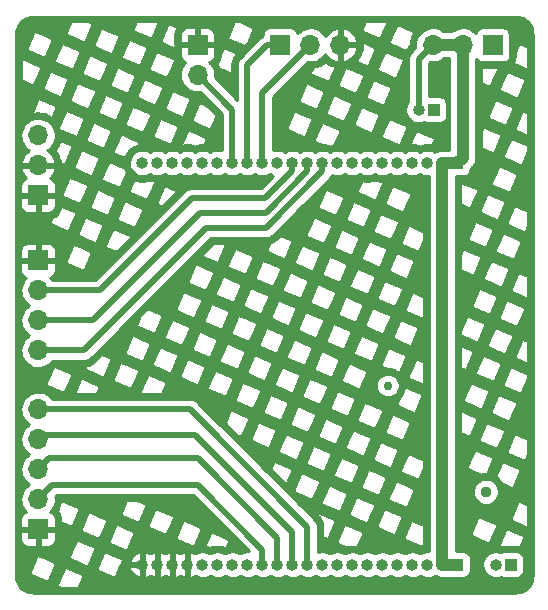
<source format=gbr>
G04 #@! TF.GenerationSoftware,KiCad,Pcbnew,5.99.0-unknown-f1fcf3f~86~ubuntu18.04.1*
G04 #@! TF.CreationDate,2020-01-20T18:37:52-05:00*
G04 #@! TF.ProjectId,module_benchmark_extension_board,6d6f6475-6c65-45f6-9265-6e63686d6172,rev?*
G04 #@! TF.SameCoordinates,Original*
G04 #@! TF.FileFunction,Copper,L2,Bot*
G04 #@! TF.FilePolarity,Positive*
%FSLAX46Y46*%
G04 Gerber Fmt 4.6, Leading zero omitted, Abs format (unit mm)*
G04 Created by KiCad (PCBNEW 5.99.0-unknown-f1fcf3f~86~ubuntu18.04.1) date 2020-01-20 18:37:52*
%MOMM*%
%LPD*%
G04 APERTURE LIST*
%ADD10O,1.000000X1.000000*%
%ADD11R,1.000000X1.000000*%
%ADD12O,1.700000X1.700000*%
%ADD13R,1.700000X1.700000*%
%ADD14C,0.750000*%
%ADD15C,0.950000*%
%ADD16C,0.500000*%
%ADD17C,1.000000*%
%ADD18C,0.254000*%
G04 APERTURE END LIST*
D10*
X141230000Y-142000000D03*
D11*
X142500000Y-142000000D03*
D10*
X134730000Y-103500000D03*
D11*
X136000000Y-103500000D03*
D12*
X128080000Y-98000000D03*
X125540000Y-98000000D03*
D13*
X123000000Y-98000000D03*
D14*
X132100000Y-126840000D03*
D15*
X140400000Y-135840000D03*
D12*
X102500000Y-123870000D03*
X102500000Y-121330000D03*
X102500000Y-118790000D03*
D13*
X102500000Y-116250000D03*
D12*
X102500000Y-128840000D03*
X102500000Y-131380000D03*
X102500000Y-133920000D03*
X102500000Y-136460000D03*
D13*
X102500000Y-139000000D03*
D12*
X102500000Y-105670000D03*
X102500000Y-108210000D03*
D13*
X102500000Y-110750000D03*
D12*
X135920000Y-98000000D03*
X138460000Y-98000000D03*
D13*
X141000000Y-98000000D03*
D12*
X116000000Y-100540000D03*
D13*
X116000000Y-98000000D03*
D10*
X111330000Y-142000000D03*
X112600000Y-142000000D03*
X113870000Y-142000000D03*
X115140000Y-142000000D03*
X116410000Y-142000000D03*
X117680000Y-142000000D03*
X118950000Y-142000000D03*
X120220000Y-142000000D03*
X121490000Y-142000000D03*
X122760000Y-142000000D03*
X124030000Y-142000000D03*
X125300000Y-142000000D03*
X126570000Y-142000000D03*
X127840000Y-142000000D03*
X129110000Y-142000000D03*
X130380000Y-142000000D03*
X131650000Y-142000000D03*
X132920000Y-142000000D03*
X134190000Y-142000000D03*
X135460000Y-142000000D03*
X136730000Y-142000000D03*
D11*
X138000000Y-142000000D03*
D10*
X111330000Y-108000000D03*
X112600000Y-108000000D03*
X113870000Y-108000000D03*
X115140000Y-108000000D03*
X116410000Y-108000000D03*
X117680000Y-108000000D03*
X118950000Y-108000000D03*
X120220000Y-108000000D03*
X121490000Y-108000000D03*
X122760000Y-108000000D03*
X124030000Y-108000000D03*
X125300000Y-108000000D03*
X126570000Y-108000000D03*
X127840000Y-108000000D03*
X129110000Y-108000000D03*
X130380000Y-108000000D03*
X131650000Y-108000000D03*
X132920000Y-108000000D03*
X134190000Y-108000000D03*
X135460000Y-108000000D03*
X136730000Y-108000000D03*
D11*
X138000000Y-108000000D03*
D16*
X134730000Y-103500000D02*
X134730000Y-99190000D01*
X134730000Y-99190000D02*
X135920000Y-98000000D01*
D17*
X136730000Y-142000000D02*
X138000000Y-142000000D01*
X136730000Y-108000000D02*
X136730000Y-142000000D01*
X136730000Y-108000000D02*
X138000000Y-108000000D01*
D16*
X121490000Y-102050000D02*
X121490000Y-108000000D01*
X120220000Y-99680000D02*
X120220000Y-107292894D01*
X120220000Y-107292894D02*
X120220000Y-108000000D01*
X125540000Y-98000000D02*
X121490000Y-102050000D01*
X123000000Y-98000000D02*
X121900000Y-98000000D01*
X121900000Y-98000000D02*
X120220000Y-99680000D01*
X118950000Y-108000000D02*
X118950000Y-103490000D01*
X118950000Y-103490000D02*
X116000000Y-100540000D01*
D17*
X138460000Y-98000000D02*
X138460000Y-107540000D01*
X138460000Y-107540000D02*
X138000000Y-108000000D01*
X135920000Y-98000000D02*
X138460000Y-98000000D01*
D16*
X124030000Y-108707106D02*
X124030000Y-108000000D01*
X115500000Y-111000000D02*
X121737106Y-111000000D01*
X121737106Y-111000000D02*
X124030000Y-108707106D01*
X102500000Y-118790000D02*
X107710000Y-118790000D01*
X107710000Y-118790000D02*
X115500000Y-111000000D01*
X107170000Y-121330000D02*
X102500000Y-121330000D01*
X116250000Y-112250000D02*
X107170000Y-121330000D01*
X125300000Y-108000000D02*
X125300000Y-108707106D01*
X121757106Y-112250000D02*
X116250000Y-112250000D01*
X125300000Y-108707106D02*
X121757106Y-112250000D01*
X126570000Y-108707106D02*
X126570000Y-108000000D01*
X121777106Y-113500000D02*
X126570000Y-108707106D01*
X116750000Y-113500000D02*
X121777106Y-113500000D01*
X102500000Y-123870000D02*
X106380000Y-123870000D01*
X106380000Y-123870000D02*
X116750000Y-113500000D01*
X125300000Y-138800000D02*
X125300000Y-142000000D01*
X102500000Y-128840000D02*
X115340000Y-128840000D01*
X115340000Y-128840000D02*
X125300000Y-138800000D01*
X102500000Y-131380000D02*
X102750000Y-131380000D01*
X102880000Y-131000000D02*
X102500000Y-131380000D01*
X115750000Y-131000000D02*
X102880000Y-131000000D01*
X124030000Y-142000000D02*
X124030000Y-139280000D01*
X124030000Y-139280000D02*
X115750000Y-131000000D01*
X102500000Y-133920000D02*
X102750000Y-133920000D01*
X116000000Y-133000000D02*
X103420000Y-133000000D01*
X122760000Y-142000000D02*
X122760000Y-139760000D01*
X103420000Y-133000000D02*
X102500000Y-133920000D01*
X122760000Y-139760000D02*
X116000000Y-133000000D01*
X102500000Y-136460000D02*
X102750000Y-136460000D01*
X103710000Y-135250000D02*
X102500000Y-136460000D01*
X121490000Y-142000000D02*
X121490000Y-140740000D01*
X116000000Y-135250000D02*
X103710000Y-135250000D01*
X121490000Y-140740000D02*
X116000000Y-135250000D01*
G36*
X142938507Y-95636375D02*
G01*
X142954480Y-95637601D01*
X143191499Y-95654383D01*
X143379203Y-95694794D01*
X143559324Y-95761244D01*
X143728285Y-95852410D01*
X143882709Y-95966470D01*
X144019528Y-96101156D01*
X144136010Y-96253781D01*
X144229820Y-96421294D01*
X144299090Y-96600345D01*
X144342442Y-96787379D01*
X144360747Y-96998723D01*
X144360866Y-97013999D01*
X144366001Y-97047949D01*
X144366000Y-142928138D01*
X144363625Y-142938507D01*
X144362399Y-142954478D01*
X144345617Y-143191499D01*
X144305205Y-143379205D01*
X144238759Y-143559317D01*
X144147589Y-143728286D01*
X144033531Y-143882708D01*
X143898838Y-144019534D01*
X143746217Y-144136010D01*
X143578706Y-144229820D01*
X143399655Y-144299090D01*
X143212621Y-144342442D01*
X143001278Y-144360747D01*
X142986001Y-144360866D01*
X142952057Y-144366000D01*
X102071860Y-144366000D01*
X102061494Y-144363626D01*
X102045522Y-144362399D01*
X101808501Y-144345617D01*
X101620795Y-144305205D01*
X101440683Y-144238759D01*
X101271714Y-144147589D01*
X101117292Y-144033531D01*
X100980466Y-143898838D01*
X100904983Y-143799930D01*
X104053550Y-143799930D01*
X104483277Y-143985000D01*
X105909725Y-143985000D01*
X106389828Y-142870212D01*
X105464637Y-142471762D01*
X107391090Y-142471762D01*
X109024087Y-143175042D01*
X109475014Y-142127999D01*
X110200506Y-142127999D01*
X110234660Y-142314084D01*
X110316527Y-142520855D01*
X110436996Y-142707786D01*
X110591479Y-142867759D01*
X110774093Y-142994679D01*
X110977881Y-143083711D01*
X111202000Y-143132986D01*
X111202001Y-142128000D01*
X110200506Y-142127999D01*
X109475014Y-142127999D01*
X109585265Y-141872000D01*
X110197829Y-141872000D01*
X111202000Y-141872001D01*
X111457999Y-141872001D01*
X111458000Y-141872001D01*
X111457999Y-143128971D01*
X111636431Y-143097505D01*
X111843766Y-143017085D01*
X111965331Y-142939938D01*
X112044093Y-142994679D01*
X112247881Y-143083711D01*
X112472000Y-143132986D01*
X112472001Y-142127999D01*
X112472000Y-142127999D01*
X112472000Y-141872001D01*
X112727999Y-141872001D01*
X112728000Y-141872001D01*
X112727999Y-143128971D01*
X112906431Y-143097505D01*
X113113766Y-143017085D01*
X113235331Y-142939938D01*
X113314093Y-142994679D01*
X113517881Y-143083711D01*
X113742000Y-143132986D01*
X113742001Y-142127999D01*
X113742000Y-142127999D01*
X113742000Y-141872001D01*
X113997999Y-141872001D01*
X113998000Y-141872001D01*
X113997999Y-143128971D01*
X114176431Y-143097505D01*
X114383766Y-143017085D01*
X114505331Y-142939938D01*
X114584093Y-142994679D01*
X114787881Y-143083711D01*
X115012000Y-143132986D01*
X115012001Y-142127999D01*
X115012000Y-142127999D01*
X115012001Y-140869926D01*
X114818278Y-140906880D01*
X114612083Y-140990188D01*
X114504887Y-141060335D01*
X114411965Y-140997657D01*
X114206954Y-140911479D01*
X113998000Y-140868587D01*
X113997999Y-141872001D01*
X113742000Y-141872001D01*
X113742001Y-140869926D01*
X113548278Y-140906880D01*
X113342083Y-140990188D01*
X113234887Y-141060335D01*
X113141965Y-140997657D01*
X112936954Y-140911479D01*
X112728000Y-140868587D01*
X112727999Y-141872001D01*
X112472000Y-141872001D01*
X112472001Y-140869926D01*
X112278278Y-140906880D01*
X112072083Y-140990188D01*
X111964887Y-141060335D01*
X111871965Y-140997657D01*
X111666954Y-140911479D01*
X111458000Y-140868587D01*
X111457999Y-141872001D01*
X111202000Y-141872001D01*
X111202001Y-140869926D01*
X111008278Y-140906880D01*
X110802083Y-140990188D01*
X110615996Y-141111959D01*
X110457107Y-141267555D01*
X110331465Y-141451051D01*
X110243857Y-141655455D01*
X110197829Y-141872000D01*
X109585265Y-141872000D01*
X109727367Y-141542044D01*
X108094370Y-140838764D01*
X107391090Y-142471762D01*
X105464637Y-142471762D01*
X104756830Y-142166933D01*
X104053550Y-143799930D01*
X100904983Y-143799930D01*
X100863990Y-143746217D01*
X100770180Y-143578706D01*
X100700910Y-143399655D01*
X100657558Y-143212621D01*
X100639253Y-143001278D01*
X100639134Y-142986001D01*
X100634000Y-142952057D01*
X100634000Y-142795245D01*
X101720696Y-142795245D01*
X103353694Y-143498525D01*
X104056974Y-141865527D01*
X103131782Y-141467076D01*
X105058236Y-141467076D01*
X106691233Y-142170356D01*
X107394513Y-140537359D01*
X106469321Y-140138908D01*
X108395775Y-140138908D01*
X110028773Y-140842188D01*
X110470966Y-139815426D01*
X114066168Y-139815426D01*
X115699166Y-140518705D01*
X115712862Y-140486901D01*
X116542525Y-140486901D01*
X116605719Y-140493542D01*
X116823565Y-140538260D01*
X116894597Y-140560249D01*
X117043856Y-140622992D01*
X117215551Y-140553622D01*
X117286884Y-140532628D01*
X117505333Y-140490957D01*
X117579384Y-140484218D01*
X117801766Y-140485769D01*
X117875719Y-140493542D01*
X118093565Y-140538260D01*
X118164597Y-140560248D01*
X118313857Y-140622991D01*
X118442110Y-140571173D01*
X118735300Y-139890393D01*
X117102302Y-139187113D01*
X116542525Y-140486901D01*
X115712862Y-140486901D01*
X116402446Y-138885708D01*
X114769448Y-138182428D01*
X114066168Y-139815426D01*
X110470966Y-139815426D01*
X110732053Y-139209190D01*
X109806862Y-138810740D01*
X111733315Y-138810740D01*
X113366312Y-139514020D01*
X114069592Y-137881022D01*
X112436594Y-137177742D01*
X111733315Y-138810740D01*
X109806862Y-138810740D01*
X109099055Y-138505911D01*
X108395775Y-140138908D01*
X106469321Y-140138908D01*
X105761516Y-139834079D01*
X105058236Y-141467076D01*
X103131782Y-141467076D01*
X102423976Y-141162247D01*
X101720696Y-142795245D01*
X100634000Y-142795245D01*
X100634000Y-139866588D01*
X101008163Y-139866588D01*
X101088795Y-140167512D01*
X101236185Y-140343165D01*
X101429814Y-140454956D01*
X101638976Y-140491837D01*
X102372000Y-140491837D01*
X102627999Y-140491837D01*
X103366588Y-140491837D01*
X103667512Y-140411205D01*
X103843165Y-140263815D01*
X103954956Y-140070186D01*
X103991837Y-139861024D01*
X103991837Y-139134223D01*
X106062921Y-139134223D01*
X107695919Y-139837503D01*
X108399199Y-138204505D01*
X107474007Y-137806054D01*
X109400461Y-137806054D01*
X111033458Y-138509334D01*
X111736738Y-136876337D01*
X110897722Y-136514999D01*
X109956477Y-136514999D01*
X109400461Y-137806054D01*
X107474007Y-137806054D01*
X106766201Y-137501225D01*
X106062921Y-139134223D01*
X103991837Y-139134223D01*
X103991837Y-139128000D01*
X102628000Y-139127999D01*
X102627999Y-140491837D01*
X102372000Y-140491837D01*
X102372001Y-139128000D01*
X101008163Y-139127999D01*
X101008163Y-139866588D01*
X100634000Y-139866588D01*
X100634000Y-126788751D01*
X103083102Y-126788751D01*
X104716100Y-127492031D01*
X105419380Y-125859033D01*
X104494187Y-125460582D01*
X106420642Y-125460582D01*
X108053639Y-126163862D01*
X108756919Y-124530865D01*
X107884036Y-124154942D01*
X107359336Y-124679641D01*
X107301694Y-124745718D01*
X107240720Y-124798258D01*
X107230988Y-124807989D01*
X107188211Y-124844847D01*
X107177151Y-124853031D01*
X107109868Y-124911006D01*
X107028328Y-124963154D01*
X107026267Y-124964679D01*
X107024276Y-124965745D01*
X107018868Y-124969204D01*
X107011923Y-124972362D01*
X106929011Y-125016771D01*
X106857373Y-125042633D01*
X106788353Y-125074015D01*
X106694126Y-125101567D01*
X106690487Y-125102881D01*
X106687558Y-125103488D01*
X106684656Y-125104336D01*
X106680784Y-125104890D01*
X106584698Y-125124790D01*
X106564723Y-125126029D01*
X106420642Y-125460582D01*
X104494187Y-125460582D01*
X103835956Y-125177103D01*
X103804655Y-125208679D01*
X103739828Y-125263850D01*
X103083102Y-126788751D01*
X100634000Y-126788751D01*
X100634000Y-116378000D01*
X101008163Y-116378000D01*
X101008163Y-117116588D01*
X101088795Y-117417512D01*
X101236185Y-117593165D01*
X101429814Y-117704956D01*
X101477030Y-117713281D01*
X101348296Y-117845661D01*
X101205650Y-118053212D01*
X101100014Y-118281829D01*
X101034407Y-118524978D01*
X101010707Y-118775703D01*
X101029589Y-119026837D01*
X101090516Y-119271201D01*
X101191744Y-119501804D01*
X101330378Y-119712055D01*
X101502457Y-119895942D01*
X101703058Y-120048206D01*
X101724055Y-120059136D01*
X101523872Y-120205113D01*
X101348296Y-120385661D01*
X101205650Y-120593212D01*
X101100014Y-120821829D01*
X101034407Y-121064978D01*
X101010707Y-121315703D01*
X101029589Y-121566837D01*
X101090516Y-121811201D01*
X101191744Y-122041804D01*
X101330378Y-122252055D01*
X101502457Y-122435942D01*
X101703058Y-122588206D01*
X101724055Y-122599136D01*
X101523872Y-122745113D01*
X101348296Y-122925661D01*
X101205650Y-123133212D01*
X101100014Y-123361829D01*
X101034407Y-123604978D01*
X101010707Y-123855703D01*
X101029589Y-124106837D01*
X101090516Y-124351201D01*
X101191744Y-124581804D01*
X101330378Y-124792055D01*
X101502457Y-124975942D01*
X101703058Y-125128206D01*
X101926446Y-125244494D01*
X102166233Y-125321482D01*
X102415564Y-125356966D01*
X102667309Y-125349934D01*
X102914270Y-125300587D01*
X103149387Y-125210334D01*
X103365934Y-125081757D01*
X103557723Y-124918533D01*
X103695293Y-124754000D01*
X106280970Y-124754000D01*
X106308377Y-124760202D01*
X106408338Y-124754000D01*
X106443400Y-124754000D01*
X106470192Y-124750163D01*
X106561105Y-124744523D01*
X106594985Y-124732291D01*
X106630657Y-124727183D01*
X106713603Y-124689470D01*
X106799643Y-124658409D01*
X106827895Y-124637504D01*
X106861166Y-124622376D01*
X106939157Y-124555174D01*
X106961584Y-124538579D01*
X106981308Y-124518855D01*
X107052992Y-124457088D01*
X107071261Y-124428902D01*
X107367749Y-124132414D01*
X109758181Y-124132414D01*
X111391179Y-124835694D01*
X112094459Y-123202696D01*
X111169268Y-122804246D01*
X113095720Y-122804246D01*
X114728718Y-123507526D01*
X115431998Y-121874528D01*
X114506808Y-121476078D01*
X116433260Y-121476078D01*
X118066257Y-122179358D01*
X118769537Y-120546360D01*
X117844345Y-120147909D01*
X119770799Y-120147909D01*
X121403797Y-120851189D01*
X122107077Y-119218192D01*
X121181885Y-118819741D01*
X123108339Y-118819741D01*
X124741336Y-119523021D01*
X125444616Y-117890023D01*
X124519425Y-117491573D01*
X126445878Y-117491573D01*
X128078876Y-118194853D01*
X128782156Y-116561855D01*
X127856966Y-116163405D01*
X129783417Y-116163405D01*
X131416415Y-116866685D01*
X132119695Y-115233687D01*
X131194505Y-114835237D01*
X133120957Y-114835237D01*
X134753954Y-115538516D01*
X135214999Y-114467982D01*
X135215000Y-113801196D01*
X133824237Y-113202239D01*
X133120957Y-114835237D01*
X131194505Y-114835237D01*
X130486697Y-114530407D01*
X129783417Y-116163405D01*
X127856966Y-116163405D01*
X127149158Y-115858575D01*
X126445878Y-117491573D01*
X124519425Y-117491573D01*
X123811618Y-117186744D01*
X123108339Y-118819741D01*
X121181885Y-118819741D01*
X120474079Y-118514912D01*
X119770799Y-120147909D01*
X117844345Y-120147909D01*
X117136540Y-119843080D01*
X116433260Y-121476078D01*
X114506808Y-121476078D01*
X113799000Y-121171248D01*
X113095720Y-122804246D01*
X111169268Y-122804246D01*
X110461461Y-122499417D01*
X109758181Y-124132414D01*
X107367749Y-124132414D01*
X109700603Y-121799560D01*
X110762867Y-121799560D01*
X112395864Y-122502840D01*
X113099144Y-120869843D01*
X112173953Y-120471392D01*
X114100406Y-120471392D01*
X115733404Y-121174672D01*
X116436684Y-119541674D01*
X115511494Y-119143224D01*
X117437945Y-119143224D01*
X119070943Y-119846504D01*
X119774223Y-118213506D01*
X118849033Y-117815056D01*
X120775485Y-117815056D01*
X122408482Y-118518336D01*
X123111762Y-116885338D01*
X122186570Y-116486887D01*
X124113024Y-116486887D01*
X125746022Y-117190167D01*
X126449302Y-115557170D01*
X125524110Y-115158719D01*
X127450564Y-115158719D01*
X129083561Y-115861999D01*
X129786841Y-114229001D01*
X128861650Y-113830551D01*
X130788103Y-113830551D01*
X132421101Y-114533831D01*
X133124380Y-112900833D01*
X131491383Y-112197553D01*
X130788103Y-113830551D01*
X128861650Y-113830551D01*
X128153843Y-113525722D01*
X127450564Y-115158719D01*
X125524110Y-115158719D01*
X124816304Y-114853890D01*
X124113024Y-116486887D01*
X122186570Y-116486887D01*
X121478765Y-116182058D01*
X120775485Y-117815056D01*
X118849033Y-117815056D01*
X118141225Y-117510226D01*
X117437945Y-119143224D01*
X115511494Y-119143224D01*
X114803686Y-118838394D01*
X114100406Y-120471392D01*
X112173953Y-120471392D01*
X111750118Y-120288860D01*
X111158827Y-120880151D01*
X110762867Y-121799560D01*
X109700603Y-121799560D01*
X113361625Y-118138538D01*
X115105092Y-118138538D01*
X116738089Y-118841818D01*
X117441369Y-117208821D01*
X116516177Y-116810370D01*
X118442631Y-116810370D01*
X120075629Y-117513650D01*
X120778909Y-115880652D01*
X119853719Y-115482202D01*
X121780170Y-115482202D01*
X123413168Y-116185482D01*
X124116448Y-114552484D01*
X123191259Y-114154034D01*
X125117710Y-114154034D01*
X126750707Y-114857314D01*
X127453987Y-113224316D01*
X126528795Y-112825865D01*
X128455249Y-112825865D01*
X130088247Y-113529145D01*
X130791527Y-111896148D01*
X129866335Y-111497697D01*
X131792788Y-111497697D01*
X133425786Y-112200977D01*
X134129066Y-110567979D01*
X132496068Y-109864700D01*
X131792788Y-111497697D01*
X129866335Y-111497697D01*
X129158529Y-111192868D01*
X128455249Y-112825865D01*
X126528795Y-112825865D01*
X125820990Y-112521036D01*
X125117710Y-114154034D01*
X123191259Y-114154034D01*
X122996099Y-114069985D01*
X122756445Y-114309638D01*
X122698800Y-114375718D01*
X122637822Y-114428259D01*
X122628103Y-114437980D01*
X122585318Y-114474847D01*
X122574250Y-114483036D01*
X122506971Y-114541008D01*
X122425427Y-114593160D01*
X122423373Y-114594679D01*
X122421389Y-114595742D01*
X122415981Y-114599201D01*
X122409032Y-114602361D01*
X122326118Y-114646772D01*
X122254477Y-114672634D01*
X122185456Y-114704016D01*
X122105204Y-114727482D01*
X121780170Y-115482202D01*
X119853719Y-115482202D01*
X119145911Y-115177372D01*
X118442631Y-116810370D01*
X116516177Y-116810370D01*
X115808371Y-116505541D01*
X115105092Y-118138538D01*
X113361625Y-118138538D01*
X115657297Y-115842866D01*
X116196112Y-115842866D01*
X117742775Y-116508964D01*
X118446055Y-114875967D01*
X118188390Y-114764999D01*
X117273980Y-114764999D01*
X116196112Y-115842866D01*
X115657297Y-115842866D01*
X117116164Y-114384000D01*
X121678076Y-114384000D01*
X121705483Y-114390202D01*
X121805444Y-114384000D01*
X121840506Y-114384000D01*
X121867298Y-114380163D01*
X121958211Y-114374523D01*
X121992091Y-114362291D01*
X122027763Y-114357183D01*
X122110709Y-114319470D01*
X122196749Y-114288409D01*
X122225001Y-114267504D01*
X122258272Y-114252376D01*
X122336263Y-114185174D01*
X122358690Y-114168579D01*
X122378414Y-114148855D01*
X122450098Y-114087088D01*
X122468367Y-114058902D01*
X124706089Y-111821180D01*
X126122395Y-111821180D01*
X127755393Y-112524460D01*
X128458673Y-110891462D01*
X127533483Y-110493012D01*
X129459935Y-110493012D01*
X131092932Y-111196292D01*
X131796212Y-109563294D01*
X131686733Y-109516144D01*
X131507099Y-109512381D01*
X131433265Y-109503576D01*
X131216065Y-109455822D01*
X131145347Y-109432845D01*
X131018417Y-109377391D01*
X130824207Y-109452720D01*
X130752590Y-109472716D01*
X130533581Y-109511334D01*
X130459439Y-109517039D01*
X130237099Y-109512382D01*
X130163264Y-109503576D01*
X129946066Y-109455822D01*
X129911461Y-109444578D01*
X129459935Y-110493012D01*
X127533483Y-110493012D01*
X126862181Y-110203904D01*
X126786169Y-110279916D01*
X126122395Y-111821180D01*
X124706089Y-111821180D01*
X127125055Y-109402215D01*
X127148821Y-109387220D01*
X127215129Y-109312141D01*
X127239913Y-109287358D01*
X127256144Y-109265701D01*
X127316442Y-109197427D01*
X127331753Y-109164814D01*
X127353361Y-109135983D01*
X127385338Y-109050682D01*
X127389924Y-109040915D01*
X127487881Y-109083711D01*
X127705080Y-109131466D01*
X127927420Y-109136123D01*
X128146429Y-109097505D01*
X128353766Y-109017085D01*
X128475331Y-108939938D01*
X128554093Y-108994679D01*
X128757881Y-109083711D01*
X128975080Y-109131466D01*
X129197420Y-109136123D01*
X129416429Y-109097505D01*
X129623766Y-109017085D01*
X129745331Y-108939938D01*
X129824093Y-108994679D01*
X130027881Y-109083711D01*
X130245080Y-109131466D01*
X130467420Y-109136123D01*
X130686429Y-109097505D01*
X130893766Y-109017085D01*
X131015331Y-108939938D01*
X131094093Y-108994679D01*
X131297881Y-109083711D01*
X131515080Y-109131466D01*
X131737420Y-109136123D01*
X131956429Y-109097505D01*
X132163766Y-109017085D01*
X132285331Y-108939938D01*
X132364093Y-108994679D01*
X132567881Y-109083711D01*
X132785080Y-109131466D01*
X133007420Y-109136123D01*
X133226429Y-109097505D01*
X133433766Y-109017085D01*
X133555331Y-108939938D01*
X133634093Y-108994679D01*
X133837881Y-109083711D01*
X134055080Y-109131466D01*
X134277420Y-109136123D01*
X134496429Y-109097505D01*
X134703766Y-109017085D01*
X134825331Y-108939938D01*
X134904093Y-108994679D01*
X135107881Y-109083711D01*
X135325080Y-109131466D01*
X135547420Y-109136123D01*
X135596000Y-109127557D01*
X135596001Y-140870229D01*
X135579108Y-140866761D01*
X135356726Y-140865209D01*
X135138277Y-140906880D01*
X134932083Y-140990188D01*
X134824887Y-141060335D01*
X134731965Y-140997657D01*
X134526954Y-140911479D01*
X134309108Y-140866761D01*
X134086726Y-140865209D01*
X133868277Y-140906880D01*
X133662083Y-140990188D01*
X133554887Y-141060335D01*
X133461965Y-140997657D01*
X133256954Y-140911479D01*
X133039108Y-140866761D01*
X132816726Y-140865209D01*
X132598277Y-140906880D01*
X132392083Y-140990188D01*
X132284887Y-141060335D01*
X132191965Y-140997657D01*
X131986954Y-140911479D01*
X131769108Y-140866761D01*
X131546726Y-140865209D01*
X131328277Y-140906880D01*
X131122083Y-140990188D01*
X131014887Y-141060335D01*
X130921965Y-140997657D01*
X130716954Y-140911479D01*
X130499108Y-140866761D01*
X130276726Y-140865209D01*
X130058277Y-140906880D01*
X129852083Y-140990188D01*
X129744887Y-141060335D01*
X129651965Y-140997657D01*
X129446954Y-140911479D01*
X129229108Y-140866761D01*
X129006726Y-140865209D01*
X128788277Y-140906880D01*
X128582083Y-140990188D01*
X128474887Y-141060335D01*
X128381965Y-140997657D01*
X128176954Y-140911479D01*
X127959108Y-140866761D01*
X127736726Y-140865209D01*
X127518277Y-140906880D01*
X127312083Y-140990188D01*
X127204887Y-141060335D01*
X127111965Y-140997657D01*
X126906954Y-140911479D01*
X126689108Y-140866761D01*
X126466726Y-140865209D01*
X126248277Y-140906880D01*
X126184000Y-140932850D01*
X126184000Y-140173146D01*
X127739809Y-140173146D01*
X128634052Y-140558268D01*
X128645550Y-140553622D01*
X128716884Y-140532628D01*
X128935333Y-140490957D01*
X129009384Y-140484218D01*
X129231766Y-140485770D01*
X129305719Y-140493542D01*
X129518859Y-140537294D01*
X129814999Y-139849663D01*
X133410202Y-139849663D01*
X135024793Y-140545016D01*
X135049781Y-140537662D01*
X135215000Y-140154027D01*
X135214999Y-138691054D01*
X134113482Y-138216665D01*
X133410202Y-139849663D01*
X129814999Y-139849663D01*
X130076086Y-139243428D01*
X129150896Y-138844978D01*
X131077348Y-138844978D01*
X132710346Y-139548257D01*
X133413626Y-137915260D01*
X131780628Y-137211980D01*
X131077348Y-138844978D01*
X129150896Y-138844978D01*
X128443088Y-138540148D01*
X127739809Y-140173146D01*
X126184000Y-140173146D01*
X126184000Y-138899030D01*
X126190202Y-138871623D01*
X126184000Y-138771661D01*
X126184000Y-138736600D01*
X126180163Y-138709808D01*
X126174523Y-138618894D01*
X126162291Y-138585013D01*
X126157182Y-138549343D01*
X126119471Y-138466398D01*
X126088408Y-138380354D01*
X126067502Y-138352101D01*
X126052377Y-138318836D01*
X125985179Y-138240849D01*
X125968579Y-138218414D01*
X125948843Y-138198679D01*
X125887088Y-138127009D01*
X125858905Y-138108741D01*
X125485388Y-137735224D01*
X126024204Y-137735224D01*
X126109642Y-137820662D01*
X126175718Y-137878305D01*
X126228248Y-137939269D01*
X126237980Y-137949000D01*
X126274853Y-137991793D01*
X126283042Y-138002860D01*
X126341008Y-138070132D01*
X126393134Y-138151640D01*
X126394676Y-138153723D01*
X126395755Y-138155737D01*
X126399211Y-138161142D01*
X126402364Y-138168076D01*
X126446770Y-138250980D01*
X126472637Y-138322632D01*
X126504017Y-138391652D01*
X126531575Y-138485891D01*
X126532884Y-138489517D01*
X126533488Y-138492433D01*
X126534331Y-138495317D01*
X126534884Y-138499171D01*
X126554792Y-138595305D01*
X126559484Y-138670942D01*
X126561150Y-138682578D01*
X126565000Y-138736603D01*
X126565000Y-138759866D01*
X126570470Y-138848027D01*
X126564999Y-138916016D01*
X126564999Y-139667193D01*
X127039952Y-139871740D01*
X127743232Y-138238742D01*
X126818041Y-137840292D01*
X128744494Y-137840292D01*
X130377492Y-138543572D01*
X131080772Y-136910574D01*
X130155582Y-136512124D01*
X132082034Y-136512124D01*
X133715031Y-137215404D01*
X134418311Y-135582406D01*
X132785313Y-134879126D01*
X132082034Y-136512124D01*
X130155582Y-136512124D01*
X129447774Y-136207294D01*
X128744494Y-137840292D01*
X126818041Y-137840292D01*
X126110235Y-137535463D01*
X126024204Y-137735224D01*
X125485388Y-137735224D01*
X124585770Y-136835606D01*
X126411640Y-136835606D01*
X128044638Y-137538886D01*
X128747918Y-135905889D01*
X127822726Y-135507438D01*
X129749180Y-135507438D01*
X131382177Y-136210718D01*
X132085457Y-134577720D01*
X131160266Y-134179270D01*
X133086719Y-134179270D01*
X134719717Y-134882550D01*
X135214999Y-133732516D01*
X135215000Y-133159975D01*
X133789999Y-132546272D01*
X133086719Y-134179270D01*
X131160266Y-134179270D01*
X130452460Y-133874441D01*
X129749180Y-135507438D01*
X127822726Y-135507438D01*
X127114920Y-135202609D01*
X126411640Y-136835606D01*
X124585770Y-136835606D01*
X123552348Y-135802184D01*
X124091163Y-135802184D01*
X124151000Y-135862021D01*
X125711784Y-136534201D01*
X126415064Y-134901203D01*
X125489874Y-134502753D01*
X127416326Y-134502753D01*
X129049324Y-135206033D01*
X129752603Y-133573035D01*
X128827411Y-133174584D01*
X130753865Y-133174584D01*
X132386863Y-133877864D01*
X133090143Y-132244867D01*
X131457145Y-131541587D01*
X130753865Y-133174584D01*
X128827411Y-133174584D01*
X128119606Y-132869755D01*
X127416326Y-134502753D01*
X125489874Y-134502753D01*
X124782066Y-134197923D01*
X124091163Y-135802184D01*
X123552348Y-135802184D01*
X121619306Y-133869142D01*
X122158122Y-133869142D01*
X123511251Y-135222271D01*
X124082210Y-133896517D01*
X123157019Y-133498067D01*
X125083472Y-133498067D01*
X126716470Y-134201347D01*
X127419750Y-132568349D01*
X126494560Y-132169899D01*
X128421011Y-132169899D01*
X130054009Y-132873179D01*
X130757289Y-131240181D01*
X129832099Y-130841731D01*
X131758551Y-130841731D01*
X133391549Y-131545010D01*
X134094828Y-129912013D01*
X132461831Y-129208733D01*
X131758551Y-130841731D01*
X129832099Y-130841731D01*
X129124291Y-130536901D01*
X128421011Y-132169899D01*
X126494560Y-132169899D01*
X125786752Y-131865069D01*
X125083472Y-133498067D01*
X123157019Y-133498067D01*
X122449213Y-133193238D01*
X122158122Y-133869142D01*
X121619306Y-133869142D01*
X120243545Y-132493381D01*
X122750618Y-132493381D01*
X124383616Y-133196661D01*
X125086896Y-131563664D01*
X124161704Y-131165213D01*
X126088158Y-131165213D01*
X127721155Y-131868493D01*
X128424435Y-130235495D01*
X127499244Y-129837045D01*
X129425697Y-129837045D01*
X131058695Y-130540325D01*
X131761975Y-128907327D01*
X130836785Y-128508877D01*
X132763236Y-128508877D01*
X134396234Y-129212157D01*
X135099514Y-127579159D01*
X133489997Y-126885992D01*
X133489998Y-126946050D01*
X133481673Y-127025262D01*
X133437575Y-127232728D01*
X133412961Y-127308483D01*
X133326692Y-127502245D01*
X133286868Y-127571222D01*
X133162198Y-127742815D01*
X133108902Y-127802007D01*
X133041542Y-127862659D01*
X132763236Y-128508877D01*
X130836785Y-128508877D01*
X130128977Y-128204047D01*
X129425697Y-129837045D01*
X127499244Y-129837045D01*
X126791438Y-129532216D01*
X126088158Y-131165213D01*
X124161704Y-131165213D01*
X123453898Y-130860384D01*
X122750618Y-132493381D01*
X120243545Y-132493381D01*
X119238860Y-131488696D01*
X120417764Y-131488696D01*
X122050762Y-132191976D01*
X122754042Y-130558978D01*
X121828852Y-130160528D01*
X123755304Y-130160528D01*
X125388302Y-130863808D01*
X126091581Y-129230810D01*
X125166389Y-128832359D01*
X127092843Y-128832359D01*
X128725841Y-129535639D01*
X129429121Y-127902642D01*
X127796123Y-127199362D01*
X127092843Y-128832359D01*
X125166389Y-128832359D01*
X124458584Y-128527530D01*
X123755304Y-130160528D01*
X121828852Y-130160528D01*
X121121044Y-129855698D01*
X120417764Y-131488696D01*
X119238860Y-131488696D01*
X117753225Y-130003061D01*
X118292040Y-130003061D01*
X119293482Y-131004503D01*
X119717908Y-131187290D01*
X120421188Y-129554293D01*
X119495996Y-129155842D01*
X121422450Y-129155842D01*
X123055448Y-129859122D01*
X123758728Y-128226124D01*
X122833538Y-127827674D01*
X124759989Y-127827674D01*
X126392987Y-128530954D01*
X127096267Y-126897956D01*
X126171077Y-126499506D01*
X128097529Y-126499506D01*
X129730527Y-127202786D01*
X129932439Y-126733950D01*
X131091001Y-126733950D01*
X131091001Y-126946050D01*
X131135099Y-127153516D01*
X131221368Y-127347278D01*
X131346037Y-127518871D01*
X131503658Y-127660794D01*
X131687343Y-127766844D01*
X131889062Y-127832386D01*
X132100000Y-127854557D01*
X132310938Y-127832386D01*
X132512657Y-127766844D01*
X132696342Y-127660794D01*
X132853963Y-127518871D01*
X132978632Y-127347278D01*
X133064901Y-127153516D01*
X133108999Y-126946050D01*
X133108999Y-126733950D01*
X133064901Y-126526484D01*
X132978632Y-126332722D01*
X132864785Y-126176023D01*
X133767922Y-126176023D01*
X135215000Y-126799233D01*
X135214999Y-124863355D01*
X134471202Y-124543025D01*
X133767922Y-126176023D01*
X132864785Y-126176023D01*
X132853963Y-126161129D01*
X132696342Y-126019206D01*
X132512657Y-125913156D01*
X132310938Y-125847614D01*
X132100000Y-125825443D01*
X131889062Y-125847614D01*
X131687343Y-125913156D01*
X131503658Y-126019206D01*
X131346037Y-126161129D01*
X131221368Y-126332722D01*
X131135099Y-126526484D01*
X131091001Y-126733950D01*
X129932439Y-126733950D01*
X130433806Y-125569788D01*
X129508614Y-125171337D01*
X131435068Y-125171337D01*
X132074055Y-125446529D01*
X132139827Y-125446529D01*
X132350764Y-125468701D01*
X132428670Y-125485260D01*
X132630390Y-125550801D01*
X132703156Y-125583198D01*
X132886841Y-125689249D01*
X132951281Y-125736067D01*
X133078430Y-125850553D01*
X133771346Y-124241620D01*
X132138348Y-123538340D01*
X131435068Y-125171337D01*
X129508614Y-125171337D01*
X128800809Y-124866508D01*
X128097529Y-126499506D01*
X126171077Y-126499506D01*
X125463269Y-126194676D01*
X124759989Y-127827674D01*
X122833538Y-127827674D01*
X122125730Y-127522844D01*
X121422450Y-129155842D01*
X119495996Y-129155842D01*
X118788191Y-128851013D01*
X118292040Y-130003061D01*
X117753225Y-130003061D01*
X116035113Y-128284950D01*
X116020114Y-128261178D01*
X115945021Y-128194858D01*
X115920251Y-128170087D01*
X115898608Y-128153868D01*
X115895538Y-128151156D01*
X119089596Y-128151156D01*
X120722594Y-128854436D01*
X121425874Y-127221439D01*
X120500682Y-126822988D01*
X122427136Y-126822988D01*
X124060133Y-127526268D01*
X124763413Y-125893270D01*
X123838222Y-125494820D01*
X125764675Y-125494820D01*
X127397673Y-126198100D01*
X128100953Y-124565102D01*
X127175763Y-124166652D01*
X129102214Y-124166652D01*
X130735212Y-124869932D01*
X131438492Y-123236934D01*
X130513302Y-122838484D01*
X132439754Y-122838484D01*
X134072751Y-123541763D01*
X134776031Y-121908766D01*
X133143034Y-121205486D01*
X132439754Y-122838484D01*
X130513302Y-122838484D01*
X129805494Y-122533654D01*
X129102214Y-124166652D01*
X127175763Y-124166652D01*
X126467955Y-123861822D01*
X125764675Y-125494820D01*
X123838222Y-125494820D01*
X123130416Y-125189991D01*
X122427136Y-126822988D01*
X120500682Y-126822988D01*
X119792876Y-126518159D01*
X119089596Y-128151156D01*
X115895538Y-128151156D01*
X115830320Y-128093557D01*
X115797708Y-128078246D01*
X115768879Y-128056639D01*
X115683572Y-128024660D01*
X115600755Y-127985777D01*
X115565993Y-127980582D01*
X115531775Y-127967755D01*
X115429127Y-127960127D01*
X115401513Y-127956000D01*
X115373605Y-127956000D01*
X115279258Y-127948989D01*
X115246414Y-127956000D01*
X103693463Y-127956000D01*
X103577658Y-127811966D01*
X103389038Y-127645089D01*
X103275994Y-127574999D01*
X105510030Y-127574999D01*
X107445908Y-127574999D01*
X107491147Y-127469954D01*
X111086349Y-127469954D01*
X111330263Y-127574999D01*
X112976987Y-127574999D01*
X113161540Y-127146471D01*
X116756742Y-127146471D01*
X118389740Y-127849751D01*
X119093020Y-126216753D01*
X118167830Y-125818303D01*
X120094282Y-125818303D01*
X121727280Y-126521583D01*
X122430559Y-124888585D01*
X121505367Y-124490134D01*
X123431821Y-124490134D01*
X125064819Y-125193414D01*
X125768099Y-123560417D01*
X124842907Y-123161966D01*
X126769361Y-123161966D01*
X128402358Y-123865246D01*
X129105638Y-122232248D01*
X128180447Y-121833798D01*
X130106900Y-121833798D01*
X131739898Y-122537078D01*
X132443178Y-120904080D01*
X131517988Y-120505630D01*
X133444439Y-120505630D01*
X135077437Y-121208910D01*
X135214999Y-120889493D01*
X135215000Y-119332276D01*
X134147719Y-118872632D01*
X133444439Y-120505630D01*
X131517988Y-120505630D01*
X130810180Y-120200800D01*
X130106900Y-121833798D01*
X128180447Y-121833798D01*
X127472641Y-121528969D01*
X126769361Y-123161966D01*
X124842907Y-123161966D01*
X124135101Y-122857137D01*
X123431821Y-124490134D01*
X121505367Y-124490134D01*
X120797562Y-124185305D01*
X120094282Y-125818303D01*
X118167830Y-125818303D01*
X117460022Y-125513473D01*
X116756742Y-127146471D01*
X113161540Y-127146471D01*
X113422627Y-126540236D01*
X112497435Y-126141785D01*
X114423889Y-126141785D01*
X116056886Y-126845065D01*
X116760166Y-125212068D01*
X115834974Y-124813617D01*
X117761428Y-124813617D01*
X119394426Y-125516897D01*
X120097706Y-123883899D01*
X119172516Y-123485449D01*
X121098967Y-123485449D01*
X122731965Y-124188729D01*
X123435245Y-122555731D01*
X122510055Y-122157281D01*
X124436507Y-122157281D01*
X126069504Y-122860561D01*
X126772784Y-121227563D01*
X125847592Y-120829112D01*
X127774046Y-120829112D01*
X129407044Y-121532392D01*
X130110324Y-119899395D01*
X129185132Y-119500944D01*
X131111586Y-119500944D01*
X132744583Y-120204224D01*
X133447863Y-118571226D01*
X131814865Y-117867947D01*
X131111586Y-119500944D01*
X129185132Y-119500944D01*
X128477326Y-119196115D01*
X127774046Y-120829112D01*
X125847592Y-120829112D01*
X125139787Y-120524283D01*
X124436507Y-122157281D01*
X122510055Y-122157281D01*
X121802247Y-121852451D01*
X121098967Y-123485449D01*
X119172516Y-123485449D01*
X118464708Y-123180619D01*
X117761428Y-124813617D01*
X115834974Y-124813617D01*
X115127169Y-124508788D01*
X114423889Y-126141785D01*
X112497435Y-126141785D01*
X111789629Y-125836956D01*
X111086349Y-127469954D01*
X107491147Y-127469954D01*
X107752234Y-126863718D01*
X106827043Y-126465268D01*
X108753495Y-126465268D01*
X110386493Y-127168548D01*
X111089773Y-125535550D01*
X110164583Y-125137100D01*
X112091035Y-125137100D01*
X113724033Y-125840380D01*
X114427312Y-124207382D01*
X113502122Y-123808932D01*
X115428574Y-123808932D01*
X117061572Y-124512211D01*
X117764852Y-122879214D01*
X116839660Y-122480763D01*
X118766114Y-122480763D01*
X120399111Y-123184043D01*
X121102391Y-121551046D01*
X120177199Y-121152595D01*
X122103653Y-121152595D01*
X123736651Y-121855875D01*
X124439931Y-120222877D01*
X123514741Y-119824427D01*
X125441192Y-119824427D01*
X127074190Y-120527707D01*
X127777470Y-118894709D01*
X126852280Y-118496259D01*
X128778732Y-118496259D01*
X130411729Y-119199539D01*
X131115009Y-117566541D01*
X130189817Y-117168090D01*
X132116271Y-117168090D01*
X133749269Y-117871370D01*
X134452549Y-116238373D01*
X132819551Y-115535093D01*
X132116271Y-117168090D01*
X130189817Y-117168090D01*
X129482012Y-116863261D01*
X128778732Y-118496259D01*
X126852280Y-118496259D01*
X126144472Y-118191429D01*
X125441192Y-119824427D01*
X123514741Y-119824427D01*
X122806933Y-119519597D01*
X122103653Y-121152595D01*
X120177199Y-121152595D01*
X119469394Y-120847766D01*
X118766114Y-122480763D01*
X116839660Y-122480763D01*
X116131854Y-122175934D01*
X115428574Y-123808932D01*
X113502122Y-123808932D01*
X112794315Y-123504102D01*
X112091035Y-125137100D01*
X110164583Y-125137100D01*
X109456775Y-124832270D01*
X108753495Y-126465268D01*
X106827043Y-126465268D01*
X106119236Y-126160439D01*
X105510030Y-127574999D01*
X103275994Y-127574999D01*
X103174998Y-127512380D01*
X102941657Y-127417630D01*
X102695689Y-127363551D01*
X102444125Y-127351686D01*
X102194159Y-127382379D01*
X101952938Y-127454749D01*
X101727359Y-127566727D01*
X101523872Y-127715113D01*
X101348296Y-127895661D01*
X101205650Y-128103212D01*
X101100014Y-128331829D01*
X101034407Y-128574978D01*
X101010707Y-128825703D01*
X101029589Y-129076837D01*
X101090516Y-129321201D01*
X101191744Y-129551804D01*
X101330378Y-129762055D01*
X101502457Y-129945942D01*
X101703058Y-130098206D01*
X101724055Y-130109136D01*
X101523872Y-130255113D01*
X101348296Y-130435661D01*
X101205650Y-130643212D01*
X101100014Y-130871829D01*
X101034407Y-131114978D01*
X101010707Y-131365703D01*
X101029589Y-131616837D01*
X101090516Y-131861201D01*
X101191744Y-132091804D01*
X101330378Y-132302055D01*
X101502457Y-132485942D01*
X101703058Y-132638206D01*
X101724055Y-132649136D01*
X101523872Y-132795113D01*
X101348296Y-132975661D01*
X101205650Y-133183212D01*
X101100014Y-133411829D01*
X101034407Y-133654978D01*
X101010707Y-133905703D01*
X101029589Y-134156837D01*
X101090516Y-134401201D01*
X101191744Y-134631804D01*
X101330378Y-134842055D01*
X101502457Y-135025942D01*
X101703058Y-135178206D01*
X101724055Y-135189136D01*
X101523872Y-135335113D01*
X101348296Y-135515661D01*
X101205650Y-135723212D01*
X101100014Y-135951829D01*
X101034407Y-136194978D01*
X101010707Y-136445703D01*
X101029589Y-136696837D01*
X101090516Y-136941201D01*
X101191744Y-137171804D01*
X101330378Y-137382055D01*
X101485481Y-137547801D01*
X101332489Y-137588795D01*
X101156835Y-137736185D01*
X101045044Y-137929814D01*
X101008163Y-138138976D01*
X101008163Y-138872000D01*
X102372001Y-138872001D01*
X102372001Y-138872000D01*
X103991837Y-138872001D01*
X103991837Y-138133412D01*
X103911205Y-137832489D01*
X103763815Y-137656835D01*
X103570186Y-137545044D01*
X103524324Y-137536957D01*
X103557723Y-137508533D01*
X103610137Y-137445846D01*
X104084135Y-137445846D01*
X104203068Y-137587586D01*
X104279223Y-137733877D01*
X104359855Y-138034800D01*
X104372836Y-138133411D01*
X104372836Y-138406357D01*
X105363065Y-138832817D01*
X106066345Y-137199819D01*
X104476211Y-136514999D01*
X104425397Y-136514999D01*
X104356784Y-136674318D01*
X104355704Y-136685180D01*
X104308399Y-136933162D01*
X104291018Y-136995201D01*
X104202819Y-137231097D01*
X104175238Y-137289315D01*
X104084135Y-137445846D01*
X103610137Y-137445846D01*
X103719268Y-137315327D01*
X103845949Y-137097666D01*
X103934148Y-136861771D01*
X103981453Y-136613789D01*
X103984132Y-136334679D01*
X103968272Y-136241892D01*
X104076164Y-136134000D01*
X115633837Y-136134000D01*
X120373697Y-140873861D01*
X120339108Y-140866761D01*
X120116726Y-140865209D01*
X119898277Y-140906880D01*
X119692083Y-140990188D01*
X119584887Y-141060335D01*
X119491965Y-140997657D01*
X119286954Y-140911479D01*
X119069108Y-140866761D01*
X118846726Y-140865209D01*
X118628277Y-140906880D01*
X118422083Y-140990188D01*
X118314887Y-141060335D01*
X118221965Y-140997657D01*
X118016954Y-140911479D01*
X117799108Y-140866761D01*
X117576726Y-140865209D01*
X117358277Y-140906880D01*
X117152083Y-140990188D01*
X117044887Y-141060335D01*
X116951965Y-140997657D01*
X116746954Y-140911479D01*
X116529108Y-140866761D01*
X116306726Y-140865209D01*
X116088277Y-140906880D01*
X115882083Y-140990188D01*
X115774887Y-141060335D01*
X115681965Y-140997657D01*
X115476954Y-140911479D01*
X115268000Y-140868587D01*
X115267999Y-141872001D01*
X115268000Y-141872001D01*
X115267999Y-143128971D01*
X115446431Y-143097505D01*
X115653766Y-143017085D01*
X115775331Y-142939938D01*
X115854093Y-142994679D01*
X116057881Y-143083711D01*
X116275080Y-143131466D01*
X116497420Y-143136123D01*
X116716429Y-143097505D01*
X116923766Y-143017085D01*
X117045331Y-142939938D01*
X117124093Y-142994679D01*
X117327881Y-143083711D01*
X117545080Y-143131466D01*
X117767420Y-143136123D01*
X117986429Y-143097505D01*
X118193766Y-143017085D01*
X118315331Y-142939938D01*
X118394093Y-142994679D01*
X118597881Y-143083711D01*
X118815080Y-143131466D01*
X119037420Y-143136123D01*
X119256429Y-143097505D01*
X119463766Y-143017085D01*
X119585331Y-142939938D01*
X119664093Y-142994679D01*
X119867881Y-143083711D01*
X120085080Y-143131466D01*
X120307420Y-143136123D01*
X120526429Y-143097505D01*
X120733766Y-143017085D01*
X120855331Y-142939938D01*
X120934093Y-142994679D01*
X121137881Y-143083711D01*
X121355080Y-143131466D01*
X121577420Y-143136123D01*
X121796429Y-143097505D01*
X122003766Y-143017085D01*
X122125331Y-142939938D01*
X122204093Y-142994679D01*
X122407881Y-143083711D01*
X122625080Y-143131466D01*
X122847420Y-143136123D01*
X123066429Y-143097505D01*
X123273766Y-143017085D01*
X123395331Y-142939938D01*
X123474093Y-142994679D01*
X123677881Y-143083711D01*
X123895080Y-143131466D01*
X124117420Y-143136123D01*
X124336429Y-143097505D01*
X124543766Y-143017085D01*
X124665331Y-142939938D01*
X124744093Y-142994679D01*
X124947881Y-143083711D01*
X125165080Y-143131466D01*
X125387420Y-143136123D01*
X125606429Y-143097505D01*
X125813766Y-143017085D01*
X125935331Y-142939938D01*
X126014093Y-142994679D01*
X126217881Y-143083711D01*
X126435080Y-143131466D01*
X126657420Y-143136123D01*
X126876429Y-143097505D01*
X127083766Y-143017085D01*
X127205331Y-142939938D01*
X127284093Y-142994679D01*
X127487881Y-143083711D01*
X127705080Y-143131466D01*
X127927420Y-143136123D01*
X128146429Y-143097505D01*
X128353766Y-143017085D01*
X128475331Y-142939938D01*
X128554093Y-142994679D01*
X128757881Y-143083711D01*
X128975080Y-143131466D01*
X129197420Y-143136123D01*
X129416429Y-143097505D01*
X129623766Y-143017085D01*
X129745331Y-142939938D01*
X129824093Y-142994679D01*
X130027881Y-143083711D01*
X130245080Y-143131466D01*
X130467420Y-143136123D01*
X130686429Y-143097505D01*
X130893766Y-143017085D01*
X131015331Y-142939938D01*
X131094093Y-142994679D01*
X131297881Y-143083711D01*
X131515080Y-143131466D01*
X131737420Y-143136123D01*
X131956429Y-143097505D01*
X132163766Y-143017085D01*
X132285331Y-142939938D01*
X132364093Y-142994679D01*
X132567881Y-143083711D01*
X132785080Y-143131466D01*
X133007420Y-143136123D01*
X133226429Y-143097505D01*
X133433766Y-143017085D01*
X133555331Y-142939938D01*
X133634093Y-142994679D01*
X133837881Y-143083711D01*
X134055080Y-143131466D01*
X134277420Y-143136123D01*
X134496429Y-143097505D01*
X134703766Y-143017085D01*
X134825331Y-142939938D01*
X134904093Y-142994679D01*
X135107881Y-143083711D01*
X135325080Y-143131466D01*
X135547420Y-143136123D01*
X135766429Y-143097505D01*
X135973766Y-143017085D01*
X136089127Y-142943875D01*
X136136282Y-142968842D01*
X136190195Y-143006732D01*
X136257134Y-143032831D01*
X136320630Y-143066449D01*
X136362366Y-143076933D01*
X136377879Y-143083710D01*
X136400246Y-143088628D01*
X136446229Y-143106556D01*
X136514766Y-143115213D01*
X136586830Y-143133314D01*
X136661122Y-143133703D01*
X136663471Y-143134000D01*
X136716084Y-143134000D01*
X136817419Y-143136123D01*
X136826236Y-143134568D01*
X136861298Y-143134752D01*
X136864430Y-143134000D01*
X137444529Y-143134000D01*
X137488976Y-143141837D01*
X138516588Y-143141837D01*
X138817512Y-143061205D01*
X138993165Y-142913815D01*
X139104956Y-142720186D01*
X139141837Y-142511024D01*
X139141837Y-142095349D01*
X140094515Y-142095349D01*
X140134660Y-142314084D01*
X140216527Y-142520855D01*
X140336996Y-142707786D01*
X140491479Y-142867759D01*
X140674093Y-142994679D01*
X140877881Y-143083711D01*
X141095080Y-143131466D01*
X141317420Y-143136123D01*
X141536429Y-143097505D01*
X141674291Y-143044033D01*
X141779814Y-143104956D01*
X141988976Y-143141837D01*
X143016588Y-143141837D01*
X143317512Y-143061205D01*
X143493165Y-142913815D01*
X143604956Y-142720186D01*
X143641837Y-142511024D01*
X143641837Y-141483412D01*
X143561205Y-141182489D01*
X143413815Y-141006835D01*
X143220186Y-140895044D01*
X143011024Y-140858163D01*
X141983412Y-140858163D01*
X141682489Y-140938795D01*
X141665617Y-140952952D01*
X141566954Y-140911479D01*
X141349108Y-140866761D01*
X141126726Y-140865209D01*
X140908277Y-140906880D01*
X140702083Y-140990188D01*
X140515996Y-141111959D01*
X140357107Y-141267555D01*
X140231465Y-141451051D01*
X140143857Y-141655455D01*
X140097620Y-141872984D01*
X140094515Y-142095349D01*
X139141837Y-142095349D01*
X139141837Y-141483412D01*
X139061205Y-141182489D01*
X138913815Y-141006835D01*
X138720186Y-140895044D01*
X138511024Y-140858163D01*
X137864000Y-140858163D01*
X137864000Y-140494260D01*
X141429214Y-140494260D01*
X141643567Y-140538261D01*
X141672175Y-140547117D01*
X141884802Y-140490145D01*
X141983411Y-140477162D01*
X143011023Y-140477162D01*
X143077183Y-140482950D01*
X143286345Y-140519831D01*
X143344901Y-140541143D01*
X143749726Y-139601148D01*
X142116729Y-138897868D01*
X141429214Y-140494260D01*
X137864000Y-140494260D01*
X137864000Y-139526180D01*
X139080595Y-139526180D01*
X140713593Y-140229460D01*
X141416873Y-138596463D01*
X140491681Y-138198012D01*
X142418134Y-138198012D01*
X143984999Y-138872811D01*
X143984999Y-136936933D01*
X143121414Y-136565015D01*
X142418134Y-138198012D01*
X140491681Y-138198012D01*
X139783875Y-137893183D01*
X139080595Y-139526180D01*
X137864000Y-139526180D01*
X137864000Y-135836109D01*
X139285289Y-135836109D01*
X139307274Y-136060332D01*
X139373898Y-136275554D01*
X139482435Y-136472985D01*
X139628456Y-136644559D01*
X139805993Y-136783266D01*
X140007796Y-136883441D01*
X140225620Y-136940993D01*
X140450567Y-136953570D01*
X140673449Y-136920658D01*
X140885159Y-136843601D01*
X141077052Y-136725547D01*
X141241288Y-136571321D01*
X141371157Y-136387219D01*
X141461356Y-136180764D01*
X141508244Y-135960172D01*
X141509056Y-135727568D01*
X141463708Y-135506654D01*
X141374954Y-135299575D01*
X141246372Y-135114570D01*
X141083218Y-134959200D01*
X140892154Y-134839811D01*
X140680986Y-134761278D01*
X140458341Y-134726810D01*
X140233311Y-134737816D01*
X140015091Y-134793845D01*
X139812593Y-134892609D01*
X139634091Y-135030075D01*
X139486877Y-135200624D01*
X139376963Y-135397292D01*
X139308839Y-135612045D01*
X139285289Y-135836109D01*
X137864000Y-135836109D01*
X137864000Y-134587587D01*
X141207489Y-134587587D01*
X141285115Y-134636092D01*
X141345963Y-134683289D01*
X141509117Y-134838659D01*
X141559228Y-134897126D01*
X141687811Y-135082131D01*
X141713889Y-135129176D01*
X142722964Y-135563753D01*
X143426244Y-133930755D01*
X141793246Y-133227475D01*
X141207489Y-134587587D01*
X137864000Y-134587587D01*
X137864000Y-133855787D01*
X138757112Y-133855787D01*
X140019350Y-134399393D01*
X140138562Y-134368785D01*
X140214698Y-134357271D01*
X140439728Y-134346264D01*
X140480830Y-134348419D01*
X141093390Y-132926070D01*
X140168198Y-132527619D01*
X142094652Y-132527619D01*
X143727649Y-133230899D01*
X143985000Y-132633338D01*
X143985000Y-131405854D01*
X142797932Y-130894621D01*
X142094652Y-132527619D01*
X140168198Y-132527619D01*
X139460392Y-132222790D01*
X138757112Y-133855787D01*
X137864000Y-133855787D01*
X137864000Y-131522933D01*
X139761798Y-131522933D01*
X141394796Y-132226213D01*
X142098075Y-130593216D01*
X140465078Y-129889936D01*
X139761798Y-131522933D01*
X137864000Y-131522933D01*
X137864000Y-130869697D01*
X138244999Y-130869697D01*
X139061942Y-131221528D01*
X139765222Y-129588530D01*
X138840031Y-129190080D01*
X140766483Y-129190080D01*
X142399481Y-129893360D01*
X143102761Y-128260362D01*
X141469763Y-127557082D01*
X140766483Y-129190080D01*
X138840031Y-129190080D01*
X138244999Y-128933819D01*
X138244999Y-130869697D01*
X137864000Y-130869697D01*
X137864000Y-128185394D01*
X138433630Y-128185394D01*
X140066627Y-128888674D01*
X140769907Y-127255676D01*
X139844717Y-126857226D01*
X141771169Y-126857226D01*
X143404167Y-127560506D01*
X143985000Y-126211827D01*
X143984999Y-125874774D01*
X142474449Y-125224228D01*
X141771169Y-126857226D01*
X139844717Y-126857226D01*
X139136910Y-126552396D01*
X138433630Y-128185394D01*
X137864000Y-128185394D01*
X137864000Y-125852540D01*
X139438315Y-125852540D01*
X141071313Y-126555820D01*
X141774593Y-124922823D01*
X140849401Y-124524372D01*
X142775855Y-124524372D01*
X143984999Y-125045112D01*
X143984999Y-123109234D01*
X143479135Y-122891374D01*
X142775855Y-124524372D01*
X140849401Y-124524372D01*
X140141595Y-124219543D01*
X139438315Y-125852540D01*
X137864000Y-125852540D01*
X137864000Y-125338617D01*
X138244999Y-125338617D01*
X138738459Y-125551135D01*
X139441739Y-123918137D01*
X138516547Y-123519686D01*
X140443001Y-123519686D01*
X142075998Y-124222966D01*
X142779278Y-122589969D01*
X141146281Y-121886689D01*
X140443001Y-123519686D01*
X138516547Y-123519686D01*
X138244999Y-123402739D01*
X138244999Y-125338617D01*
X137864000Y-125338617D01*
X137864000Y-122201878D01*
X138244999Y-122201878D01*
X138244999Y-122573077D01*
X139743145Y-123218281D01*
X140446425Y-121585283D01*
X139521235Y-121186833D01*
X141447686Y-121186833D01*
X143080684Y-121890113D01*
X143783964Y-120257115D01*
X142150966Y-119553835D01*
X141447686Y-121186833D01*
X139521235Y-121186833D01*
X138813427Y-120882003D01*
X138244999Y-122201878D01*
X137864000Y-122201878D01*
X137864000Y-120182147D01*
X139114833Y-120182147D01*
X140747830Y-120885427D01*
X141451110Y-119252429D01*
X140525920Y-118853979D01*
X142452372Y-118853979D01*
X143985000Y-119514033D01*
X143985000Y-117578155D01*
X143155652Y-117220981D01*
X142452372Y-118853979D01*
X140525920Y-118853979D01*
X139818112Y-118549149D01*
X139114833Y-120182147D01*
X137864000Y-120182147D01*
X137864000Y-117849293D01*
X140119518Y-117849293D01*
X141752516Y-118552573D01*
X142455796Y-116919576D01*
X140822798Y-116216296D01*
X140119518Y-117849293D01*
X137864000Y-117849293D01*
X137864000Y-115780366D01*
X138244999Y-115780366D01*
X138244999Y-117041998D01*
X139419662Y-117547888D01*
X140122942Y-115914890D01*
X139197750Y-115516439D01*
X141124204Y-115516439D01*
X142757201Y-116219719D01*
X143460481Y-114586722D01*
X141827484Y-113883442D01*
X141124204Y-115516439D01*
X139197750Y-115516439D01*
X138489944Y-115211610D01*
X138244999Y-115780366D01*
X137864000Y-115780366D01*
X137864000Y-114511754D01*
X138791350Y-114511754D01*
X140424348Y-115215034D01*
X141127627Y-113582036D01*
X140202437Y-113183586D01*
X142128889Y-113183586D01*
X143761887Y-113886866D01*
X143985000Y-113368804D01*
X143984999Y-112047075D01*
X142832169Y-111550588D01*
X142128889Y-113183586D01*
X140202437Y-113183586D01*
X139494630Y-112878756D01*
X138791350Y-114511754D01*
X137864000Y-114511754D01*
X137864000Y-112178900D01*
X139796035Y-112178900D01*
X141429033Y-112882180D01*
X142132313Y-111249182D01*
X140499315Y-110545902D01*
X139796035Y-112178900D01*
X137864000Y-112178900D01*
X137864000Y-111510918D01*
X138244999Y-111510918D01*
X139096179Y-111877494D01*
X139799459Y-110244497D01*
X138874268Y-109846046D01*
X140800721Y-109846046D01*
X142433719Y-110549326D01*
X143136999Y-108916329D01*
X141504001Y-108213049D01*
X140800721Y-109846046D01*
X138874268Y-109846046D01*
X138244999Y-109575040D01*
X138244999Y-111510918D01*
X137864000Y-111510918D01*
X137864000Y-109141837D01*
X138516588Y-109141837D01*
X138817512Y-109061205D01*
X138993165Y-108913815D01*
X139104956Y-108720186D01*
X139141837Y-108511024D01*
X139141837Y-108461879D01*
X139234041Y-108369675D01*
X139308910Y-108304363D01*
X139370746Y-108216380D01*
X139437101Y-108131754D01*
X139449461Y-108104379D01*
X139466733Y-108079804D01*
X139505790Y-107979624D01*
X139550049Y-107881603D01*
X139555524Y-107852068D01*
X139566555Y-107823771D01*
X139578946Y-107725691D01*
X139600068Y-107611727D01*
X139594387Y-107513192D01*
X141805407Y-107513192D01*
X143438404Y-108216472D01*
X143985000Y-106947292D01*
X143985000Y-106515996D01*
X142508687Y-105880195D01*
X141805407Y-107513192D01*
X139594387Y-107513192D01*
X139594000Y-107506498D01*
X139594000Y-105341839D01*
X139974999Y-105341839D01*
X139974999Y-106724894D01*
X141105551Y-107211787D01*
X141808830Y-105578789D01*
X140883640Y-105180339D01*
X142810092Y-105180339D01*
X143985000Y-105686334D01*
X143985000Y-103750456D01*
X143513372Y-103547341D01*
X142810092Y-105180339D01*
X140883640Y-105180339D01*
X140175833Y-104875509D01*
X139974999Y-105341839D01*
X139594000Y-105341839D01*
X139594000Y-104175653D01*
X140477238Y-104175653D01*
X142110236Y-104878933D01*
X142813516Y-103245935D01*
X141180518Y-102542655D01*
X140477238Y-104175653D01*
X139594000Y-104175653D01*
X139594000Y-101842799D01*
X141481924Y-101842799D01*
X143114922Y-102546079D01*
X143818202Y-100913082D01*
X142185204Y-100209802D01*
X141481924Y-101842799D01*
X139594000Y-101842799D01*
X139594000Y-101193815D01*
X139975000Y-101193815D01*
X140782068Y-101541394D01*
X141485348Y-99908396D01*
X141402778Y-99872836D01*
X140138976Y-99872836D01*
X140072816Y-99867047D01*
X139975000Y-99849800D01*
X139975000Y-101193815D01*
X139594000Y-101193815D01*
X139594000Y-99554180D01*
X142589321Y-99554180D01*
X143985000Y-100155254D01*
X143985000Y-98219376D01*
X143189889Y-97876948D01*
X142872836Y-98613137D01*
X142872836Y-98861023D01*
X142867048Y-98927183D01*
X142830167Y-99136345D01*
X142784911Y-99260684D01*
X142673120Y-99454313D01*
X142589321Y-99554180D01*
X139594000Y-99554180D01*
X139594000Y-99173715D01*
X139736185Y-99343165D01*
X139929814Y-99454956D01*
X140138976Y-99491837D01*
X141866588Y-99491837D01*
X142167512Y-99411205D01*
X142343165Y-99263815D01*
X142454956Y-99070186D01*
X142491837Y-98861024D01*
X142491837Y-97133412D01*
X142411205Y-96832489D01*
X142263815Y-96656835D01*
X142070186Y-96545044D01*
X141861024Y-96508163D01*
X140133412Y-96508163D01*
X139832489Y-96588795D01*
X139656835Y-96736185D01*
X139545044Y-96929814D01*
X139537618Y-96971930D01*
X139349038Y-96805089D01*
X139134998Y-96672380D01*
X138901657Y-96577630D01*
X138655689Y-96523551D01*
X138404125Y-96511686D01*
X138154159Y-96542379D01*
X137912938Y-96614749D01*
X137687359Y-96726727D01*
X137496369Y-96866000D01*
X136877886Y-96866000D01*
X136809038Y-96805089D01*
X136594998Y-96672380D01*
X136361657Y-96577630D01*
X136115689Y-96523551D01*
X135864125Y-96511686D01*
X135614159Y-96542379D01*
X135372938Y-96614749D01*
X135147359Y-96726727D01*
X134943872Y-96875113D01*
X134768296Y-97055661D01*
X134625650Y-97263212D01*
X134520014Y-97491829D01*
X134454407Y-97734978D01*
X134430707Y-97985703D01*
X134448429Y-98221408D01*
X134174948Y-98494889D01*
X134151179Y-98509886D01*
X134084867Y-98584970D01*
X134060089Y-98609747D01*
X134043862Y-98631399D01*
X133983559Y-98699679D01*
X133968249Y-98732288D01*
X133946639Y-98761123D01*
X133914654Y-98846441D01*
X133875778Y-98929246D01*
X133870584Y-98964003D01*
X133857755Y-98998224D01*
X133850126Y-99100887D01*
X133846001Y-99128487D01*
X133846001Y-99156382D01*
X133838989Y-99250742D01*
X133846001Y-99283590D01*
X133846000Y-102783776D01*
X133731465Y-102951051D01*
X133643857Y-103155455D01*
X133597620Y-103372984D01*
X133594515Y-103595349D01*
X133634660Y-103814084D01*
X133716527Y-104020855D01*
X133836996Y-104207786D01*
X133991479Y-104367759D01*
X134174093Y-104494679D01*
X134377881Y-104583711D01*
X134595080Y-104631466D01*
X134817420Y-104636123D01*
X135036429Y-104597505D01*
X135174291Y-104544033D01*
X135279814Y-104604956D01*
X135488976Y-104641837D01*
X136516588Y-104641837D01*
X136817512Y-104561205D01*
X136993165Y-104413815D01*
X137104956Y-104220186D01*
X137141837Y-104011024D01*
X137141837Y-102983412D01*
X137061205Y-102682489D01*
X136913815Y-102506835D01*
X136720186Y-102395044D01*
X136511024Y-102358163D01*
X135614000Y-102358163D01*
X135614000Y-99556163D01*
X135702180Y-99467983D01*
X135835564Y-99486966D01*
X136087309Y-99479934D01*
X136334270Y-99430587D01*
X136569387Y-99340334D01*
X136785934Y-99211757D01*
X136877299Y-99134000D01*
X137326000Y-99134000D01*
X137326001Y-106866000D01*
X136742234Y-106866000D01*
X136733451Y-106865954D01*
X136626729Y-106865209D01*
X136625781Y-106865390D01*
X136598704Y-106865248D01*
X136528851Y-106882019D01*
X136457517Y-106890651D01*
X136420986Y-106904455D01*
X136408278Y-106906879D01*
X136383356Y-106916949D01*
X136331819Y-106929322D01*
X136267976Y-106962274D01*
X136200767Y-106987670D01*
X136146469Y-107024988D01*
X136087920Y-107055207D01*
X136087643Y-107055448D01*
X136001965Y-106997657D01*
X135796954Y-106911479D01*
X135579108Y-106866761D01*
X135356726Y-106865209D01*
X135138277Y-106906880D01*
X134932083Y-106990188D01*
X134824887Y-107060335D01*
X134731965Y-106997657D01*
X134526954Y-106911479D01*
X134309108Y-106866761D01*
X134086726Y-106865209D01*
X133868277Y-106906880D01*
X133662083Y-106990188D01*
X133554887Y-107060335D01*
X133461965Y-106997657D01*
X133256954Y-106911479D01*
X133039108Y-106866761D01*
X132816726Y-106865209D01*
X132598277Y-106906880D01*
X132392083Y-106990188D01*
X132284887Y-107060335D01*
X132191965Y-106997657D01*
X131986954Y-106911479D01*
X131769108Y-106866761D01*
X131546726Y-106865209D01*
X131328277Y-106906880D01*
X131122083Y-106990188D01*
X131014887Y-107060335D01*
X130921965Y-106997657D01*
X130716954Y-106911479D01*
X130499108Y-106866761D01*
X130276726Y-106865209D01*
X130058277Y-106906880D01*
X129852083Y-106990188D01*
X129744887Y-107060335D01*
X129651965Y-106997657D01*
X129446954Y-106911479D01*
X129229108Y-106866761D01*
X129006726Y-106865209D01*
X128788277Y-106906880D01*
X128582083Y-106990188D01*
X128474887Y-107060335D01*
X128381965Y-106997657D01*
X128176954Y-106911479D01*
X127959108Y-106866761D01*
X127736726Y-106865209D01*
X127518277Y-106906880D01*
X127312083Y-106990188D01*
X127204887Y-107060335D01*
X127111965Y-106997657D01*
X126906954Y-106911479D01*
X126689108Y-106866761D01*
X126466726Y-106865209D01*
X126248277Y-106906880D01*
X126042083Y-106990188D01*
X125934887Y-107060335D01*
X125841965Y-106997657D01*
X125636954Y-106911479D01*
X125419108Y-106866761D01*
X125196726Y-106865209D01*
X124978277Y-106906880D01*
X124772083Y-106990188D01*
X124664887Y-107060335D01*
X124571965Y-106997657D01*
X124366954Y-106911479D01*
X124149108Y-106866761D01*
X123926726Y-106865209D01*
X123708277Y-106906880D01*
X123502083Y-106990188D01*
X123394887Y-107060335D01*
X123301965Y-106997657D01*
X123096954Y-106911479D01*
X122879108Y-106866761D01*
X122656726Y-106865209D01*
X122438277Y-106906880D01*
X122374000Y-106932850D01*
X122374000Y-106150787D01*
X125798913Y-106150787D01*
X126574838Y-106484953D01*
X126691767Y-106485769D01*
X126765719Y-106493542D01*
X126983565Y-106538260D01*
X127054594Y-106560248D01*
X127203857Y-106622991D01*
X127375550Y-106553622D01*
X127446884Y-106532628D01*
X127581394Y-106506969D01*
X127582355Y-106504737D01*
X133943097Y-106504737D01*
X134015334Y-106490957D01*
X134089383Y-106484218D01*
X134311765Y-106485769D01*
X134385718Y-106493542D01*
X134603565Y-106538260D01*
X134674596Y-106560248D01*
X134823857Y-106622992D01*
X134995551Y-106553622D01*
X135066884Y-106532627D01*
X135285332Y-106490956D01*
X135359384Y-106484217D01*
X135581766Y-106485769D01*
X135655719Y-106493542D01*
X135865271Y-106536557D01*
X136138437Y-105902272D01*
X134505440Y-105198992D01*
X133943097Y-106504737D01*
X127582355Y-106504737D01*
X127874103Y-105827304D01*
X131469306Y-105827304D01*
X132997528Y-106485460D01*
X133041768Y-106485769D01*
X133115719Y-106493543D01*
X133118050Y-106494021D01*
X133805583Y-104897586D01*
X132172586Y-104194306D01*
X131469306Y-105827304D01*
X127874103Y-105827304D01*
X128135190Y-105221069D01*
X127209998Y-104822618D01*
X129136452Y-104822618D01*
X130769450Y-105525898D01*
X131472730Y-103892901D01*
X129839732Y-103189621D01*
X129136452Y-104822618D01*
X127209998Y-104822618D01*
X126502193Y-104517789D01*
X125798913Y-106150787D01*
X122374000Y-106150787D01*
X122374000Y-105146101D01*
X123466059Y-105146101D01*
X125099057Y-105849381D01*
X125802336Y-104216383D01*
X124877146Y-103817933D01*
X126803598Y-103817933D01*
X128436596Y-104521213D01*
X129139876Y-102888215D01*
X128214686Y-102489765D01*
X130141138Y-102489765D01*
X131774135Y-103193044D01*
X132477415Y-101560047D01*
X130844418Y-100856767D01*
X130141138Y-102489765D01*
X128214686Y-102489765D01*
X127506878Y-102184935D01*
X126803598Y-103817933D01*
X124877146Y-103817933D01*
X124169339Y-103513103D01*
X123466059Y-105146101D01*
X122374000Y-105146101D01*
X122374000Y-102813247D01*
X124470744Y-102813247D01*
X126103742Y-103516527D01*
X126807022Y-101883529D01*
X125881831Y-101485079D01*
X127808284Y-101485079D01*
X129441281Y-102188359D01*
X130144561Y-100555361D01*
X129219371Y-100156911D01*
X131145823Y-100156911D01*
X132778821Y-100860191D01*
X133462464Y-99272790D01*
X133459035Y-99222504D01*
X133459413Y-99217422D01*
X131849103Y-98523913D01*
X131145823Y-100156911D01*
X129219371Y-100156911D01*
X128511564Y-99852081D01*
X127808284Y-101485079D01*
X125881831Y-101485079D01*
X125174024Y-101180250D01*
X124470744Y-102813247D01*
X122374000Y-102813247D01*
X122374000Y-102416163D01*
X124309770Y-100480393D01*
X125475430Y-100480393D01*
X127108428Y-101183673D01*
X127692031Y-99828561D01*
X127629762Y-99814242D01*
X127389975Y-99737255D01*
X127330519Y-99712445D01*
X127107131Y-99596156D01*
X127052706Y-99561683D01*
X126955354Y-99487789D01*
X128207999Y-99487789D01*
X128494270Y-99430587D01*
X128630338Y-99378355D01*
X129338036Y-99378355D01*
X130445967Y-99855505D01*
X131149247Y-98222507D01*
X130224056Y-97824057D01*
X132150509Y-97824057D01*
X133675950Y-98481016D01*
X133697986Y-98447469D01*
X133748157Y-98390662D01*
X133755206Y-98381255D01*
X133790685Y-98340335D01*
X133807108Y-98323911D01*
X133865606Y-98257675D01*
X133917563Y-98213457D01*
X133919533Y-98211488D01*
X134056792Y-97892775D01*
X134075097Y-97699122D01*
X134086561Y-97635724D01*
X134152168Y-97392575D01*
X134174150Y-97332017D01*
X134279787Y-97103399D01*
X134311657Y-97047411D01*
X134432830Y-96871102D01*
X132853789Y-96191059D01*
X132150509Y-97824057D01*
X130224056Y-97824057D01*
X129919591Y-97692934D01*
X129939226Y-97807805D01*
X129917732Y-97999434D01*
X129939456Y-98050738D01*
X129940624Y-98199392D01*
X129888399Y-98473162D01*
X129871018Y-98535201D01*
X129782819Y-98771096D01*
X129755238Y-98829315D01*
X129628556Y-99046976D01*
X129591557Y-99099717D01*
X129430013Y-99292923D01*
X129384654Y-99338680D01*
X129338036Y-99378355D01*
X128630338Y-99378355D01*
X128729387Y-99340334D01*
X128945934Y-99211757D01*
X129137723Y-99048533D01*
X129299268Y-98855327D01*
X129425949Y-98637666D01*
X129514148Y-98401771D01*
X129566373Y-98128000D01*
X128208000Y-98127999D01*
X128207999Y-99487789D01*
X126955354Y-99487789D01*
X126852105Y-99409419D01*
X126808134Y-99369759D01*
X126652865Y-99501903D01*
X126600451Y-99539358D01*
X126383904Y-99667936D01*
X126325925Y-99696027D01*
X126090808Y-99786280D01*
X126028924Y-99804200D01*
X125781962Y-99853547D01*
X125743521Y-99857893D01*
X125475430Y-100480393D01*
X124309770Y-100480393D01*
X125322180Y-99467983D01*
X125455564Y-99486966D01*
X125707309Y-99479934D01*
X125954270Y-99430587D01*
X126189387Y-99340334D01*
X126405934Y-99211757D01*
X126597723Y-99048533D01*
X126759268Y-98855327D01*
X126809486Y-98769043D01*
X126910378Y-98922055D01*
X127082457Y-99105942D01*
X127283058Y-99258206D01*
X127506446Y-99374494D01*
X127746233Y-99451482D01*
X127952000Y-99480765D01*
X127952001Y-98127999D01*
X127952000Y-98127999D01*
X127952000Y-97872000D01*
X128207999Y-97872000D01*
X129563674Y-97872001D01*
X129521596Y-97625835D01*
X129437944Y-97388291D01*
X129315463Y-97168237D01*
X129157658Y-96971966D01*
X128985181Y-96819371D01*
X129817655Y-96819371D01*
X131450653Y-97522651D01*
X132099950Y-96015000D01*
X130164072Y-96015000D01*
X129817655Y-96819371D01*
X128985181Y-96819371D01*
X128969038Y-96805089D01*
X128754998Y-96672380D01*
X128521658Y-96577630D01*
X128208000Y-96508667D01*
X128207999Y-97872000D01*
X127952000Y-97872000D01*
X127952001Y-96520543D01*
X127774159Y-96542379D01*
X127532938Y-96614749D01*
X127307359Y-96726727D01*
X127103872Y-96875113D01*
X126928296Y-97055661D01*
X126809230Y-97228903D01*
X126775463Y-97168237D01*
X126617658Y-96971966D01*
X126429038Y-96805089D01*
X126214998Y-96672380D01*
X125981657Y-96577630D01*
X125735689Y-96523551D01*
X125484125Y-96511686D01*
X125234159Y-96542379D01*
X124992938Y-96614749D01*
X124767359Y-96726727D01*
X124563872Y-96875113D01*
X124453137Y-96988983D01*
X124411205Y-96832489D01*
X124263815Y-96656835D01*
X124070186Y-96545044D01*
X123861024Y-96508163D01*
X122133412Y-96508163D01*
X121832489Y-96588795D01*
X121656835Y-96736185D01*
X121545044Y-96929814D01*
X121508163Y-97138976D01*
X121508163Y-97201553D01*
X121480354Y-97211592D01*
X121452102Y-97232498D01*
X121418836Y-97247622D01*
X121340850Y-97314819D01*
X121318413Y-97331422D01*
X121298684Y-97351152D01*
X121227008Y-97412912D01*
X121208741Y-97441095D01*
X119664950Y-98984887D01*
X119641177Y-98999886D01*
X119574860Y-99074977D01*
X119550089Y-99099747D01*
X119533860Y-99121400D01*
X119473557Y-99189681D01*
X119458248Y-99222290D01*
X119436639Y-99251122D01*
X119404658Y-99336433D01*
X119365778Y-99419245D01*
X119360582Y-99454007D01*
X119347755Y-99488225D01*
X119340125Y-99590886D01*
X119336000Y-99618488D01*
X119336000Y-99646395D01*
X119328989Y-99740742D01*
X119336000Y-99773586D01*
X119336000Y-102625836D01*
X117469037Y-100758874D01*
X117481453Y-100693790D01*
X117484132Y-100414679D01*
X117441596Y-100165835D01*
X117357944Y-99928291D01*
X117235463Y-99708237D01*
X117113482Y-99556522D01*
X117587059Y-99556522D01*
X117690850Y-99742995D01*
X117717312Y-99801738D01*
X117760076Y-99923177D01*
X118955000Y-100437792D01*
X118955000Y-99799983D01*
X118949036Y-99712509D01*
X118955000Y-99632255D01*
X118955000Y-99618482D01*
X118959184Y-99562171D01*
X118961220Y-99548550D01*
X118967802Y-99459986D01*
X118988583Y-99365466D01*
X118988964Y-99362914D01*
X118989622Y-99360739D01*
X118990996Y-99354490D01*
X118993666Y-99347368D01*
X119020897Y-99257325D01*
X119053271Y-99188369D01*
X119079881Y-99117384D01*
X119127020Y-99031287D01*
X119128671Y-99027768D01*
X119130322Y-99025256D01*
X119131766Y-99022617D01*
X119134101Y-99019502D01*
X119187983Y-98937472D01*
X119238163Y-98880653D01*
X119245209Y-98871252D01*
X119280695Y-98830324D01*
X119297109Y-98813912D01*
X119355599Y-98747681D01*
X119407559Y-98703461D01*
X119412202Y-98698817D01*
X118175463Y-98166193D01*
X117871972Y-98870890D01*
X117867047Y-98927183D01*
X117830166Y-99136345D01*
X117784911Y-99260684D01*
X117673120Y-99454313D01*
X117588067Y-99555676D01*
X117587059Y-99556522D01*
X117113482Y-99556522D01*
X117077658Y-99511966D01*
X117011130Y-99453107D01*
X117167512Y-99411205D01*
X117343165Y-99263815D01*
X117454956Y-99070186D01*
X117491837Y-98861024D01*
X117491837Y-98128000D01*
X114508163Y-98128000D01*
X114508163Y-98866588D01*
X114588795Y-99167512D01*
X114736185Y-99343165D01*
X114929814Y-99454956D01*
X114977030Y-99463281D01*
X114848296Y-99595661D01*
X114705650Y-99803212D01*
X114600014Y-100031829D01*
X114534407Y-100274978D01*
X114510707Y-100525703D01*
X114529589Y-100776837D01*
X114590516Y-101021201D01*
X114691744Y-101251804D01*
X114830378Y-101462055D01*
X115002457Y-101645942D01*
X115203058Y-101798206D01*
X115426446Y-101914494D01*
X115666233Y-101991482D01*
X115915564Y-102026966D01*
X116167309Y-102019934D01*
X116219368Y-102009531D01*
X118066001Y-103856165D01*
X118066000Y-106932096D01*
X118016954Y-106911479D01*
X117799108Y-106866761D01*
X117576726Y-106865209D01*
X117358277Y-106906880D01*
X117152083Y-106990188D01*
X117044887Y-107060335D01*
X116951965Y-106997657D01*
X116746954Y-106911479D01*
X116529108Y-106866761D01*
X116306726Y-106865209D01*
X116088277Y-106906880D01*
X115882083Y-106990188D01*
X115774887Y-107060335D01*
X115681965Y-106997657D01*
X115476954Y-106911479D01*
X115259108Y-106866761D01*
X115036726Y-106865209D01*
X114818277Y-106906880D01*
X114612083Y-106990188D01*
X114504887Y-107060335D01*
X114411965Y-106997657D01*
X114206954Y-106911479D01*
X113989108Y-106866761D01*
X113766726Y-106865209D01*
X113548277Y-106906880D01*
X113342083Y-106990188D01*
X113234887Y-107060335D01*
X113141965Y-106997657D01*
X112936954Y-106911479D01*
X112719108Y-106866761D01*
X112496726Y-106865209D01*
X112278277Y-106906880D01*
X112072083Y-106990188D01*
X111964887Y-107060335D01*
X111871965Y-106997657D01*
X111666954Y-106911479D01*
X111449108Y-106866761D01*
X111226726Y-106865209D01*
X111008277Y-106906880D01*
X110802083Y-106990188D01*
X110615996Y-107111959D01*
X110457107Y-107267555D01*
X110331465Y-107451051D01*
X110243857Y-107655455D01*
X110197620Y-107872984D01*
X110194515Y-108095349D01*
X110234660Y-108314084D01*
X110316527Y-108520855D01*
X110436996Y-108707786D01*
X110591479Y-108867759D01*
X110774093Y-108994679D01*
X110977881Y-109083711D01*
X111195080Y-109131466D01*
X111417420Y-109136123D01*
X111636429Y-109097505D01*
X111843766Y-109017085D01*
X111965331Y-108939938D01*
X112044093Y-108994679D01*
X112247881Y-109083711D01*
X112465080Y-109131466D01*
X112687420Y-109136123D01*
X112906429Y-109097505D01*
X113113766Y-109017085D01*
X113235331Y-108939938D01*
X113314093Y-108994679D01*
X113517881Y-109083711D01*
X113735080Y-109131466D01*
X113957420Y-109136123D01*
X114176429Y-109097505D01*
X114383766Y-109017085D01*
X114505331Y-108939938D01*
X114584093Y-108994679D01*
X114787881Y-109083711D01*
X115005080Y-109131466D01*
X115227420Y-109136123D01*
X115446429Y-109097505D01*
X115653766Y-109017085D01*
X115775331Y-108939938D01*
X115854093Y-108994679D01*
X116057881Y-109083711D01*
X116275080Y-109131466D01*
X116497420Y-109136123D01*
X116716429Y-109097505D01*
X116923766Y-109017085D01*
X117045331Y-108939938D01*
X117124093Y-108994679D01*
X117327881Y-109083711D01*
X117545080Y-109131466D01*
X117767420Y-109136123D01*
X117986429Y-109097505D01*
X118193766Y-109017085D01*
X118315331Y-108939938D01*
X118394093Y-108994679D01*
X118597881Y-109083711D01*
X118815080Y-109131466D01*
X119037420Y-109136123D01*
X119256429Y-109097505D01*
X119463766Y-109017085D01*
X119585331Y-108939938D01*
X119664093Y-108994679D01*
X119867881Y-109083711D01*
X120085080Y-109131466D01*
X120307420Y-109136123D01*
X120526429Y-109097505D01*
X120733766Y-109017085D01*
X120855331Y-108939938D01*
X120934093Y-108994679D01*
X121137881Y-109083711D01*
X121355080Y-109131466D01*
X121577420Y-109136123D01*
X121796429Y-109097505D01*
X122003766Y-109017085D01*
X122125331Y-108939938D01*
X122204093Y-108994679D01*
X122404645Y-109082297D01*
X121370943Y-110116000D01*
X115599031Y-110116000D01*
X115571624Y-110109798D01*
X115471662Y-110116000D01*
X115436600Y-110116000D01*
X115409808Y-110119837D01*
X115318894Y-110125477D01*
X115285013Y-110137709D01*
X115249343Y-110142818D01*
X115166398Y-110180529D01*
X115080354Y-110211592D01*
X115052102Y-110232498D01*
X115018836Y-110247622D01*
X114940850Y-110314819D01*
X114918413Y-110331422D01*
X114898684Y-110351152D01*
X114827008Y-110412912D01*
X114808741Y-110441095D01*
X107343837Y-117906000D01*
X103693463Y-117906000D01*
X103577658Y-117761966D01*
X103511130Y-117703107D01*
X103667512Y-117661205D01*
X103843165Y-117513815D01*
X103954956Y-117320186D01*
X103991837Y-117111024D01*
X103991837Y-116452650D01*
X104768991Y-116452650D01*
X106401988Y-117155930D01*
X107105268Y-115522932D01*
X106180078Y-115124482D01*
X108106530Y-115124482D01*
X109141017Y-115570002D01*
X110387249Y-114323770D01*
X110442808Y-114194764D01*
X108809810Y-113491484D01*
X108106530Y-115124482D01*
X106180078Y-115124482D01*
X105472271Y-114819652D01*
X104768991Y-116452650D01*
X103991837Y-116452650D01*
X103991837Y-116378000D01*
X101008163Y-116378000D01*
X100634000Y-116378000D01*
X100634000Y-115388976D01*
X101008163Y-115388976D01*
X101008163Y-116122000D01*
X102372000Y-116122000D01*
X102372000Y-114758163D01*
X102628000Y-114758163D01*
X102628000Y-116122000D01*
X103991837Y-116122000D01*
X103991837Y-115383412D01*
X103911205Y-115082489D01*
X103763815Y-114906835D01*
X103570186Y-114795044D01*
X103361024Y-114758163D01*
X102628000Y-114758163D01*
X102372000Y-114758163D01*
X101633412Y-114758163D01*
X101332489Y-114838795D01*
X101156835Y-114986185D01*
X101045044Y-115179814D01*
X101008163Y-115388976D01*
X100634000Y-115388976D01*
X100634000Y-114119796D01*
X105773676Y-114119796D01*
X107406674Y-114823076D01*
X108109954Y-113190078D01*
X107184764Y-112791628D01*
X109111216Y-112791628D01*
X110744213Y-113494908D01*
X111447493Y-111861910D01*
X110522303Y-111463460D01*
X112448755Y-111463460D01*
X113007099Y-111703920D01*
X114360227Y-110350792D01*
X113152035Y-109830462D01*
X112448755Y-111463460D01*
X110522303Y-111463460D01*
X109814496Y-111158630D01*
X109111216Y-112791628D01*
X107184764Y-112791628D01*
X106476956Y-112486798D01*
X105773676Y-114119796D01*
X100634000Y-114119796D01*
X100634000Y-113115110D01*
X103440823Y-113115110D01*
X105073820Y-113818390D01*
X105777100Y-112185393D01*
X104851908Y-111786942D01*
X106778362Y-111786942D01*
X108411360Y-112490222D01*
X109114639Y-110857224D01*
X108189448Y-110458774D01*
X110115901Y-110458774D01*
X111748899Y-111162054D01*
X112452179Y-109529056D01*
X112396750Y-109505185D01*
X112383265Y-109503577D01*
X112166066Y-109455822D01*
X112095348Y-109432845D01*
X111968417Y-109377391D01*
X111774206Y-109452720D01*
X111702588Y-109472715D01*
X111483580Y-109511333D01*
X111409442Y-109517038D01*
X111187102Y-109512382D01*
X111113263Y-109503577D01*
X110896064Y-109455821D01*
X110825350Y-109432845D01*
X110621561Y-109343813D01*
X110601023Y-109332334D01*
X110115901Y-110458774D01*
X108189448Y-110458774D01*
X107481642Y-110153945D01*
X106778362Y-111786942D01*
X104851908Y-111786942D01*
X104372836Y-111580621D01*
X104372836Y-111611022D01*
X104367048Y-111677182D01*
X104330167Y-111886344D01*
X104284911Y-112010683D01*
X104173120Y-112204313D01*
X104088065Y-112305677D01*
X103912413Y-112453067D01*
X103766122Y-112529222D01*
X103683627Y-112551326D01*
X103440823Y-113115110D01*
X100634000Y-113115110D01*
X100634000Y-111616588D01*
X101008163Y-111616588D01*
X101088795Y-111917512D01*
X101236185Y-112093165D01*
X101429814Y-112204956D01*
X101638976Y-112241837D01*
X102372000Y-112241837D01*
X102627999Y-112241837D01*
X103366588Y-112241837D01*
X103667512Y-112161205D01*
X103843165Y-112013815D01*
X103954956Y-111820186D01*
X103991837Y-111611024D01*
X103991837Y-110878000D01*
X102628000Y-110877999D01*
X102627999Y-112241837D01*
X102372000Y-112241837D01*
X102372001Y-110878000D01*
X101008163Y-110877999D01*
X101008163Y-111616588D01*
X100634000Y-111616588D01*
X100634000Y-110782257D01*
X104445508Y-110782257D01*
X106078506Y-111485537D01*
X106781786Y-109852539D01*
X105856594Y-109454088D01*
X107783047Y-109454088D01*
X109416045Y-110157368D01*
X110017660Y-108760434D01*
X109996270Y-108727245D01*
X109962282Y-108661111D01*
X109880415Y-108454339D01*
X109869665Y-108416850D01*
X108486327Y-107821091D01*
X107783047Y-109454088D01*
X105856594Y-109454088D01*
X105148788Y-109149259D01*
X104445508Y-110782257D01*
X100634000Y-110782257D01*
X100634000Y-108337999D01*
X101002454Y-108337999D01*
X101090516Y-108691201D01*
X101191744Y-108921804D01*
X101330378Y-109132055D01*
X101485481Y-109297801D01*
X101332489Y-109338795D01*
X101156835Y-109486185D01*
X101045044Y-109679814D01*
X101008163Y-109888976D01*
X101008163Y-110622000D01*
X102372001Y-110622001D01*
X102372001Y-110622000D01*
X103991837Y-110622001D01*
X103991837Y-109883412D01*
X103911205Y-109582489D01*
X103763815Y-109406835D01*
X103570186Y-109295044D01*
X103524324Y-109286957D01*
X103557723Y-109258533D01*
X103719268Y-109065327D01*
X103845949Y-108847666D01*
X103934148Y-108611771D01*
X103965121Y-108449403D01*
X105450194Y-108449403D01*
X107083191Y-109152683D01*
X107786471Y-107519685D01*
X106861281Y-107121235D01*
X108787733Y-107121235D01*
X109868923Y-107586868D01*
X109871182Y-107576239D01*
X109893666Y-107505362D01*
X109981274Y-107300958D01*
X110017096Y-107235798D01*
X110142739Y-107052301D01*
X110190535Y-106995340D01*
X110349423Y-106839744D01*
X110407374Y-106793150D01*
X110593461Y-106671379D01*
X110659356Y-106636930D01*
X110729611Y-106608545D01*
X114539612Y-106608545D01*
X114675549Y-106553622D01*
X114746884Y-106532627D01*
X114965334Y-106490956D01*
X115039386Y-106484217D01*
X115261767Y-106485769D01*
X115335719Y-106493542D01*
X115553565Y-106538260D01*
X115624595Y-106560248D01*
X115773857Y-106622991D01*
X115945550Y-106553622D01*
X116016884Y-106532628D01*
X116235333Y-106490957D01*
X116309384Y-106484218D01*
X116528375Y-106485746D01*
X116794404Y-105868034D01*
X115161406Y-105164754D01*
X114539612Y-106608545D01*
X110729611Y-106608545D01*
X110865550Y-106553622D01*
X110936884Y-106532628D01*
X110980705Y-106524268D01*
X111124011Y-106191517D01*
X110198819Y-105793066D01*
X112125272Y-105793066D01*
X113736958Y-106487168D01*
X113763254Y-106484775D01*
X114461550Y-104863349D01*
X113536358Y-104464898D01*
X115462812Y-104464898D01*
X117095809Y-105168178D01*
X117620615Y-103949593D01*
X116757716Y-103086694D01*
X116166092Y-102831900D01*
X115462812Y-104464898D01*
X113536358Y-104464898D01*
X112828552Y-104160069D01*
X112125272Y-105793066D01*
X110198819Y-105793066D01*
X109491013Y-105488237D01*
X108787733Y-107121235D01*
X106861281Y-107121235D01*
X106153474Y-106816405D01*
X105450194Y-108449403D01*
X103965121Y-108449403D01*
X103986373Y-108338000D01*
X102627999Y-108337999D01*
X102627999Y-108338000D01*
X101002454Y-108337999D01*
X100634000Y-108337999D01*
X100634000Y-108082000D01*
X100997436Y-108082000D01*
X102372001Y-108082001D01*
X102372001Y-108082000D01*
X103983674Y-108082001D01*
X103941596Y-107835835D01*
X103857944Y-107598291D01*
X103735463Y-107378237D01*
X103577658Y-107181966D01*
X103389038Y-107015089D01*
X103267887Y-106939973D01*
X103270029Y-106938701D01*
X103870266Y-106938701D01*
X103874585Y-106943229D01*
X104032391Y-107139500D01*
X104068369Y-107192942D01*
X104190850Y-107412996D01*
X104217310Y-107471736D01*
X104300963Y-107709280D01*
X104317149Y-107771640D01*
X104352169Y-107976519D01*
X104750338Y-108147997D01*
X105453617Y-106514999D01*
X104528427Y-106116549D01*
X106454879Y-106116549D01*
X108087877Y-106819829D01*
X108791157Y-105186831D01*
X107865967Y-104788381D01*
X109792419Y-104788381D01*
X111425416Y-105491661D01*
X112128696Y-103858663D01*
X111203506Y-103460213D01*
X113129958Y-103460213D01*
X114762956Y-104163492D01*
X115466236Y-102530495D01*
X113833238Y-101827215D01*
X113129958Y-103460213D01*
X111203506Y-103460213D01*
X110495699Y-103155383D01*
X109792419Y-104788381D01*
X107865967Y-104788381D01*
X107158159Y-104483551D01*
X106454879Y-106116549D01*
X104528427Y-106116549D01*
X104329795Y-106031005D01*
X104308399Y-106143163D01*
X104291018Y-106205202D01*
X104202819Y-106441097D01*
X104175238Y-106499315D01*
X104048557Y-106716976D01*
X104011557Y-106769719D01*
X103870266Y-106938701D01*
X103270029Y-106938701D01*
X103365934Y-106881757D01*
X103557723Y-106718533D01*
X103719268Y-106525327D01*
X103845949Y-106307666D01*
X103934148Y-106071771D01*
X103981453Y-105823789D01*
X103984132Y-105544679D01*
X103941596Y-105295835D01*
X103857944Y-105058291D01*
X103776318Y-104911637D01*
X104208257Y-104911637D01*
X104217311Y-104931737D01*
X104300963Y-105169281D01*
X104306704Y-105191399D01*
X105755023Y-105815143D01*
X106458303Y-104182146D01*
X105533111Y-103783695D01*
X107459565Y-103783695D01*
X109092562Y-104486975D01*
X109795842Y-102853977D01*
X108870651Y-102455527D01*
X110797104Y-102455527D01*
X112430102Y-103158807D01*
X113133382Y-101525809D01*
X111500384Y-100822529D01*
X110797104Y-102455527D01*
X108870651Y-102455527D01*
X108162845Y-102150698D01*
X107459565Y-103783695D01*
X105533111Y-103783695D01*
X104825305Y-103478866D01*
X104208257Y-104911637D01*
X103776318Y-104911637D01*
X103735463Y-104838237D01*
X103577658Y-104641966D01*
X103389038Y-104475089D01*
X103174998Y-104342380D01*
X102941657Y-104247630D01*
X102695689Y-104193551D01*
X102444125Y-104181686D01*
X102194159Y-104212379D01*
X101952938Y-104284749D01*
X101727359Y-104396727D01*
X101523872Y-104545113D01*
X101348296Y-104725661D01*
X101205650Y-104933212D01*
X101100014Y-105161829D01*
X101034407Y-105404978D01*
X101010707Y-105655703D01*
X101029589Y-105906837D01*
X101090516Y-106151201D01*
X101191744Y-106381804D01*
X101330378Y-106592055D01*
X101502457Y-106775942D01*
X101703058Y-106928206D01*
X101724055Y-106939136D01*
X101523872Y-107085113D01*
X101348296Y-107265661D01*
X101205650Y-107473212D01*
X101100014Y-107701829D01*
X100997436Y-108082000D01*
X100634000Y-108082000D01*
X100634000Y-103910719D01*
X101873780Y-103910719D01*
X102084674Y-103847448D01*
X102147724Y-103834218D01*
X102397690Y-103803525D01*
X102462074Y-103801108D01*
X102713638Y-103812973D01*
X102777503Y-103821438D01*
X103023470Y-103875517D01*
X103084996Y-103894622D01*
X103318338Y-103989371D01*
X103375766Y-104018569D01*
X103589806Y-104151278D01*
X103641496Y-104189736D01*
X103676252Y-104220485D01*
X104125449Y-103177460D01*
X103200259Y-102779010D01*
X105126711Y-102779010D01*
X106759709Y-103482290D01*
X107462989Y-101849292D01*
X106537797Y-101450841D01*
X108464250Y-101450841D01*
X110097248Y-102154121D01*
X110800528Y-100521124D01*
X109875336Y-100122673D01*
X111801790Y-100122673D01*
X113434787Y-100825953D01*
X114138067Y-99192955D01*
X112505070Y-98489676D01*
X111801790Y-100122673D01*
X109875336Y-100122673D01*
X109167530Y-99817844D01*
X108464250Y-101450841D01*
X106537797Y-101450841D01*
X105829991Y-101146012D01*
X105126711Y-102779010D01*
X103200259Y-102779010D01*
X102492452Y-102474180D01*
X101873780Y-103910719D01*
X100634000Y-103910719D01*
X100634000Y-101774324D01*
X102793857Y-101774324D01*
X104426855Y-102477604D01*
X105130135Y-100844606D01*
X104204945Y-100446156D01*
X106131397Y-100446156D01*
X107764394Y-101149436D01*
X108467674Y-99516438D01*
X107542484Y-99117988D01*
X109468936Y-99117988D01*
X111101934Y-99821268D01*
X111805214Y-98188270D01*
X110880022Y-97789819D01*
X112806475Y-97789819D01*
X114127163Y-98358597D01*
X114127163Y-98127999D01*
X114152623Y-98000000D01*
X114127162Y-97871999D01*
X114127163Y-97138976D01*
X114508163Y-97138976D01*
X114508163Y-97872000D01*
X115872000Y-97872000D01*
X115872000Y-96508163D01*
X116128000Y-96508163D01*
X116128000Y-97872000D01*
X117491837Y-97872000D01*
X117491837Y-97466337D01*
X118476869Y-97466337D01*
X119992115Y-98118905D01*
X120237300Y-97873720D01*
X120813146Y-96536619D01*
X119601959Y-96014999D01*
X119101913Y-96014999D01*
X118476869Y-97466337D01*
X117491837Y-97466337D01*
X117491837Y-97133412D01*
X117411205Y-96832489D01*
X117263815Y-96656835D01*
X117070186Y-96545044D01*
X116861024Y-96508163D01*
X116128000Y-96508163D01*
X115872000Y-96508163D01*
X115133412Y-96508163D01*
X114832489Y-96588795D01*
X114656835Y-96736185D01*
X114545044Y-96929814D01*
X114508163Y-97138976D01*
X114127163Y-97138976D01*
X114132951Y-97072816D01*
X114169832Y-96863653D01*
X114215088Y-96739313D01*
X114326879Y-96545684D01*
X114349656Y-96518540D01*
X113509755Y-96156822D01*
X112806475Y-97789819D01*
X110880022Y-97789819D01*
X110172216Y-97484990D01*
X109468936Y-99117988D01*
X107542484Y-99117988D01*
X106834677Y-98813158D01*
X106131397Y-100446156D01*
X104204945Y-100446156D01*
X103497137Y-100141326D01*
X102793857Y-101774324D01*
X100634000Y-101774324D01*
X100634000Y-99483274D01*
X101014999Y-99483274D01*
X101014999Y-101008227D01*
X102094001Y-101472918D01*
X102797281Y-99839921D01*
X101872089Y-99441470D01*
X103798543Y-99441470D01*
X105431540Y-100144750D01*
X106134820Y-98511752D01*
X105209629Y-98113302D01*
X107136082Y-98113302D01*
X108769080Y-98816582D01*
X109472360Y-97183584D01*
X108547170Y-96785134D01*
X110473622Y-96785134D01*
X112106619Y-97488414D01*
X112741172Y-96014999D01*
X110805294Y-96014999D01*
X110473622Y-96785134D01*
X108547170Y-96785134D01*
X107839362Y-96480304D01*
X107136082Y-98113302D01*
X105209629Y-98113302D01*
X104501823Y-97808473D01*
X103798543Y-99441470D01*
X101872089Y-99441470D01*
X101164283Y-99136641D01*
X101014999Y-99483274D01*
X100634000Y-99483274D01*
X100634000Y-98436785D01*
X101465689Y-98436785D01*
X103098687Y-99140065D01*
X103801967Y-97507067D01*
X102876775Y-97108616D01*
X104803228Y-97108616D01*
X106436226Y-97811896D01*
X107139506Y-96178899D01*
X106758935Y-96014999D01*
X105274214Y-96014999D01*
X104803228Y-97108616D01*
X102876775Y-97108616D01*
X102168969Y-96803787D01*
X101465689Y-98436785D01*
X100634000Y-98436785D01*
X100634000Y-97071862D01*
X100636375Y-97061493D01*
X100637601Y-97045520D01*
X100654383Y-96808501D01*
X100694794Y-96620797D01*
X100761244Y-96440676D01*
X100852410Y-96271715D01*
X100966470Y-96117291D01*
X101101156Y-95980472D01*
X101253781Y-95863990D01*
X101421294Y-95770180D01*
X101600345Y-95700910D01*
X101787379Y-95657558D01*
X101998723Y-95639253D01*
X102013999Y-95639134D01*
X102047943Y-95634000D01*
X142928138Y-95634000D01*
X142938507Y-95636375D01*
G37*
D18*
X142938507Y-95636375D02*
X142954480Y-95637601D01*
X143191499Y-95654383D01*
X143379203Y-95694794D01*
X143559324Y-95761244D01*
X143728285Y-95852410D01*
X143882709Y-95966470D01*
X144019528Y-96101156D01*
X144136010Y-96253781D01*
X144229820Y-96421294D01*
X144299090Y-96600345D01*
X144342442Y-96787379D01*
X144360747Y-96998723D01*
X144360866Y-97013999D01*
X144366001Y-97047949D01*
X144366000Y-142928138D01*
X144363625Y-142938507D01*
X144362399Y-142954478D01*
X144345617Y-143191499D01*
X144305205Y-143379205D01*
X144238759Y-143559317D01*
X144147589Y-143728286D01*
X144033531Y-143882708D01*
X143898838Y-144019534D01*
X143746217Y-144136010D01*
X143578706Y-144229820D01*
X143399655Y-144299090D01*
X143212621Y-144342442D01*
X143001278Y-144360747D01*
X142986001Y-144360866D01*
X142952057Y-144366000D01*
X102071860Y-144366000D01*
X102061494Y-144363626D01*
X102045522Y-144362399D01*
X101808501Y-144345617D01*
X101620795Y-144305205D01*
X101440683Y-144238759D01*
X101271714Y-144147589D01*
X101117292Y-144033531D01*
X100980466Y-143898838D01*
X100904983Y-143799930D01*
X104053550Y-143799930D01*
X104483277Y-143985000D01*
X105909725Y-143985000D01*
X106389828Y-142870212D01*
X105464637Y-142471762D01*
X107391090Y-142471762D01*
X109024087Y-143175042D01*
X109475014Y-142127999D01*
X110200506Y-142127999D01*
X110234660Y-142314084D01*
X110316527Y-142520855D01*
X110436996Y-142707786D01*
X110591479Y-142867759D01*
X110774093Y-142994679D01*
X110977881Y-143083711D01*
X111202000Y-143132986D01*
X111202001Y-142128000D01*
X110200506Y-142127999D01*
X109475014Y-142127999D01*
X109585265Y-141872000D01*
X110197829Y-141872000D01*
X111202000Y-141872001D01*
X111457999Y-141872001D01*
X111458000Y-141872001D01*
X111457999Y-143128971D01*
X111636431Y-143097505D01*
X111843766Y-143017085D01*
X111965331Y-142939938D01*
X112044093Y-142994679D01*
X112247881Y-143083711D01*
X112472000Y-143132986D01*
X112472001Y-142127999D01*
X112472000Y-142127999D01*
X112472000Y-141872001D01*
X112727999Y-141872001D01*
X112728000Y-141872001D01*
X112727999Y-143128971D01*
X112906431Y-143097505D01*
X113113766Y-143017085D01*
X113235331Y-142939938D01*
X113314093Y-142994679D01*
X113517881Y-143083711D01*
X113742000Y-143132986D01*
X113742001Y-142127999D01*
X113742000Y-142127999D01*
X113742000Y-141872001D01*
X113997999Y-141872001D01*
X113998000Y-141872001D01*
X113997999Y-143128971D01*
X114176431Y-143097505D01*
X114383766Y-143017085D01*
X114505331Y-142939938D01*
X114584093Y-142994679D01*
X114787881Y-143083711D01*
X115012000Y-143132986D01*
X115012001Y-142127999D01*
X115012000Y-142127999D01*
X115012001Y-140869926D01*
X114818278Y-140906880D01*
X114612083Y-140990188D01*
X114504887Y-141060335D01*
X114411965Y-140997657D01*
X114206954Y-140911479D01*
X113998000Y-140868587D01*
X113997999Y-141872001D01*
X113742000Y-141872001D01*
X113742001Y-140869926D01*
X113548278Y-140906880D01*
X113342083Y-140990188D01*
X113234887Y-141060335D01*
X113141965Y-140997657D01*
X112936954Y-140911479D01*
X112728000Y-140868587D01*
X112727999Y-141872001D01*
X112472000Y-141872001D01*
X112472001Y-140869926D01*
X112278278Y-140906880D01*
X112072083Y-140990188D01*
X111964887Y-141060335D01*
X111871965Y-140997657D01*
X111666954Y-140911479D01*
X111458000Y-140868587D01*
X111457999Y-141872001D01*
X111202000Y-141872001D01*
X111202001Y-140869926D01*
X111008278Y-140906880D01*
X110802083Y-140990188D01*
X110615996Y-141111959D01*
X110457107Y-141267555D01*
X110331465Y-141451051D01*
X110243857Y-141655455D01*
X110197829Y-141872000D01*
X109585265Y-141872000D01*
X109727367Y-141542044D01*
X108094370Y-140838764D01*
X107391090Y-142471762D01*
X105464637Y-142471762D01*
X104756830Y-142166933D01*
X104053550Y-143799930D01*
X100904983Y-143799930D01*
X100863990Y-143746217D01*
X100770180Y-143578706D01*
X100700910Y-143399655D01*
X100657558Y-143212621D01*
X100639253Y-143001278D01*
X100639134Y-142986001D01*
X100634000Y-142952057D01*
X100634000Y-142795245D01*
X101720696Y-142795245D01*
X103353694Y-143498525D01*
X104056974Y-141865527D01*
X103131782Y-141467076D01*
X105058236Y-141467076D01*
X106691233Y-142170356D01*
X107394513Y-140537359D01*
X106469321Y-140138908D01*
X108395775Y-140138908D01*
X110028773Y-140842188D01*
X110470966Y-139815426D01*
X114066168Y-139815426D01*
X115699166Y-140518705D01*
X115712862Y-140486901D01*
X116542525Y-140486901D01*
X116605719Y-140493542D01*
X116823565Y-140538260D01*
X116894597Y-140560249D01*
X117043856Y-140622992D01*
X117215551Y-140553622D01*
X117286884Y-140532628D01*
X117505333Y-140490957D01*
X117579384Y-140484218D01*
X117801766Y-140485769D01*
X117875719Y-140493542D01*
X118093565Y-140538260D01*
X118164597Y-140560248D01*
X118313857Y-140622991D01*
X118442110Y-140571173D01*
X118735300Y-139890393D01*
X117102302Y-139187113D01*
X116542525Y-140486901D01*
X115712862Y-140486901D01*
X116402446Y-138885708D01*
X114769448Y-138182428D01*
X114066168Y-139815426D01*
X110470966Y-139815426D01*
X110732053Y-139209190D01*
X109806862Y-138810740D01*
X111733315Y-138810740D01*
X113366312Y-139514020D01*
X114069592Y-137881022D01*
X112436594Y-137177742D01*
X111733315Y-138810740D01*
X109806862Y-138810740D01*
X109099055Y-138505911D01*
X108395775Y-140138908D01*
X106469321Y-140138908D01*
X105761516Y-139834079D01*
X105058236Y-141467076D01*
X103131782Y-141467076D01*
X102423976Y-141162247D01*
X101720696Y-142795245D01*
X100634000Y-142795245D01*
X100634000Y-139866588D01*
X101008163Y-139866588D01*
X101088795Y-140167512D01*
X101236185Y-140343165D01*
X101429814Y-140454956D01*
X101638976Y-140491837D01*
X102372000Y-140491837D01*
X102627999Y-140491837D01*
X103366588Y-140491837D01*
X103667512Y-140411205D01*
X103843165Y-140263815D01*
X103954956Y-140070186D01*
X103991837Y-139861024D01*
X103991837Y-139134223D01*
X106062921Y-139134223D01*
X107695919Y-139837503D01*
X108399199Y-138204505D01*
X107474007Y-137806054D01*
X109400461Y-137806054D01*
X111033458Y-138509334D01*
X111736738Y-136876337D01*
X110897722Y-136514999D01*
X109956477Y-136514999D01*
X109400461Y-137806054D01*
X107474007Y-137806054D01*
X106766201Y-137501225D01*
X106062921Y-139134223D01*
X103991837Y-139134223D01*
X103991837Y-139128000D01*
X102628000Y-139127999D01*
X102627999Y-140491837D01*
X102372000Y-140491837D01*
X102372001Y-139128000D01*
X101008163Y-139127999D01*
X101008163Y-139866588D01*
X100634000Y-139866588D01*
X100634000Y-126788751D01*
X103083102Y-126788751D01*
X104716100Y-127492031D01*
X105419380Y-125859033D01*
X104494187Y-125460582D01*
X106420642Y-125460582D01*
X108053639Y-126163862D01*
X108756919Y-124530865D01*
X107884036Y-124154942D01*
X107359336Y-124679641D01*
X107301694Y-124745718D01*
X107240720Y-124798258D01*
X107230988Y-124807989D01*
X107188211Y-124844847D01*
X107177151Y-124853031D01*
X107109868Y-124911006D01*
X107028328Y-124963154D01*
X107026267Y-124964679D01*
X107024276Y-124965745D01*
X107018868Y-124969204D01*
X107011923Y-124972362D01*
X106929011Y-125016771D01*
X106857373Y-125042633D01*
X106788353Y-125074015D01*
X106694126Y-125101567D01*
X106690487Y-125102881D01*
X106687558Y-125103488D01*
X106684656Y-125104336D01*
X106680784Y-125104890D01*
X106584698Y-125124790D01*
X106564723Y-125126029D01*
X106420642Y-125460582D01*
X104494187Y-125460582D01*
X103835956Y-125177103D01*
X103804655Y-125208679D01*
X103739828Y-125263850D01*
X103083102Y-126788751D01*
X100634000Y-126788751D01*
X100634000Y-116378000D01*
X101008163Y-116378000D01*
X101008163Y-117116588D01*
X101088795Y-117417512D01*
X101236185Y-117593165D01*
X101429814Y-117704956D01*
X101477030Y-117713281D01*
X101348296Y-117845661D01*
X101205650Y-118053212D01*
X101100014Y-118281829D01*
X101034407Y-118524978D01*
X101010707Y-118775703D01*
X101029589Y-119026837D01*
X101090516Y-119271201D01*
X101191744Y-119501804D01*
X101330378Y-119712055D01*
X101502457Y-119895942D01*
X101703058Y-120048206D01*
X101724055Y-120059136D01*
X101523872Y-120205113D01*
X101348296Y-120385661D01*
X101205650Y-120593212D01*
X101100014Y-120821829D01*
X101034407Y-121064978D01*
X101010707Y-121315703D01*
X101029589Y-121566837D01*
X101090516Y-121811201D01*
X101191744Y-122041804D01*
X101330378Y-122252055D01*
X101502457Y-122435942D01*
X101703058Y-122588206D01*
X101724055Y-122599136D01*
X101523872Y-122745113D01*
X101348296Y-122925661D01*
X101205650Y-123133212D01*
X101100014Y-123361829D01*
X101034407Y-123604978D01*
X101010707Y-123855703D01*
X101029589Y-124106837D01*
X101090516Y-124351201D01*
X101191744Y-124581804D01*
X101330378Y-124792055D01*
X101502457Y-124975942D01*
X101703058Y-125128206D01*
X101926446Y-125244494D01*
X102166233Y-125321482D01*
X102415564Y-125356966D01*
X102667309Y-125349934D01*
X102914270Y-125300587D01*
X103149387Y-125210334D01*
X103365934Y-125081757D01*
X103557723Y-124918533D01*
X103695293Y-124754000D01*
X106280970Y-124754000D01*
X106308377Y-124760202D01*
X106408338Y-124754000D01*
X106443400Y-124754000D01*
X106470192Y-124750163D01*
X106561105Y-124744523D01*
X106594985Y-124732291D01*
X106630657Y-124727183D01*
X106713603Y-124689470D01*
X106799643Y-124658409D01*
X106827895Y-124637504D01*
X106861166Y-124622376D01*
X106939157Y-124555174D01*
X106961584Y-124538579D01*
X106981308Y-124518855D01*
X107052992Y-124457088D01*
X107071261Y-124428902D01*
X107367749Y-124132414D01*
X109758181Y-124132414D01*
X111391179Y-124835694D01*
X112094459Y-123202696D01*
X111169268Y-122804246D01*
X113095720Y-122804246D01*
X114728718Y-123507526D01*
X115431998Y-121874528D01*
X114506808Y-121476078D01*
X116433260Y-121476078D01*
X118066257Y-122179358D01*
X118769537Y-120546360D01*
X117844345Y-120147909D01*
X119770799Y-120147909D01*
X121403797Y-120851189D01*
X122107077Y-119218192D01*
X121181885Y-118819741D01*
X123108339Y-118819741D01*
X124741336Y-119523021D01*
X125444616Y-117890023D01*
X124519425Y-117491573D01*
X126445878Y-117491573D01*
X128078876Y-118194853D01*
X128782156Y-116561855D01*
X127856966Y-116163405D01*
X129783417Y-116163405D01*
X131416415Y-116866685D01*
X132119695Y-115233687D01*
X131194505Y-114835237D01*
X133120957Y-114835237D01*
X134753954Y-115538516D01*
X135214999Y-114467982D01*
X135215000Y-113801196D01*
X133824237Y-113202239D01*
X133120957Y-114835237D01*
X131194505Y-114835237D01*
X130486697Y-114530407D01*
X129783417Y-116163405D01*
X127856966Y-116163405D01*
X127149158Y-115858575D01*
X126445878Y-117491573D01*
X124519425Y-117491573D01*
X123811618Y-117186744D01*
X123108339Y-118819741D01*
X121181885Y-118819741D01*
X120474079Y-118514912D01*
X119770799Y-120147909D01*
X117844345Y-120147909D01*
X117136540Y-119843080D01*
X116433260Y-121476078D01*
X114506808Y-121476078D01*
X113799000Y-121171248D01*
X113095720Y-122804246D01*
X111169268Y-122804246D01*
X110461461Y-122499417D01*
X109758181Y-124132414D01*
X107367749Y-124132414D01*
X109700603Y-121799560D01*
X110762867Y-121799560D01*
X112395864Y-122502840D01*
X113099144Y-120869843D01*
X112173953Y-120471392D01*
X114100406Y-120471392D01*
X115733404Y-121174672D01*
X116436684Y-119541674D01*
X115511494Y-119143224D01*
X117437945Y-119143224D01*
X119070943Y-119846504D01*
X119774223Y-118213506D01*
X118849033Y-117815056D01*
X120775485Y-117815056D01*
X122408482Y-118518336D01*
X123111762Y-116885338D01*
X122186570Y-116486887D01*
X124113024Y-116486887D01*
X125746022Y-117190167D01*
X126449302Y-115557170D01*
X125524110Y-115158719D01*
X127450564Y-115158719D01*
X129083561Y-115861999D01*
X129786841Y-114229001D01*
X128861650Y-113830551D01*
X130788103Y-113830551D01*
X132421101Y-114533831D01*
X133124380Y-112900833D01*
X131491383Y-112197553D01*
X130788103Y-113830551D01*
X128861650Y-113830551D01*
X128153843Y-113525722D01*
X127450564Y-115158719D01*
X125524110Y-115158719D01*
X124816304Y-114853890D01*
X124113024Y-116486887D01*
X122186570Y-116486887D01*
X121478765Y-116182058D01*
X120775485Y-117815056D01*
X118849033Y-117815056D01*
X118141225Y-117510226D01*
X117437945Y-119143224D01*
X115511494Y-119143224D01*
X114803686Y-118838394D01*
X114100406Y-120471392D01*
X112173953Y-120471392D01*
X111750118Y-120288860D01*
X111158827Y-120880151D01*
X110762867Y-121799560D01*
X109700603Y-121799560D01*
X113361625Y-118138538D01*
X115105092Y-118138538D01*
X116738089Y-118841818D01*
X117441369Y-117208821D01*
X116516177Y-116810370D01*
X118442631Y-116810370D01*
X120075629Y-117513650D01*
X120778909Y-115880652D01*
X119853719Y-115482202D01*
X121780170Y-115482202D01*
X123413168Y-116185482D01*
X124116448Y-114552484D01*
X123191259Y-114154034D01*
X125117710Y-114154034D01*
X126750707Y-114857314D01*
X127453987Y-113224316D01*
X126528795Y-112825865D01*
X128455249Y-112825865D01*
X130088247Y-113529145D01*
X130791527Y-111896148D01*
X129866335Y-111497697D01*
X131792788Y-111497697D01*
X133425786Y-112200977D01*
X134129066Y-110567979D01*
X132496068Y-109864700D01*
X131792788Y-111497697D01*
X129866335Y-111497697D01*
X129158529Y-111192868D01*
X128455249Y-112825865D01*
X126528795Y-112825865D01*
X125820990Y-112521036D01*
X125117710Y-114154034D01*
X123191259Y-114154034D01*
X122996099Y-114069985D01*
X122756445Y-114309638D01*
X122698800Y-114375718D01*
X122637822Y-114428259D01*
X122628103Y-114437980D01*
X122585318Y-114474847D01*
X122574250Y-114483036D01*
X122506971Y-114541008D01*
X122425427Y-114593160D01*
X122423373Y-114594679D01*
X122421389Y-114595742D01*
X122415981Y-114599201D01*
X122409032Y-114602361D01*
X122326118Y-114646772D01*
X122254477Y-114672634D01*
X122185456Y-114704016D01*
X122105204Y-114727482D01*
X121780170Y-115482202D01*
X119853719Y-115482202D01*
X119145911Y-115177372D01*
X118442631Y-116810370D01*
X116516177Y-116810370D01*
X115808371Y-116505541D01*
X115105092Y-118138538D01*
X113361625Y-118138538D01*
X115657297Y-115842866D01*
X116196112Y-115842866D01*
X117742775Y-116508964D01*
X118446055Y-114875967D01*
X118188390Y-114764999D01*
X117273980Y-114764999D01*
X116196112Y-115842866D01*
X115657297Y-115842866D01*
X117116164Y-114384000D01*
X121678076Y-114384000D01*
X121705483Y-114390202D01*
X121805444Y-114384000D01*
X121840506Y-114384000D01*
X121867298Y-114380163D01*
X121958211Y-114374523D01*
X121992091Y-114362291D01*
X122027763Y-114357183D01*
X122110709Y-114319470D01*
X122196749Y-114288409D01*
X122225001Y-114267504D01*
X122258272Y-114252376D01*
X122336263Y-114185174D01*
X122358690Y-114168579D01*
X122378414Y-114148855D01*
X122450098Y-114087088D01*
X122468367Y-114058902D01*
X124706089Y-111821180D01*
X126122395Y-111821180D01*
X127755393Y-112524460D01*
X128458673Y-110891462D01*
X127533483Y-110493012D01*
X129459935Y-110493012D01*
X131092932Y-111196292D01*
X131796212Y-109563294D01*
X131686733Y-109516144D01*
X131507099Y-109512381D01*
X131433265Y-109503576D01*
X131216065Y-109455822D01*
X131145347Y-109432845D01*
X131018417Y-109377391D01*
X130824207Y-109452720D01*
X130752590Y-109472716D01*
X130533581Y-109511334D01*
X130459439Y-109517039D01*
X130237099Y-109512382D01*
X130163264Y-109503576D01*
X129946066Y-109455822D01*
X129911461Y-109444578D01*
X129459935Y-110493012D01*
X127533483Y-110493012D01*
X126862181Y-110203904D01*
X126786169Y-110279916D01*
X126122395Y-111821180D01*
X124706089Y-111821180D01*
X127125055Y-109402215D01*
X127148821Y-109387220D01*
X127215129Y-109312141D01*
X127239913Y-109287358D01*
X127256144Y-109265701D01*
X127316442Y-109197427D01*
X127331753Y-109164814D01*
X127353361Y-109135983D01*
X127385338Y-109050682D01*
X127389924Y-109040915D01*
X127487881Y-109083711D01*
X127705080Y-109131466D01*
X127927420Y-109136123D01*
X128146429Y-109097505D01*
X128353766Y-109017085D01*
X128475331Y-108939938D01*
X128554093Y-108994679D01*
X128757881Y-109083711D01*
X128975080Y-109131466D01*
X129197420Y-109136123D01*
X129416429Y-109097505D01*
X129623766Y-109017085D01*
X129745331Y-108939938D01*
X129824093Y-108994679D01*
X130027881Y-109083711D01*
X130245080Y-109131466D01*
X130467420Y-109136123D01*
X130686429Y-109097505D01*
X130893766Y-109017085D01*
X131015331Y-108939938D01*
X131094093Y-108994679D01*
X131297881Y-109083711D01*
X131515080Y-109131466D01*
X131737420Y-109136123D01*
X131956429Y-109097505D01*
X132163766Y-109017085D01*
X132285331Y-108939938D01*
X132364093Y-108994679D01*
X132567881Y-109083711D01*
X132785080Y-109131466D01*
X133007420Y-109136123D01*
X133226429Y-109097505D01*
X133433766Y-109017085D01*
X133555331Y-108939938D01*
X133634093Y-108994679D01*
X133837881Y-109083711D01*
X134055080Y-109131466D01*
X134277420Y-109136123D01*
X134496429Y-109097505D01*
X134703766Y-109017085D01*
X134825331Y-108939938D01*
X134904093Y-108994679D01*
X135107881Y-109083711D01*
X135325080Y-109131466D01*
X135547420Y-109136123D01*
X135596000Y-109127557D01*
X135596001Y-140870229D01*
X135579108Y-140866761D01*
X135356726Y-140865209D01*
X135138277Y-140906880D01*
X134932083Y-140990188D01*
X134824887Y-141060335D01*
X134731965Y-140997657D01*
X134526954Y-140911479D01*
X134309108Y-140866761D01*
X134086726Y-140865209D01*
X133868277Y-140906880D01*
X133662083Y-140990188D01*
X133554887Y-141060335D01*
X133461965Y-140997657D01*
X133256954Y-140911479D01*
X133039108Y-140866761D01*
X132816726Y-140865209D01*
X132598277Y-140906880D01*
X132392083Y-140990188D01*
X132284887Y-141060335D01*
X132191965Y-140997657D01*
X131986954Y-140911479D01*
X131769108Y-140866761D01*
X131546726Y-140865209D01*
X131328277Y-140906880D01*
X131122083Y-140990188D01*
X131014887Y-141060335D01*
X130921965Y-140997657D01*
X130716954Y-140911479D01*
X130499108Y-140866761D01*
X130276726Y-140865209D01*
X130058277Y-140906880D01*
X129852083Y-140990188D01*
X129744887Y-141060335D01*
X129651965Y-140997657D01*
X129446954Y-140911479D01*
X129229108Y-140866761D01*
X129006726Y-140865209D01*
X128788277Y-140906880D01*
X128582083Y-140990188D01*
X128474887Y-141060335D01*
X128381965Y-140997657D01*
X128176954Y-140911479D01*
X127959108Y-140866761D01*
X127736726Y-140865209D01*
X127518277Y-140906880D01*
X127312083Y-140990188D01*
X127204887Y-141060335D01*
X127111965Y-140997657D01*
X126906954Y-140911479D01*
X126689108Y-140866761D01*
X126466726Y-140865209D01*
X126248277Y-140906880D01*
X126184000Y-140932850D01*
X126184000Y-140173146D01*
X127739809Y-140173146D01*
X128634052Y-140558268D01*
X128645550Y-140553622D01*
X128716884Y-140532628D01*
X128935333Y-140490957D01*
X129009384Y-140484218D01*
X129231766Y-140485770D01*
X129305719Y-140493542D01*
X129518859Y-140537294D01*
X129814999Y-139849663D01*
X133410202Y-139849663D01*
X135024793Y-140545016D01*
X135049781Y-140537662D01*
X135215000Y-140154027D01*
X135214999Y-138691054D01*
X134113482Y-138216665D01*
X133410202Y-139849663D01*
X129814999Y-139849663D01*
X130076086Y-139243428D01*
X129150896Y-138844978D01*
X131077348Y-138844978D01*
X132710346Y-139548257D01*
X133413626Y-137915260D01*
X131780628Y-137211980D01*
X131077348Y-138844978D01*
X129150896Y-138844978D01*
X128443088Y-138540148D01*
X127739809Y-140173146D01*
X126184000Y-140173146D01*
X126184000Y-138899030D01*
X126190202Y-138871623D01*
X126184000Y-138771661D01*
X126184000Y-138736600D01*
X126180163Y-138709808D01*
X126174523Y-138618894D01*
X126162291Y-138585013D01*
X126157182Y-138549343D01*
X126119471Y-138466398D01*
X126088408Y-138380354D01*
X126067502Y-138352101D01*
X126052377Y-138318836D01*
X125985179Y-138240849D01*
X125968579Y-138218414D01*
X125948843Y-138198679D01*
X125887088Y-138127009D01*
X125858905Y-138108741D01*
X125485388Y-137735224D01*
X126024204Y-137735224D01*
X126109642Y-137820662D01*
X126175718Y-137878305D01*
X126228248Y-137939269D01*
X126237980Y-137949000D01*
X126274853Y-137991793D01*
X126283042Y-138002860D01*
X126341008Y-138070132D01*
X126393134Y-138151640D01*
X126394676Y-138153723D01*
X126395755Y-138155737D01*
X126399211Y-138161142D01*
X126402364Y-138168076D01*
X126446770Y-138250980D01*
X126472637Y-138322632D01*
X126504017Y-138391652D01*
X126531575Y-138485891D01*
X126532884Y-138489517D01*
X126533488Y-138492433D01*
X126534331Y-138495317D01*
X126534884Y-138499171D01*
X126554792Y-138595305D01*
X126559484Y-138670942D01*
X126561150Y-138682578D01*
X126565000Y-138736603D01*
X126565000Y-138759866D01*
X126570470Y-138848027D01*
X126564999Y-138916016D01*
X126564999Y-139667193D01*
X127039952Y-139871740D01*
X127743232Y-138238742D01*
X126818041Y-137840292D01*
X128744494Y-137840292D01*
X130377492Y-138543572D01*
X131080772Y-136910574D01*
X130155582Y-136512124D01*
X132082034Y-136512124D01*
X133715031Y-137215404D01*
X134418311Y-135582406D01*
X132785313Y-134879126D01*
X132082034Y-136512124D01*
X130155582Y-136512124D01*
X129447774Y-136207294D01*
X128744494Y-137840292D01*
X126818041Y-137840292D01*
X126110235Y-137535463D01*
X126024204Y-137735224D01*
X125485388Y-137735224D01*
X124585770Y-136835606D01*
X126411640Y-136835606D01*
X128044638Y-137538886D01*
X128747918Y-135905889D01*
X127822726Y-135507438D01*
X129749180Y-135507438D01*
X131382177Y-136210718D01*
X132085457Y-134577720D01*
X131160266Y-134179270D01*
X133086719Y-134179270D01*
X134719717Y-134882550D01*
X135214999Y-133732516D01*
X135215000Y-133159975D01*
X133789999Y-132546272D01*
X133086719Y-134179270D01*
X131160266Y-134179270D01*
X130452460Y-133874441D01*
X129749180Y-135507438D01*
X127822726Y-135507438D01*
X127114920Y-135202609D01*
X126411640Y-136835606D01*
X124585770Y-136835606D01*
X123552348Y-135802184D01*
X124091163Y-135802184D01*
X124151000Y-135862021D01*
X125711784Y-136534201D01*
X126415064Y-134901203D01*
X125489874Y-134502753D01*
X127416326Y-134502753D01*
X129049324Y-135206033D01*
X129752603Y-133573035D01*
X128827411Y-133174584D01*
X130753865Y-133174584D01*
X132386863Y-133877864D01*
X133090143Y-132244867D01*
X131457145Y-131541587D01*
X130753865Y-133174584D01*
X128827411Y-133174584D01*
X128119606Y-132869755D01*
X127416326Y-134502753D01*
X125489874Y-134502753D01*
X124782066Y-134197923D01*
X124091163Y-135802184D01*
X123552348Y-135802184D01*
X121619306Y-133869142D01*
X122158122Y-133869142D01*
X123511251Y-135222271D01*
X124082210Y-133896517D01*
X123157019Y-133498067D01*
X125083472Y-133498067D01*
X126716470Y-134201347D01*
X127419750Y-132568349D01*
X126494560Y-132169899D01*
X128421011Y-132169899D01*
X130054009Y-132873179D01*
X130757289Y-131240181D01*
X129832099Y-130841731D01*
X131758551Y-130841731D01*
X133391549Y-131545010D01*
X134094828Y-129912013D01*
X132461831Y-129208733D01*
X131758551Y-130841731D01*
X129832099Y-130841731D01*
X129124291Y-130536901D01*
X128421011Y-132169899D01*
X126494560Y-132169899D01*
X125786752Y-131865069D01*
X125083472Y-133498067D01*
X123157019Y-133498067D01*
X122449213Y-133193238D01*
X122158122Y-133869142D01*
X121619306Y-133869142D01*
X120243545Y-132493381D01*
X122750618Y-132493381D01*
X124383616Y-133196661D01*
X125086896Y-131563664D01*
X124161704Y-131165213D01*
X126088158Y-131165213D01*
X127721155Y-131868493D01*
X128424435Y-130235495D01*
X127499244Y-129837045D01*
X129425697Y-129837045D01*
X131058695Y-130540325D01*
X131761975Y-128907327D01*
X130836785Y-128508877D01*
X132763236Y-128508877D01*
X134396234Y-129212157D01*
X135099514Y-127579159D01*
X133489997Y-126885992D01*
X133489998Y-126946050D01*
X133481673Y-127025262D01*
X133437575Y-127232728D01*
X133412961Y-127308483D01*
X133326692Y-127502245D01*
X133286868Y-127571222D01*
X133162198Y-127742815D01*
X133108902Y-127802007D01*
X133041542Y-127862659D01*
X132763236Y-128508877D01*
X130836785Y-128508877D01*
X130128977Y-128204047D01*
X129425697Y-129837045D01*
X127499244Y-129837045D01*
X126791438Y-129532216D01*
X126088158Y-131165213D01*
X124161704Y-131165213D01*
X123453898Y-130860384D01*
X122750618Y-132493381D01*
X120243545Y-132493381D01*
X119238860Y-131488696D01*
X120417764Y-131488696D01*
X122050762Y-132191976D01*
X122754042Y-130558978D01*
X121828852Y-130160528D01*
X123755304Y-130160528D01*
X125388302Y-130863808D01*
X126091581Y-129230810D01*
X125166389Y-128832359D01*
X127092843Y-128832359D01*
X128725841Y-129535639D01*
X129429121Y-127902642D01*
X127796123Y-127199362D01*
X127092843Y-128832359D01*
X125166389Y-128832359D01*
X124458584Y-128527530D01*
X123755304Y-130160528D01*
X121828852Y-130160528D01*
X121121044Y-129855698D01*
X120417764Y-131488696D01*
X119238860Y-131488696D01*
X117753225Y-130003061D01*
X118292040Y-130003061D01*
X119293482Y-131004503D01*
X119717908Y-131187290D01*
X120421188Y-129554293D01*
X119495996Y-129155842D01*
X121422450Y-129155842D01*
X123055448Y-129859122D01*
X123758728Y-128226124D01*
X122833538Y-127827674D01*
X124759989Y-127827674D01*
X126392987Y-128530954D01*
X127096267Y-126897956D01*
X126171077Y-126499506D01*
X128097529Y-126499506D01*
X129730527Y-127202786D01*
X129932439Y-126733950D01*
X131091001Y-126733950D01*
X131091001Y-126946050D01*
X131135099Y-127153516D01*
X131221368Y-127347278D01*
X131346037Y-127518871D01*
X131503658Y-127660794D01*
X131687343Y-127766844D01*
X131889062Y-127832386D01*
X132100000Y-127854557D01*
X132310938Y-127832386D01*
X132512657Y-127766844D01*
X132696342Y-127660794D01*
X132853963Y-127518871D01*
X132978632Y-127347278D01*
X133064901Y-127153516D01*
X133108999Y-126946050D01*
X133108999Y-126733950D01*
X133064901Y-126526484D01*
X132978632Y-126332722D01*
X132864785Y-126176023D01*
X133767922Y-126176023D01*
X135215000Y-126799233D01*
X135214999Y-124863355D01*
X134471202Y-124543025D01*
X133767922Y-126176023D01*
X132864785Y-126176023D01*
X132853963Y-126161129D01*
X132696342Y-126019206D01*
X132512657Y-125913156D01*
X132310938Y-125847614D01*
X132100000Y-125825443D01*
X131889062Y-125847614D01*
X131687343Y-125913156D01*
X131503658Y-126019206D01*
X131346037Y-126161129D01*
X131221368Y-126332722D01*
X131135099Y-126526484D01*
X131091001Y-126733950D01*
X129932439Y-126733950D01*
X130433806Y-125569788D01*
X129508614Y-125171337D01*
X131435068Y-125171337D01*
X132074055Y-125446529D01*
X132139827Y-125446529D01*
X132350764Y-125468701D01*
X132428670Y-125485260D01*
X132630390Y-125550801D01*
X132703156Y-125583198D01*
X132886841Y-125689249D01*
X132951281Y-125736067D01*
X133078430Y-125850553D01*
X133771346Y-124241620D01*
X132138348Y-123538340D01*
X131435068Y-125171337D01*
X129508614Y-125171337D01*
X128800809Y-124866508D01*
X128097529Y-126499506D01*
X126171077Y-126499506D01*
X125463269Y-126194676D01*
X124759989Y-127827674D01*
X122833538Y-127827674D01*
X122125730Y-127522844D01*
X121422450Y-129155842D01*
X119495996Y-129155842D01*
X118788191Y-128851013D01*
X118292040Y-130003061D01*
X117753225Y-130003061D01*
X116035113Y-128284950D01*
X116020114Y-128261178D01*
X115945021Y-128194858D01*
X115920251Y-128170087D01*
X115898608Y-128153868D01*
X115895538Y-128151156D01*
X119089596Y-128151156D01*
X120722594Y-128854436D01*
X121425874Y-127221439D01*
X120500682Y-126822988D01*
X122427136Y-126822988D01*
X124060133Y-127526268D01*
X124763413Y-125893270D01*
X123838222Y-125494820D01*
X125764675Y-125494820D01*
X127397673Y-126198100D01*
X128100953Y-124565102D01*
X127175763Y-124166652D01*
X129102214Y-124166652D01*
X130735212Y-124869932D01*
X131438492Y-123236934D01*
X130513302Y-122838484D01*
X132439754Y-122838484D01*
X134072751Y-123541763D01*
X134776031Y-121908766D01*
X133143034Y-121205486D01*
X132439754Y-122838484D01*
X130513302Y-122838484D01*
X129805494Y-122533654D01*
X129102214Y-124166652D01*
X127175763Y-124166652D01*
X126467955Y-123861822D01*
X125764675Y-125494820D01*
X123838222Y-125494820D01*
X123130416Y-125189991D01*
X122427136Y-126822988D01*
X120500682Y-126822988D01*
X119792876Y-126518159D01*
X119089596Y-128151156D01*
X115895538Y-128151156D01*
X115830320Y-128093557D01*
X115797708Y-128078246D01*
X115768879Y-128056639D01*
X115683572Y-128024660D01*
X115600755Y-127985777D01*
X115565993Y-127980582D01*
X115531775Y-127967755D01*
X115429127Y-127960127D01*
X115401513Y-127956000D01*
X115373605Y-127956000D01*
X115279258Y-127948989D01*
X115246414Y-127956000D01*
X103693463Y-127956000D01*
X103577658Y-127811966D01*
X103389038Y-127645089D01*
X103275994Y-127574999D01*
X105510030Y-127574999D01*
X107445908Y-127574999D01*
X107491147Y-127469954D01*
X111086349Y-127469954D01*
X111330263Y-127574999D01*
X112976987Y-127574999D01*
X113161540Y-127146471D01*
X116756742Y-127146471D01*
X118389740Y-127849751D01*
X119093020Y-126216753D01*
X118167830Y-125818303D01*
X120094282Y-125818303D01*
X121727280Y-126521583D01*
X122430559Y-124888585D01*
X121505367Y-124490134D01*
X123431821Y-124490134D01*
X125064819Y-125193414D01*
X125768099Y-123560417D01*
X124842907Y-123161966D01*
X126769361Y-123161966D01*
X128402358Y-123865246D01*
X129105638Y-122232248D01*
X128180447Y-121833798D01*
X130106900Y-121833798D01*
X131739898Y-122537078D01*
X132443178Y-120904080D01*
X131517988Y-120505630D01*
X133444439Y-120505630D01*
X135077437Y-121208910D01*
X135214999Y-120889493D01*
X135215000Y-119332276D01*
X134147719Y-118872632D01*
X133444439Y-120505630D01*
X131517988Y-120505630D01*
X130810180Y-120200800D01*
X130106900Y-121833798D01*
X128180447Y-121833798D01*
X127472641Y-121528969D01*
X126769361Y-123161966D01*
X124842907Y-123161966D01*
X124135101Y-122857137D01*
X123431821Y-124490134D01*
X121505367Y-124490134D01*
X120797562Y-124185305D01*
X120094282Y-125818303D01*
X118167830Y-125818303D01*
X117460022Y-125513473D01*
X116756742Y-127146471D01*
X113161540Y-127146471D01*
X113422627Y-126540236D01*
X112497435Y-126141785D01*
X114423889Y-126141785D01*
X116056886Y-126845065D01*
X116760166Y-125212068D01*
X115834974Y-124813617D01*
X117761428Y-124813617D01*
X119394426Y-125516897D01*
X120097706Y-123883899D01*
X119172516Y-123485449D01*
X121098967Y-123485449D01*
X122731965Y-124188729D01*
X123435245Y-122555731D01*
X122510055Y-122157281D01*
X124436507Y-122157281D01*
X126069504Y-122860561D01*
X126772784Y-121227563D01*
X125847592Y-120829112D01*
X127774046Y-120829112D01*
X129407044Y-121532392D01*
X130110324Y-119899395D01*
X129185132Y-119500944D01*
X131111586Y-119500944D01*
X132744583Y-120204224D01*
X133447863Y-118571226D01*
X131814865Y-117867947D01*
X131111586Y-119500944D01*
X129185132Y-119500944D01*
X128477326Y-119196115D01*
X127774046Y-120829112D01*
X125847592Y-120829112D01*
X125139787Y-120524283D01*
X124436507Y-122157281D01*
X122510055Y-122157281D01*
X121802247Y-121852451D01*
X121098967Y-123485449D01*
X119172516Y-123485449D01*
X118464708Y-123180619D01*
X117761428Y-124813617D01*
X115834974Y-124813617D01*
X115127169Y-124508788D01*
X114423889Y-126141785D01*
X112497435Y-126141785D01*
X111789629Y-125836956D01*
X111086349Y-127469954D01*
X107491147Y-127469954D01*
X107752234Y-126863718D01*
X106827043Y-126465268D01*
X108753495Y-126465268D01*
X110386493Y-127168548D01*
X111089773Y-125535550D01*
X110164583Y-125137100D01*
X112091035Y-125137100D01*
X113724033Y-125840380D01*
X114427312Y-124207382D01*
X113502122Y-123808932D01*
X115428574Y-123808932D01*
X117061572Y-124512211D01*
X117764852Y-122879214D01*
X116839660Y-122480763D01*
X118766114Y-122480763D01*
X120399111Y-123184043D01*
X121102391Y-121551046D01*
X120177199Y-121152595D01*
X122103653Y-121152595D01*
X123736651Y-121855875D01*
X124439931Y-120222877D01*
X123514741Y-119824427D01*
X125441192Y-119824427D01*
X127074190Y-120527707D01*
X127777470Y-118894709D01*
X126852280Y-118496259D01*
X128778732Y-118496259D01*
X130411729Y-119199539D01*
X131115009Y-117566541D01*
X130189817Y-117168090D01*
X132116271Y-117168090D01*
X133749269Y-117871370D01*
X134452549Y-116238373D01*
X132819551Y-115535093D01*
X132116271Y-117168090D01*
X130189817Y-117168090D01*
X129482012Y-116863261D01*
X128778732Y-118496259D01*
X126852280Y-118496259D01*
X126144472Y-118191429D01*
X125441192Y-119824427D01*
X123514741Y-119824427D01*
X122806933Y-119519597D01*
X122103653Y-121152595D01*
X120177199Y-121152595D01*
X119469394Y-120847766D01*
X118766114Y-122480763D01*
X116839660Y-122480763D01*
X116131854Y-122175934D01*
X115428574Y-123808932D01*
X113502122Y-123808932D01*
X112794315Y-123504102D01*
X112091035Y-125137100D01*
X110164583Y-125137100D01*
X109456775Y-124832270D01*
X108753495Y-126465268D01*
X106827043Y-126465268D01*
X106119236Y-126160439D01*
X105510030Y-127574999D01*
X103275994Y-127574999D01*
X103174998Y-127512380D01*
X102941657Y-127417630D01*
X102695689Y-127363551D01*
X102444125Y-127351686D01*
X102194159Y-127382379D01*
X101952938Y-127454749D01*
X101727359Y-127566727D01*
X101523872Y-127715113D01*
X101348296Y-127895661D01*
X101205650Y-128103212D01*
X101100014Y-128331829D01*
X101034407Y-128574978D01*
X101010707Y-128825703D01*
X101029589Y-129076837D01*
X101090516Y-129321201D01*
X101191744Y-129551804D01*
X101330378Y-129762055D01*
X101502457Y-129945942D01*
X101703058Y-130098206D01*
X101724055Y-130109136D01*
X101523872Y-130255113D01*
X101348296Y-130435661D01*
X101205650Y-130643212D01*
X101100014Y-130871829D01*
X101034407Y-131114978D01*
X101010707Y-131365703D01*
X101029589Y-131616837D01*
X101090516Y-131861201D01*
X101191744Y-132091804D01*
X101330378Y-132302055D01*
X101502457Y-132485942D01*
X101703058Y-132638206D01*
X101724055Y-132649136D01*
X101523872Y-132795113D01*
X101348296Y-132975661D01*
X101205650Y-133183212D01*
X101100014Y-133411829D01*
X101034407Y-133654978D01*
X101010707Y-133905703D01*
X101029589Y-134156837D01*
X101090516Y-134401201D01*
X101191744Y-134631804D01*
X101330378Y-134842055D01*
X101502457Y-135025942D01*
X101703058Y-135178206D01*
X101724055Y-135189136D01*
X101523872Y-135335113D01*
X101348296Y-135515661D01*
X101205650Y-135723212D01*
X101100014Y-135951829D01*
X101034407Y-136194978D01*
X101010707Y-136445703D01*
X101029589Y-136696837D01*
X101090516Y-136941201D01*
X101191744Y-137171804D01*
X101330378Y-137382055D01*
X101485481Y-137547801D01*
X101332489Y-137588795D01*
X101156835Y-137736185D01*
X101045044Y-137929814D01*
X101008163Y-138138976D01*
X101008163Y-138872000D01*
X102372001Y-138872001D01*
X102372001Y-138872000D01*
X103991837Y-138872001D01*
X103991837Y-138133412D01*
X103911205Y-137832489D01*
X103763815Y-137656835D01*
X103570186Y-137545044D01*
X103524324Y-137536957D01*
X103557723Y-137508533D01*
X103610137Y-137445846D01*
X104084135Y-137445846D01*
X104203068Y-137587586D01*
X104279223Y-137733877D01*
X104359855Y-138034800D01*
X104372836Y-138133411D01*
X104372836Y-138406357D01*
X105363065Y-138832817D01*
X106066345Y-137199819D01*
X104476211Y-136514999D01*
X104425397Y-136514999D01*
X104356784Y-136674318D01*
X104355704Y-136685180D01*
X104308399Y-136933162D01*
X104291018Y-136995201D01*
X104202819Y-137231097D01*
X104175238Y-137289315D01*
X104084135Y-137445846D01*
X103610137Y-137445846D01*
X103719268Y-137315327D01*
X103845949Y-137097666D01*
X103934148Y-136861771D01*
X103981453Y-136613789D01*
X103984132Y-136334679D01*
X103968272Y-136241892D01*
X104076164Y-136134000D01*
X115633837Y-136134000D01*
X120373697Y-140873861D01*
X120339108Y-140866761D01*
X120116726Y-140865209D01*
X119898277Y-140906880D01*
X119692083Y-140990188D01*
X119584887Y-141060335D01*
X119491965Y-140997657D01*
X119286954Y-140911479D01*
X119069108Y-140866761D01*
X118846726Y-140865209D01*
X118628277Y-140906880D01*
X118422083Y-140990188D01*
X118314887Y-141060335D01*
X118221965Y-140997657D01*
X118016954Y-140911479D01*
X117799108Y-140866761D01*
X117576726Y-140865209D01*
X117358277Y-140906880D01*
X117152083Y-140990188D01*
X117044887Y-141060335D01*
X116951965Y-140997657D01*
X116746954Y-140911479D01*
X116529108Y-140866761D01*
X116306726Y-140865209D01*
X116088277Y-140906880D01*
X115882083Y-140990188D01*
X115774887Y-141060335D01*
X115681965Y-140997657D01*
X115476954Y-140911479D01*
X115268000Y-140868587D01*
X115267999Y-141872001D01*
X115268000Y-141872001D01*
X115267999Y-143128971D01*
X115446431Y-143097505D01*
X115653766Y-143017085D01*
X115775331Y-142939938D01*
X115854093Y-142994679D01*
X116057881Y-143083711D01*
X116275080Y-143131466D01*
X116497420Y-143136123D01*
X116716429Y-143097505D01*
X116923766Y-143017085D01*
X117045331Y-142939938D01*
X117124093Y-142994679D01*
X117327881Y-143083711D01*
X117545080Y-143131466D01*
X117767420Y-143136123D01*
X117986429Y-143097505D01*
X118193766Y-143017085D01*
X118315331Y-142939938D01*
X118394093Y-142994679D01*
X118597881Y-143083711D01*
X118815080Y-143131466D01*
X119037420Y-143136123D01*
X119256429Y-143097505D01*
X119463766Y-143017085D01*
X119585331Y-142939938D01*
X119664093Y-142994679D01*
X119867881Y-143083711D01*
X120085080Y-143131466D01*
X120307420Y-143136123D01*
X120526429Y-143097505D01*
X120733766Y-143017085D01*
X120855331Y-142939938D01*
X120934093Y-142994679D01*
X121137881Y-143083711D01*
X121355080Y-143131466D01*
X121577420Y-143136123D01*
X121796429Y-143097505D01*
X122003766Y-143017085D01*
X122125331Y-142939938D01*
X122204093Y-142994679D01*
X122407881Y-143083711D01*
X122625080Y-143131466D01*
X122847420Y-143136123D01*
X123066429Y-143097505D01*
X123273766Y-143017085D01*
X123395331Y-142939938D01*
X123474093Y-142994679D01*
X123677881Y-143083711D01*
X123895080Y-143131466D01*
X124117420Y-143136123D01*
X124336429Y-143097505D01*
X124543766Y-143017085D01*
X124665331Y-142939938D01*
X124744093Y-142994679D01*
X124947881Y-143083711D01*
X125165080Y-143131466D01*
X125387420Y-143136123D01*
X125606429Y-143097505D01*
X125813766Y-143017085D01*
X125935331Y-142939938D01*
X126014093Y-142994679D01*
X126217881Y-143083711D01*
X126435080Y-143131466D01*
X126657420Y-143136123D01*
X126876429Y-143097505D01*
X127083766Y-143017085D01*
X127205331Y-142939938D01*
X127284093Y-142994679D01*
X127487881Y-143083711D01*
X127705080Y-143131466D01*
X127927420Y-143136123D01*
X128146429Y-143097505D01*
X128353766Y-143017085D01*
X128475331Y-142939938D01*
X128554093Y-142994679D01*
X128757881Y-143083711D01*
X128975080Y-143131466D01*
X129197420Y-143136123D01*
X129416429Y-143097505D01*
X129623766Y-143017085D01*
X129745331Y-142939938D01*
X129824093Y-142994679D01*
X130027881Y-143083711D01*
X130245080Y-143131466D01*
X130467420Y-143136123D01*
X130686429Y-143097505D01*
X130893766Y-143017085D01*
X131015331Y-142939938D01*
X131094093Y-142994679D01*
X131297881Y-143083711D01*
X131515080Y-143131466D01*
X131737420Y-143136123D01*
X131956429Y-143097505D01*
X132163766Y-143017085D01*
X132285331Y-142939938D01*
X132364093Y-142994679D01*
X132567881Y-143083711D01*
X132785080Y-143131466D01*
X133007420Y-143136123D01*
X133226429Y-143097505D01*
X133433766Y-143017085D01*
X133555331Y-142939938D01*
X133634093Y-142994679D01*
X133837881Y-143083711D01*
X134055080Y-143131466D01*
X134277420Y-143136123D01*
X134496429Y-143097505D01*
X134703766Y-143017085D01*
X134825331Y-142939938D01*
X134904093Y-142994679D01*
X135107881Y-143083711D01*
X135325080Y-143131466D01*
X135547420Y-143136123D01*
X135766429Y-143097505D01*
X135973766Y-143017085D01*
X136089127Y-142943875D01*
X136136282Y-142968842D01*
X136190195Y-143006732D01*
X136257134Y-143032831D01*
X136320630Y-143066449D01*
X136362366Y-143076933D01*
X136377879Y-143083710D01*
X136400246Y-143088628D01*
X136446229Y-143106556D01*
X136514766Y-143115213D01*
X136586830Y-143133314D01*
X136661122Y-143133703D01*
X136663471Y-143134000D01*
X136716084Y-143134000D01*
X136817419Y-143136123D01*
X136826236Y-143134568D01*
X136861298Y-143134752D01*
X136864430Y-143134000D01*
X137444529Y-143134000D01*
X137488976Y-143141837D01*
X138516588Y-143141837D01*
X138817512Y-143061205D01*
X138993165Y-142913815D01*
X139104956Y-142720186D01*
X139141837Y-142511024D01*
X139141837Y-142095349D01*
X140094515Y-142095349D01*
X140134660Y-142314084D01*
X140216527Y-142520855D01*
X140336996Y-142707786D01*
X140491479Y-142867759D01*
X140674093Y-142994679D01*
X140877881Y-143083711D01*
X141095080Y-143131466D01*
X141317420Y-143136123D01*
X141536429Y-143097505D01*
X141674291Y-143044033D01*
X141779814Y-143104956D01*
X141988976Y-143141837D01*
X143016588Y-143141837D01*
X143317512Y-143061205D01*
X143493165Y-142913815D01*
X143604956Y-142720186D01*
X143641837Y-142511024D01*
X143641837Y-141483412D01*
X143561205Y-141182489D01*
X143413815Y-141006835D01*
X143220186Y-140895044D01*
X143011024Y-140858163D01*
X141983412Y-140858163D01*
X141682489Y-140938795D01*
X141665617Y-140952952D01*
X141566954Y-140911479D01*
X141349108Y-140866761D01*
X141126726Y-140865209D01*
X140908277Y-140906880D01*
X140702083Y-140990188D01*
X140515996Y-141111959D01*
X140357107Y-141267555D01*
X140231465Y-141451051D01*
X140143857Y-141655455D01*
X140097620Y-141872984D01*
X140094515Y-142095349D01*
X139141837Y-142095349D01*
X139141837Y-141483412D01*
X139061205Y-141182489D01*
X138913815Y-141006835D01*
X138720186Y-140895044D01*
X138511024Y-140858163D01*
X137864000Y-140858163D01*
X137864000Y-140494260D01*
X141429214Y-140494260D01*
X141643567Y-140538261D01*
X141672175Y-140547117D01*
X141884802Y-140490145D01*
X141983411Y-140477162D01*
X143011023Y-140477162D01*
X143077183Y-140482950D01*
X143286345Y-140519831D01*
X143344901Y-140541143D01*
X143749726Y-139601148D01*
X142116729Y-138897868D01*
X141429214Y-140494260D01*
X137864000Y-140494260D01*
X137864000Y-139526180D01*
X139080595Y-139526180D01*
X140713593Y-140229460D01*
X141416873Y-138596463D01*
X140491681Y-138198012D01*
X142418134Y-138198012D01*
X143984999Y-138872811D01*
X143984999Y-136936933D01*
X143121414Y-136565015D01*
X142418134Y-138198012D01*
X140491681Y-138198012D01*
X139783875Y-137893183D01*
X139080595Y-139526180D01*
X137864000Y-139526180D01*
X137864000Y-135836109D01*
X139285289Y-135836109D01*
X139307274Y-136060332D01*
X139373898Y-136275554D01*
X139482435Y-136472985D01*
X139628456Y-136644559D01*
X139805993Y-136783266D01*
X140007796Y-136883441D01*
X140225620Y-136940993D01*
X140450567Y-136953570D01*
X140673449Y-136920658D01*
X140885159Y-136843601D01*
X141077052Y-136725547D01*
X141241288Y-136571321D01*
X141371157Y-136387219D01*
X141461356Y-136180764D01*
X141508244Y-135960172D01*
X141509056Y-135727568D01*
X141463708Y-135506654D01*
X141374954Y-135299575D01*
X141246372Y-135114570D01*
X141083218Y-134959200D01*
X140892154Y-134839811D01*
X140680986Y-134761278D01*
X140458341Y-134726810D01*
X140233311Y-134737816D01*
X140015091Y-134793845D01*
X139812593Y-134892609D01*
X139634091Y-135030075D01*
X139486877Y-135200624D01*
X139376963Y-135397292D01*
X139308839Y-135612045D01*
X139285289Y-135836109D01*
X137864000Y-135836109D01*
X137864000Y-134587587D01*
X141207489Y-134587587D01*
X141285115Y-134636092D01*
X141345963Y-134683289D01*
X141509117Y-134838659D01*
X141559228Y-134897126D01*
X141687811Y-135082131D01*
X141713889Y-135129176D01*
X142722964Y-135563753D01*
X143426244Y-133930755D01*
X141793246Y-133227475D01*
X141207489Y-134587587D01*
X137864000Y-134587587D01*
X137864000Y-133855787D01*
X138757112Y-133855787D01*
X140019350Y-134399393D01*
X140138562Y-134368785D01*
X140214698Y-134357271D01*
X140439728Y-134346264D01*
X140480830Y-134348419D01*
X141093390Y-132926070D01*
X140168198Y-132527619D01*
X142094652Y-132527619D01*
X143727649Y-133230899D01*
X143985000Y-132633338D01*
X143985000Y-131405854D01*
X142797932Y-130894621D01*
X142094652Y-132527619D01*
X140168198Y-132527619D01*
X139460392Y-132222790D01*
X138757112Y-133855787D01*
X137864000Y-133855787D01*
X137864000Y-131522933D01*
X139761798Y-131522933D01*
X141394796Y-132226213D01*
X142098075Y-130593216D01*
X140465078Y-129889936D01*
X139761798Y-131522933D01*
X137864000Y-131522933D01*
X137864000Y-130869697D01*
X138244999Y-130869697D01*
X139061942Y-131221528D01*
X139765222Y-129588530D01*
X138840031Y-129190080D01*
X140766483Y-129190080D01*
X142399481Y-129893360D01*
X143102761Y-128260362D01*
X141469763Y-127557082D01*
X140766483Y-129190080D01*
X138840031Y-129190080D01*
X138244999Y-128933819D01*
X138244999Y-130869697D01*
X137864000Y-130869697D01*
X137864000Y-128185394D01*
X138433630Y-128185394D01*
X140066627Y-128888674D01*
X140769907Y-127255676D01*
X139844717Y-126857226D01*
X141771169Y-126857226D01*
X143404167Y-127560506D01*
X143985000Y-126211827D01*
X143984999Y-125874774D01*
X142474449Y-125224228D01*
X141771169Y-126857226D01*
X139844717Y-126857226D01*
X139136910Y-126552396D01*
X138433630Y-128185394D01*
X137864000Y-128185394D01*
X137864000Y-125852540D01*
X139438315Y-125852540D01*
X141071313Y-126555820D01*
X141774593Y-124922823D01*
X140849401Y-124524372D01*
X142775855Y-124524372D01*
X143984999Y-125045112D01*
X143984999Y-123109234D01*
X143479135Y-122891374D01*
X142775855Y-124524372D01*
X140849401Y-124524372D01*
X140141595Y-124219543D01*
X139438315Y-125852540D01*
X137864000Y-125852540D01*
X137864000Y-125338617D01*
X138244999Y-125338617D01*
X138738459Y-125551135D01*
X139441739Y-123918137D01*
X138516547Y-123519686D01*
X140443001Y-123519686D01*
X142075998Y-124222966D01*
X142779278Y-122589969D01*
X141146281Y-121886689D01*
X140443001Y-123519686D01*
X138516547Y-123519686D01*
X138244999Y-123402739D01*
X138244999Y-125338617D01*
X137864000Y-125338617D01*
X137864000Y-122201878D01*
X138244999Y-122201878D01*
X138244999Y-122573077D01*
X139743145Y-123218281D01*
X140446425Y-121585283D01*
X139521235Y-121186833D01*
X141447686Y-121186833D01*
X143080684Y-121890113D01*
X143783964Y-120257115D01*
X142150966Y-119553835D01*
X141447686Y-121186833D01*
X139521235Y-121186833D01*
X138813427Y-120882003D01*
X138244999Y-122201878D01*
X137864000Y-122201878D01*
X137864000Y-120182147D01*
X139114833Y-120182147D01*
X140747830Y-120885427D01*
X141451110Y-119252429D01*
X140525920Y-118853979D01*
X142452372Y-118853979D01*
X143985000Y-119514033D01*
X143985000Y-117578155D01*
X143155652Y-117220981D01*
X142452372Y-118853979D01*
X140525920Y-118853979D01*
X139818112Y-118549149D01*
X139114833Y-120182147D01*
X137864000Y-120182147D01*
X137864000Y-117849293D01*
X140119518Y-117849293D01*
X141752516Y-118552573D01*
X142455796Y-116919576D01*
X140822798Y-116216296D01*
X140119518Y-117849293D01*
X137864000Y-117849293D01*
X137864000Y-115780366D01*
X138244999Y-115780366D01*
X138244999Y-117041998D01*
X139419662Y-117547888D01*
X140122942Y-115914890D01*
X139197750Y-115516439D01*
X141124204Y-115516439D01*
X142757201Y-116219719D01*
X143460481Y-114586722D01*
X141827484Y-113883442D01*
X141124204Y-115516439D01*
X139197750Y-115516439D01*
X138489944Y-115211610D01*
X138244999Y-115780366D01*
X137864000Y-115780366D01*
X137864000Y-114511754D01*
X138791350Y-114511754D01*
X140424348Y-115215034D01*
X141127627Y-113582036D01*
X140202437Y-113183586D01*
X142128889Y-113183586D01*
X143761887Y-113886866D01*
X143985000Y-113368804D01*
X143984999Y-112047075D01*
X142832169Y-111550588D01*
X142128889Y-113183586D01*
X140202437Y-113183586D01*
X139494630Y-112878756D01*
X138791350Y-114511754D01*
X137864000Y-114511754D01*
X137864000Y-112178900D01*
X139796035Y-112178900D01*
X141429033Y-112882180D01*
X142132313Y-111249182D01*
X140499315Y-110545902D01*
X139796035Y-112178900D01*
X137864000Y-112178900D01*
X137864000Y-111510918D01*
X138244999Y-111510918D01*
X139096179Y-111877494D01*
X139799459Y-110244497D01*
X138874268Y-109846046D01*
X140800721Y-109846046D01*
X142433719Y-110549326D01*
X143136999Y-108916329D01*
X141504001Y-108213049D01*
X140800721Y-109846046D01*
X138874268Y-109846046D01*
X138244999Y-109575040D01*
X138244999Y-111510918D01*
X137864000Y-111510918D01*
X137864000Y-109141837D01*
X138516588Y-109141837D01*
X138817512Y-109061205D01*
X138993165Y-108913815D01*
X139104956Y-108720186D01*
X139141837Y-108511024D01*
X139141837Y-108461879D01*
X139234041Y-108369675D01*
X139308910Y-108304363D01*
X139370746Y-108216380D01*
X139437101Y-108131754D01*
X139449461Y-108104379D01*
X139466733Y-108079804D01*
X139505790Y-107979624D01*
X139550049Y-107881603D01*
X139555524Y-107852068D01*
X139566555Y-107823771D01*
X139578946Y-107725691D01*
X139600068Y-107611727D01*
X139594387Y-107513192D01*
X141805407Y-107513192D01*
X143438404Y-108216472D01*
X143985000Y-106947292D01*
X143985000Y-106515996D01*
X142508687Y-105880195D01*
X141805407Y-107513192D01*
X139594387Y-107513192D01*
X139594000Y-107506498D01*
X139594000Y-105341839D01*
X139974999Y-105341839D01*
X139974999Y-106724894D01*
X141105551Y-107211787D01*
X141808830Y-105578789D01*
X140883640Y-105180339D01*
X142810092Y-105180339D01*
X143985000Y-105686334D01*
X143985000Y-103750456D01*
X143513372Y-103547341D01*
X142810092Y-105180339D01*
X140883640Y-105180339D01*
X140175833Y-104875509D01*
X139974999Y-105341839D01*
X139594000Y-105341839D01*
X139594000Y-104175653D01*
X140477238Y-104175653D01*
X142110236Y-104878933D01*
X142813516Y-103245935D01*
X141180518Y-102542655D01*
X140477238Y-104175653D01*
X139594000Y-104175653D01*
X139594000Y-101842799D01*
X141481924Y-101842799D01*
X143114922Y-102546079D01*
X143818202Y-100913082D01*
X142185204Y-100209802D01*
X141481924Y-101842799D01*
X139594000Y-101842799D01*
X139594000Y-101193815D01*
X139975000Y-101193815D01*
X140782068Y-101541394D01*
X141485348Y-99908396D01*
X141402778Y-99872836D01*
X140138976Y-99872836D01*
X140072816Y-99867047D01*
X139975000Y-99849800D01*
X139975000Y-101193815D01*
X139594000Y-101193815D01*
X139594000Y-99554180D01*
X142589321Y-99554180D01*
X143985000Y-100155254D01*
X143985000Y-98219376D01*
X143189889Y-97876948D01*
X142872836Y-98613137D01*
X142872836Y-98861023D01*
X142867048Y-98927183D01*
X142830167Y-99136345D01*
X142784911Y-99260684D01*
X142673120Y-99454313D01*
X142589321Y-99554180D01*
X139594000Y-99554180D01*
X139594000Y-99173715D01*
X139736185Y-99343165D01*
X139929814Y-99454956D01*
X140138976Y-99491837D01*
X141866588Y-99491837D01*
X142167512Y-99411205D01*
X142343165Y-99263815D01*
X142454956Y-99070186D01*
X142491837Y-98861024D01*
X142491837Y-97133412D01*
X142411205Y-96832489D01*
X142263815Y-96656835D01*
X142070186Y-96545044D01*
X141861024Y-96508163D01*
X140133412Y-96508163D01*
X139832489Y-96588795D01*
X139656835Y-96736185D01*
X139545044Y-96929814D01*
X139537618Y-96971930D01*
X139349038Y-96805089D01*
X139134998Y-96672380D01*
X138901657Y-96577630D01*
X138655689Y-96523551D01*
X138404125Y-96511686D01*
X138154159Y-96542379D01*
X137912938Y-96614749D01*
X137687359Y-96726727D01*
X137496369Y-96866000D01*
X136877886Y-96866000D01*
X136809038Y-96805089D01*
X136594998Y-96672380D01*
X136361657Y-96577630D01*
X136115689Y-96523551D01*
X135864125Y-96511686D01*
X135614159Y-96542379D01*
X135372938Y-96614749D01*
X135147359Y-96726727D01*
X134943872Y-96875113D01*
X134768296Y-97055661D01*
X134625650Y-97263212D01*
X134520014Y-97491829D01*
X134454407Y-97734978D01*
X134430707Y-97985703D01*
X134448429Y-98221408D01*
X134174948Y-98494889D01*
X134151179Y-98509886D01*
X134084867Y-98584970D01*
X134060089Y-98609747D01*
X134043862Y-98631399D01*
X133983559Y-98699679D01*
X133968249Y-98732288D01*
X133946639Y-98761123D01*
X133914654Y-98846441D01*
X133875778Y-98929246D01*
X133870584Y-98964003D01*
X133857755Y-98998224D01*
X133850126Y-99100887D01*
X133846001Y-99128487D01*
X133846001Y-99156382D01*
X133838989Y-99250742D01*
X133846001Y-99283590D01*
X133846000Y-102783776D01*
X133731465Y-102951051D01*
X133643857Y-103155455D01*
X133597620Y-103372984D01*
X133594515Y-103595349D01*
X133634660Y-103814084D01*
X133716527Y-104020855D01*
X133836996Y-104207786D01*
X133991479Y-104367759D01*
X134174093Y-104494679D01*
X134377881Y-104583711D01*
X134595080Y-104631466D01*
X134817420Y-104636123D01*
X135036429Y-104597505D01*
X135174291Y-104544033D01*
X135279814Y-104604956D01*
X135488976Y-104641837D01*
X136516588Y-104641837D01*
X136817512Y-104561205D01*
X136993165Y-104413815D01*
X137104956Y-104220186D01*
X137141837Y-104011024D01*
X137141837Y-102983412D01*
X137061205Y-102682489D01*
X136913815Y-102506835D01*
X136720186Y-102395044D01*
X136511024Y-102358163D01*
X135614000Y-102358163D01*
X135614000Y-99556163D01*
X135702180Y-99467983D01*
X135835564Y-99486966D01*
X136087309Y-99479934D01*
X136334270Y-99430587D01*
X136569387Y-99340334D01*
X136785934Y-99211757D01*
X136877299Y-99134000D01*
X137326000Y-99134000D01*
X137326001Y-106866000D01*
X136742234Y-106866000D01*
X136733451Y-106865954D01*
X136626729Y-106865209D01*
X136625781Y-106865390D01*
X136598704Y-106865248D01*
X136528851Y-106882019D01*
X136457517Y-106890651D01*
X136420986Y-106904455D01*
X136408278Y-106906879D01*
X136383356Y-106916949D01*
X136331819Y-106929322D01*
X136267976Y-106962274D01*
X136200767Y-106987670D01*
X136146469Y-107024988D01*
X136087920Y-107055207D01*
X136087643Y-107055448D01*
X136001965Y-106997657D01*
X135796954Y-106911479D01*
X135579108Y-106866761D01*
X135356726Y-106865209D01*
X135138277Y-106906880D01*
X134932083Y-106990188D01*
X134824887Y-107060335D01*
X134731965Y-106997657D01*
X134526954Y-106911479D01*
X134309108Y-106866761D01*
X134086726Y-106865209D01*
X133868277Y-106906880D01*
X133662083Y-106990188D01*
X133554887Y-107060335D01*
X133461965Y-106997657D01*
X133256954Y-106911479D01*
X133039108Y-106866761D01*
X132816726Y-106865209D01*
X132598277Y-106906880D01*
X132392083Y-106990188D01*
X132284887Y-107060335D01*
X132191965Y-106997657D01*
X131986954Y-106911479D01*
X131769108Y-106866761D01*
X131546726Y-106865209D01*
X131328277Y-106906880D01*
X131122083Y-106990188D01*
X131014887Y-107060335D01*
X130921965Y-106997657D01*
X130716954Y-106911479D01*
X130499108Y-106866761D01*
X130276726Y-106865209D01*
X130058277Y-106906880D01*
X129852083Y-106990188D01*
X129744887Y-107060335D01*
X129651965Y-106997657D01*
X129446954Y-106911479D01*
X129229108Y-106866761D01*
X129006726Y-106865209D01*
X128788277Y-106906880D01*
X128582083Y-106990188D01*
X128474887Y-107060335D01*
X128381965Y-106997657D01*
X128176954Y-106911479D01*
X127959108Y-106866761D01*
X127736726Y-106865209D01*
X127518277Y-106906880D01*
X127312083Y-106990188D01*
X127204887Y-107060335D01*
X127111965Y-106997657D01*
X126906954Y-106911479D01*
X126689108Y-106866761D01*
X126466726Y-106865209D01*
X126248277Y-106906880D01*
X126042083Y-106990188D01*
X125934887Y-107060335D01*
X125841965Y-106997657D01*
X125636954Y-106911479D01*
X125419108Y-106866761D01*
X125196726Y-106865209D01*
X124978277Y-106906880D01*
X124772083Y-106990188D01*
X124664887Y-107060335D01*
X124571965Y-106997657D01*
X124366954Y-106911479D01*
X124149108Y-106866761D01*
X123926726Y-106865209D01*
X123708277Y-106906880D01*
X123502083Y-106990188D01*
X123394887Y-107060335D01*
X123301965Y-106997657D01*
X123096954Y-106911479D01*
X122879108Y-106866761D01*
X122656726Y-106865209D01*
X122438277Y-106906880D01*
X122374000Y-106932850D01*
X122374000Y-106150787D01*
X125798913Y-106150787D01*
X126574838Y-106484953D01*
X126691767Y-106485769D01*
X126765719Y-106493542D01*
X126983565Y-106538260D01*
X127054594Y-106560248D01*
X127203857Y-106622991D01*
X127375550Y-106553622D01*
X127446884Y-106532628D01*
X127581394Y-106506969D01*
X127582355Y-106504737D01*
X133943097Y-106504737D01*
X134015334Y-106490957D01*
X134089383Y-106484218D01*
X134311765Y-106485769D01*
X134385718Y-106493542D01*
X134603565Y-106538260D01*
X134674596Y-106560248D01*
X134823857Y-106622992D01*
X134995551Y-106553622D01*
X135066884Y-106532627D01*
X135285332Y-106490956D01*
X135359384Y-106484217D01*
X135581766Y-106485769D01*
X135655719Y-106493542D01*
X135865271Y-106536557D01*
X136138437Y-105902272D01*
X134505440Y-105198992D01*
X133943097Y-106504737D01*
X127582355Y-106504737D01*
X127874103Y-105827304D01*
X131469306Y-105827304D01*
X132997528Y-106485460D01*
X133041768Y-106485769D01*
X133115719Y-106493543D01*
X133118050Y-106494021D01*
X133805583Y-104897586D01*
X132172586Y-104194306D01*
X131469306Y-105827304D01*
X127874103Y-105827304D01*
X128135190Y-105221069D01*
X127209998Y-104822618D01*
X129136452Y-104822618D01*
X130769450Y-105525898D01*
X131472730Y-103892901D01*
X129839732Y-103189621D01*
X129136452Y-104822618D01*
X127209998Y-104822618D01*
X126502193Y-104517789D01*
X125798913Y-106150787D01*
X122374000Y-106150787D01*
X122374000Y-105146101D01*
X123466059Y-105146101D01*
X125099057Y-105849381D01*
X125802336Y-104216383D01*
X124877146Y-103817933D01*
X126803598Y-103817933D01*
X128436596Y-104521213D01*
X129139876Y-102888215D01*
X128214686Y-102489765D01*
X130141138Y-102489765D01*
X131774135Y-103193044D01*
X132477415Y-101560047D01*
X130844418Y-100856767D01*
X130141138Y-102489765D01*
X128214686Y-102489765D01*
X127506878Y-102184935D01*
X126803598Y-103817933D01*
X124877146Y-103817933D01*
X124169339Y-103513103D01*
X123466059Y-105146101D01*
X122374000Y-105146101D01*
X122374000Y-102813247D01*
X124470744Y-102813247D01*
X126103742Y-103516527D01*
X126807022Y-101883529D01*
X125881831Y-101485079D01*
X127808284Y-101485079D01*
X129441281Y-102188359D01*
X130144561Y-100555361D01*
X129219371Y-100156911D01*
X131145823Y-100156911D01*
X132778821Y-100860191D01*
X133462464Y-99272790D01*
X133459035Y-99222504D01*
X133459413Y-99217422D01*
X131849103Y-98523913D01*
X131145823Y-100156911D01*
X129219371Y-100156911D01*
X128511564Y-99852081D01*
X127808284Y-101485079D01*
X125881831Y-101485079D01*
X125174024Y-101180250D01*
X124470744Y-102813247D01*
X122374000Y-102813247D01*
X122374000Y-102416163D01*
X124309770Y-100480393D01*
X125475430Y-100480393D01*
X127108428Y-101183673D01*
X127692031Y-99828561D01*
X127629762Y-99814242D01*
X127389975Y-99737255D01*
X127330519Y-99712445D01*
X127107131Y-99596156D01*
X127052706Y-99561683D01*
X126955354Y-99487789D01*
X128207999Y-99487789D01*
X128494270Y-99430587D01*
X128630338Y-99378355D01*
X129338036Y-99378355D01*
X130445967Y-99855505D01*
X131149247Y-98222507D01*
X130224056Y-97824057D01*
X132150509Y-97824057D01*
X133675950Y-98481016D01*
X133697986Y-98447469D01*
X133748157Y-98390662D01*
X133755206Y-98381255D01*
X133790685Y-98340335D01*
X133807108Y-98323911D01*
X133865606Y-98257675D01*
X133917563Y-98213457D01*
X133919533Y-98211488D01*
X134056792Y-97892775D01*
X134075097Y-97699122D01*
X134086561Y-97635724D01*
X134152168Y-97392575D01*
X134174150Y-97332017D01*
X134279787Y-97103399D01*
X134311657Y-97047411D01*
X134432830Y-96871102D01*
X132853789Y-96191059D01*
X132150509Y-97824057D01*
X130224056Y-97824057D01*
X129919591Y-97692934D01*
X129939226Y-97807805D01*
X129917732Y-97999434D01*
X129939456Y-98050738D01*
X129940624Y-98199392D01*
X129888399Y-98473162D01*
X129871018Y-98535201D01*
X129782819Y-98771096D01*
X129755238Y-98829315D01*
X129628556Y-99046976D01*
X129591557Y-99099717D01*
X129430013Y-99292923D01*
X129384654Y-99338680D01*
X129338036Y-99378355D01*
X128630338Y-99378355D01*
X128729387Y-99340334D01*
X128945934Y-99211757D01*
X129137723Y-99048533D01*
X129299268Y-98855327D01*
X129425949Y-98637666D01*
X129514148Y-98401771D01*
X129566373Y-98128000D01*
X128208000Y-98127999D01*
X128207999Y-99487789D01*
X126955354Y-99487789D01*
X126852105Y-99409419D01*
X126808134Y-99369759D01*
X126652865Y-99501903D01*
X126600451Y-99539358D01*
X126383904Y-99667936D01*
X126325925Y-99696027D01*
X126090808Y-99786280D01*
X126028924Y-99804200D01*
X125781962Y-99853547D01*
X125743521Y-99857893D01*
X125475430Y-100480393D01*
X124309770Y-100480393D01*
X125322180Y-99467983D01*
X125455564Y-99486966D01*
X125707309Y-99479934D01*
X125954270Y-99430587D01*
X126189387Y-99340334D01*
X126405934Y-99211757D01*
X126597723Y-99048533D01*
X126759268Y-98855327D01*
X126809486Y-98769043D01*
X126910378Y-98922055D01*
X127082457Y-99105942D01*
X127283058Y-99258206D01*
X127506446Y-99374494D01*
X127746233Y-99451482D01*
X127952000Y-99480765D01*
X127952001Y-98127999D01*
X127952000Y-98127999D01*
X127952000Y-97872000D01*
X128207999Y-97872000D01*
X129563674Y-97872001D01*
X129521596Y-97625835D01*
X129437944Y-97388291D01*
X129315463Y-97168237D01*
X129157658Y-96971966D01*
X128985181Y-96819371D01*
X129817655Y-96819371D01*
X131450653Y-97522651D01*
X132099950Y-96015000D01*
X130164072Y-96015000D01*
X129817655Y-96819371D01*
X128985181Y-96819371D01*
X128969038Y-96805089D01*
X128754998Y-96672380D01*
X128521658Y-96577630D01*
X128208000Y-96508667D01*
X128207999Y-97872000D01*
X127952000Y-97872000D01*
X127952001Y-96520543D01*
X127774159Y-96542379D01*
X127532938Y-96614749D01*
X127307359Y-96726727D01*
X127103872Y-96875113D01*
X126928296Y-97055661D01*
X126809230Y-97228903D01*
X126775463Y-97168237D01*
X126617658Y-96971966D01*
X126429038Y-96805089D01*
X126214998Y-96672380D01*
X125981657Y-96577630D01*
X125735689Y-96523551D01*
X125484125Y-96511686D01*
X125234159Y-96542379D01*
X124992938Y-96614749D01*
X124767359Y-96726727D01*
X124563872Y-96875113D01*
X124453137Y-96988983D01*
X124411205Y-96832489D01*
X124263815Y-96656835D01*
X124070186Y-96545044D01*
X123861024Y-96508163D01*
X122133412Y-96508163D01*
X121832489Y-96588795D01*
X121656835Y-96736185D01*
X121545044Y-96929814D01*
X121508163Y-97138976D01*
X121508163Y-97201553D01*
X121480354Y-97211592D01*
X121452102Y-97232498D01*
X121418836Y-97247622D01*
X121340850Y-97314819D01*
X121318413Y-97331422D01*
X121298684Y-97351152D01*
X121227008Y-97412912D01*
X121208741Y-97441095D01*
X119664950Y-98984887D01*
X119641177Y-98999886D01*
X119574860Y-99074977D01*
X119550089Y-99099747D01*
X119533860Y-99121400D01*
X119473557Y-99189681D01*
X119458248Y-99222290D01*
X119436639Y-99251122D01*
X119404658Y-99336433D01*
X119365778Y-99419245D01*
X119360582Y-99454007D01*
X119347755Y-99488225D01*
X119340125Y-99590886D01*
X119336000Y-99618488D01*
X119336000Y-99646395D01*
X119328989Y-99740742D01*
X119336000Y-99773586D01*
X119336000Y-102625836D01*
X117469037Y-100758874D01*
X117481453Y-100693790D01*
X117484132Y-100414679D01*
X117441596Y-100165835D01*
X117357944Y-99928291D01*
X117235463Y-99708237D01*
X117113482Y-99556522D01*
X117587059Y-99556522D01*
X117690850Y-99742995D01*
X117717312Y-99801738D01*
X117760076Y-99923177D01*
X118955000Y-100437792D01*
X118955000Y-99799983D01*
X118949036Y-99712509D01*
X118955000Y-99632255D01*
X118955000Y-99618482D01*
X118959184Y-99562171D01*
X118961220Y-99548550D01*
X118967802Y-99459986D01*
X118988583Y-99365466D01*
X118988964Y-99362914D01*
X118989622Y-99360739D01*
X118990996Y-99354490D01*
X118993666Y-99347368D01*
X119020897Y-99257325D01*
X119053271Y-99188369D01*
X119079881Y-99117384D01*
X119127020Y-99031287D01*
X119128671Y-99027768D01*
X119130322Y-99025256D01*
X119131766Y-99022617D01*
X119134101Y-99019502D01*
X119187983Y-98937472D01*
X119238163Y-98880653D01*
X119245209Y-98871252D01*
X119280695Y-98830324D01*
X119297109Y-98813912D01*
X119355599Y-98747681D01*
X119407559Y-98703461D01*
X119412202Y-98698817D01*
X118175463Y-98166193D01*
X117871972Y-98870890D01*
X117867047Y-98927183D01*
X117830166Y-99136345D01*
X117784911Y-99260684D01*
X117673120Y-99454313D01*
X117588067Y-99555676D01*
X117587059Y-99556522D01*
X117113482Y-99556522D01*
X117077658Y-99511966D01*
X117011130Y-99453107D01*
X117167512Y-99411205D01*
X117343165Y-99263815D01*
X117454956Y-99070186D01*
X117491837Y-98861024D01*
X117491837Y-98128000D01*
X114508163Y-98128000D01*
X114508163Y-98866588D01*
X114588795Y-99167512D01*
X114736185Y-99343165D01*
X114929814Y-99454956D01*
X114977030Y-99463281D01*
X114848296Y-99595661D01*
X114705650Y-99803212D01*
X114600014Y-100031829D01*
X114534407Y-100274978D01*
X114510707Y-100525703D01*
X114529589Y-100776837D01*
X114590516Y-101021201D01*
X114691744Y-101251804D01*
X114830378Y-101462055D01*
X115002457Y-101645942D01*
X115203058Y-101798206D01*
X115426446Y-101914494D01*
X115666233Y-101991482D01*
X115915564Y-102026966D01*
X116167309Y-102019934D01*
X116219368Y-102009531D01*
X118066001Y-103856165D01*
X118066000Y-106932096D01*
X118016954Y-106911479D01*
X117799108Y-106866761D01*
X117576726Y-106865209D01*
X117358277Y-106906880D01*
X117152083Y-106990188D01*
X117044887Y-107060335D01*
X116951965Y-106997657D01*
X116746954Y-106911479D01*
X116529108Y-106866761D01*
X116306726Y-106865209D01*
X116088277Y-106906880D01*
X115882083Y-106990188D01*
X115774887Y-107060335D01*
X115681965Y-106997657D01*
X115476954Y-106911479D01*
X115259108Y-106866761D01*
X115036726Y-106865209D01*
X114818277Y-106906880D01*
X114612083Y-106990188D01*
X114504887Y-107060335D01*
X114411965Y-106997657D01*
X114206954Y-106911479D01*
X113989108Y-106866761D01*
X113766726Y-106865209D01*
X113548277Y-106906880D01*
X113342083Y-106990188D01*
X113234887Y-107060335D01*
X113141965Y-106997657D01*
X112936954Y-106911479D01*
X112719108Y-106866761D01*
X112496726Y-106865209D01*
X112278277Y-106906880D01*
X112072083Y-106990188D01*
X111964887Y-107060335D01*
X111871965Y-106997657D01*
X111666954Y-106911479D01*
X111449108Y-106866761D01*
X111226726Y-106865209D01*
X111008277Y-106906880D01*
X110802083Y-106990188D01*
X110615996Y-107111959D01*
X110457107Y-107267555D01*
X110331465Y-107451051D01*
X110243857Y-107655455D01*
X110197620Y-107872984D01*
X110194515Y-108095349D01*
X110234660Y-108314084D01*
X110316527Y-108520855D01*
X110436996Y-108707786D01*
X110591479Y-108867759D01*
X110774093Y-108994679D01*
X110977881Y-109083711D01*
X111195080Y-109131466D01*
X111417420Y-109136123D01*
X111636429Y-109097505D01*
X111843766Y-109017085D01*
X111965331Y-108939938D01*
X112044093Y-108994679D01*
X112247881Y-109083711D01*
X112465080Y-109131466D01*
X112687420Y-109136123D01*
X112906429Y-109097505D01*
X113113766Y-109017085D01*
X113235331Y-108939938D01*
X113314093Y-108994679D01*
X113517881Y-109083711D01*
X113735080Y-109131466D01*
X113957420Y-109136123D01*
X114176429Y-109097505D01*
X114383766Y-109017085D01*
X114505331Y-108939938D01*
X114584093Y-108994679D01*
X114787881Y-109083711D01*
X115005080Y-109131466D01*
X115227420Y-109136123D01*
X115446429Y-109097505D01*
X115653766Y-109017085D01*
X115775331Y-108939938D01*
X115854093Y-108994679D01*
X116057881Y-109083711D01*
X116275080Y-109131466D01*
X116497420Y-109136123D01*
X116716429Y-109097505D01*
X116923766Y-109017085D01*
X117045331Y-108939938D01*
X117124093Y-108994679D01*
X117327881Y-109083711D01*
X117545080Y-109131466D01*
X117767420Y-109136123D01*
X117986429Y-109097505D01*
X118193766Y-109017085D01*
X118315331Y-108939938D01*
X118394093Y-108994679D01*
X118597881Y-109083711D01*
X118815080Y-109131466D01*
X119037420Y-109136123D01*
X119256429Y-109097505D01*
X119463766Y-109017085D01*
X119585331Y-108939938D01*
X119664093Y-108994679D01*
X119867881Y-109083711D01*
X120085080Y-109131466D01*
X120307420Y-109136123D01*
X120526429Y-109097505D01*
X120733766Y-109017085D01*
X120855331Y-108939938D01*
X120934093Y-108994679D01*
X121137881Y-109083711D01*
X121355080Y-109131466D01*
X121577420Y-109136123D01*
X121796429Y-109097505D01*
X122003766Y-109017085D01*
X122125331Y-108939938D01*
X122204093Y-108994679D01*
X122404645Y-109082297D01*
X121370943Y-110116000D01*
X115599031Y-110116000D01*
X115571624Y-110109798D01*
X115471662Y-110116000D01*
X115436600Y-110116000D01*
X115409808Y-110119837D01*
X115318894Y-110125477D01*
X115285013Y-110137709D01*
X115249343Y-110142818D01*
X115166398Y-110180529D01*
X115080354Y-110211592D01*
X115052102Y-110232498D01*
X115018836Y-110247622D01*
X114940850Y-110314819D01*
X114918413Y-110331422D01*
X114898684Y-110351152D01*
X114827008Y-110412912D01*
X114808741Y-110441095D01*
X107343837Y-117906000D01*
X103693463Y-117906000D01*
X103577658Y-117761966D01*
X103511130Y-117703107D01*
X103667512Y-117661205D01*
X103843165Y-117513815D01*
X103954956Y-117320186D01*
X103991837Y-117111024D01*
X103991837Y-116452650D01*
X104768991Y-116452650D01*
X106401988Y-117155930D01*
X107105268Y-115522932D01*
X106180078Y-115124482D01*
X108106530Y-115124482D01*
X109141017Y-115570002D01*
X110387249Y-114323770D01*
X110442808Y-114194764D01*
X108809810Y-113491484D01*
X108106530Y-115124482D01*
X106180078Y-115124482D01*
X105472271Y-114819652D01*
X104768991Y-116452650D01*
X103991837Y-116452650D01*
X103991837Y-116378000D01*
X101008163Y-116378000D01*
X100634000Y-116378000D01*
X100634000Y-115388976D01*
X101008163Y-115388976D01*
X101008163Y-116122000D01*
X102372000Y-116122000D01*
X102372000Y-114758163D01*
X102628000Y-114758163D01*
X102628000Y-116122000D01*
X103991837Y-116122000D01*
X103991837Y-115383412D01*
X103911205Y-115082489D01*
X103763815Y-114906835D01*
X103570186Y-114795044D01*
X103361024Y-114758163D01*
X102628000Y-114758163D01*
X102372000Y-114758163D01*
X101633412Y-114758163D01*
X101332489Y-114838795D01*
X101156835Y-114986185D01*
X101045044Y-115179814D01*
X101008163Y-115388976D01*
X100634000Y-115388976D01*
X100634000Y-114119796D01*
X105773676Y-114119796D01*
X107406674Y-114823076D01*
X108109954Y-113190078D01*
X107184764Y-112791628D01*
X109111216Y-112791628D01*
X110744213Y-113494908D01*
X111447493Y-111861910D01*
X110522303Y-111463460D01*
X112448755Y-111463460D01*
X113007099Y-111703920D01*
X114360227Y-110350792D01*
X113152035Y-109830462D01*
X112448755Y-111463460D01*
X110522303Y-111463460D01*
X109814496Y-111158630D01*
X109111216Y-112791628D01*
X107184764Y-112791628D01*
X106476956Y-112486798D01*
X105773676Y-114119796D01*
X100634000Y-114119796D01*
X100634000Y-113115110D01*
X103440823Y-113115110D01*
X105073820Y-113818390D01*
X105777100Y-112185393D01*
X104851908Y-111786942D01*
X106778362Y-111786942D01*
X108411360Y-112490222D01*
X109114639Y-110857224D01*
X108189448Y-110458774D01*
X110115901Y-110458774D01*
X111748899Y-111162054D01*
X112452179Y-109529056D01*
X112396750Y-109505185D01*
X112383265Y-109503577D01*
X112166066Y-109455822D01*
X112095348Y-109432845D01*
X111968417Y-109377391D01*
X111774206Y-109452720D01*
X111702588Y-109472715D01*
X111483580Y-109511333D01*
X111409442Y-109517038D01*
X111187102Y-109512382D01*
X111113263Y-109503577D01*
X110896064Y-109455821D01*
X110825350Y-109432845D01*
X110621561Y-109343813D01*
X110601023Y-109332334D01*
X110115901Y-110458774D01*
X108189448Y-110458774D01*
X107481642Y-110153945D01*
X106778362Y-111786942D01*
X104851908Y-111786942D01*
X104372836Y-111580621D01*
X104372836Y-111611022D01*
X104367048Y-111677182D01*
X104330167Y-111886344D01*
X104284911Y-112010683D01*
X104173120Y-112204313D01*
X104088065Y-112305677D01*
X103912413Y-112453067D01*
X103766122Y-112529222D01*
X103683627Y-112551326D01*
X103440823Y-113115110D01*
X100634000Y-113115110D01*
X100634000Y-111616588D01*
X101008163Y-111616588D01*
X101088795Y-111917512D01*
X101236185Y-112093165D01*
X101429814Y-112204956D01*
X101638976Y-112241837D01*
X102372000Y-112241837D01*
X102627999Y-112241837D01*
X103366588Y-112241837D01*
X103667512Y-112161205D01*
X103843165Y-112013815D01*
X103954956Y-111820186D01*
X103991837Y-111611024D01*
X103991837Y-110878000D01*
X102628000Y-110877999D01*
X102627999Y-112241837D01*
X102372000Y-112241837D01*
X102372001Y-110878000D01*
X101008163Y-110877999D01*
X101008163Y-111616588D01*
X100634000Y-111616588D01*
X100634000Y-110782257D01*
X104445508Y-110782257D01*
X106078506Y-111485537D01*
X106781786Y-109852539D01*
X105856594Y-109454088D01*
X107783047Y-109454088D01*
X109416045Y-110157368D01*
X110017660Y-108760434D01*
X109996270Y-108727245D01*
X109962282Y-108661111D01*
X109880415Y-108454339D01*
X109869665Y-108416850D01*
X108486327Y-107821091D01*
X107783047Y-109454088D01*
X105856594Y-109454088D01*
X105148788Y-109149259D01*
X104445508Y-110782257D01*
X100634000Y-110782257D01*
X100634000Y-108337999D01*
X101002454Y-108337999D01*
X101090516Y-108691201D01*
X101191744Y-108921804D01*
X101330378Y-109132055D01*
X101485481Y-109297801D01*
X101332489Y-109338795D01*
X101156835Y-109486185D01*
X101045044Y-109679814D01*
X101008163Y-109888976D01*
X101008163Y-110622000D01*
X102372001Y-110622001D01*
X102372001Y-110622000D01*
X103991837Y-110622001D01*
X103991837Y-109883412D01*
X103911205Y-109582489D01*
X103763815Y-109406835D01*
X103570186Y-109295044D01*
X103524324Y-109286957D01*
X103557723Y-109258533D01*
X103719268Y-109065327D01*
X103845949Y-108847666D01*
X103934148Y-108611771D01*
X103965121Y-108449403D01*
X105450194Y-108449403D01*
X107083191Y-109152683D01*
X107786471Y-107519685D01*
X106861281Y-107121235D01*
X108787733Y-107121235D01*
X109868923Y-107586868D01*
X109871182Y-107576239D01*
X109893666Y-107505362D01*
X109981274Y-107300958D01*
X110017096Y-107235798D01*
X110142739Y-107052301D01*
X110190535Y-106995340D01*
X110349423Y-106839744D01*
X110407374Y-106793150D01*
X110593461Y-106671379D01*
X110659356Y-106636930D01*
X110729611Y-106608545D01*
X114539612Y-106608545D01*
X114675549Y-106553622D01*
X114746884Y-106532627D01*
X114965334Y-106490956D01*
X115039386Y-106484217D01*
X115261767Y-106485769D01*
X115335719Y-106493542D01*
X115553565Y-106538260D01*
X115624595Y-106560248D01*
X115773857Y-106622991D01*
X115945550Y-106553622D01*
X116016884Y-106532628D01*
X116235333Y-106490957D01*
X116309384Y-106484218D01*
X116528375Y-106485746D01*
X116794404Y-105868034D01*
X115161406Y-105164754D01*
X114539612Y-106608545D01*
X110729611Y-106608545D01*
X110865550Y-106553622D01*
X110936884Y-106532628D01*
X110980705Y-106524268D01*
X111124011Y-106191517D01*
X110198819Y-105793066D01*
X112125272Y-105793066D01*
X113736958Y-106487168D01*
X113763254Y-106484775D01*
X114461550Y-104863349D01*
X113536358Y-104464898D01*
X115462812Y-104464898D01*
X117095809Y-105168178D01*
X117620615Y-103949593D01*
X116757716Y-103086694D01*
X116166092Y-102831900D01*
X115462812Y-104464898D01*
X113536358Y-104464898D01*
X112828552Y-104160069D01*
X112125272Y-105793066D01*
X110198819Y-105793066D01*
X109491013Y-105488237D01*
X108787733Y-107121235D01*
X106861281Y-107121235D01*
X106153474Y-106816405D01*
X105450194Y-108449403D01*
X103965121Y-108449403D01*
X103986373Y-108338000D01*
X102627999Y-108337999D01*
X102627999Y-108338000D01*
X101002454Y-108337999D01*
X100634000Y-108337999D01*
X100634000Y-108082000D01*
X100997436Y-108082000D01*
X102372001Y-108082001D01*
X102372001Y-108082000D01*
X103983674Y-108082001D01*
X103941596Y-107835835D01*
X103857944Y-107598291D01*
X103735463Y-107378237D01*
X103577658Y-107181966D01*
X103389038Y-107015089D01*
X103267887Y-106939973D01*
X103270029Y-106938701D01*
X103870266Y-106938701D01*
X103874585Y-106943229D01*
X104032391Y-107139500D01*
X104068369Y-107192942D01*
X104190850Y-107412996D01*
X104217310Y-107471736D01*
X104300963Y-107709280D01*
X104317149Y-107771640D01*
X104352169Y-107976519D01*
X104750338Y-108147997D01*
X105453617Y-106514999D01*
X104528427Y-106116549D01*
X106454879Y-106116549D01*
X108087877Y-106819829D01*
X108791157Y-105186831D01*
X107865967Y-104788381D01*
X109792419Y-104788381D01*
X111425416Y-105491661D01*
X112128696Y-103858663D01*
X111203506Y-103460213D01*
X113129958Y-103460213D01*
X114762956Y-104163492D01*
X115466236Y-102530495D01*
X113833238Y-101827215D01*
X113129958Y-103460213D01*
X111203506Y-103460213D01*
X110495699Y-103155383D01*
X109792419Y-104788381D01*
X107865967Y-104788381D01*
X107158159Y-104483551D01*
X106454879Y-106116549D01*
X104528427Y-106116549D01*
X104329795Y-106031005D01*
X104308399Y-106143163D01*
X104291018Y-106205202D01*
X104202819Y-106441097D01*
X104175238Y-106499315D01*
X104048557Y-106716976D01*
X104011557Y-106769719D01*
X103870266Y-106938701D01*
X103270029Y-106938701D01*
X103365934Y-106881757D01*
X103557723Y-106718533D01*
X103719268Y-106525327D01*
X103845949Y-106307666D01*
X103934148Y-106071771D01*
X103981453Y-105823789D01*
X103984132Y-105544679D01*
X103941596Y-105295835D01*
X103857944Y-105058291D01*
X103776318Y-104911637D01*
X104208257Y-104911637D01*
X104217311Y-104931737D01*
X104300963Y-105169281D01*
X104306704Y-105191399D01*
X105755023Y-105815143D01*
X106458303Y-104182146D01*
X105533111Y-103783695D01*
X107459565Y-103783695D01*
X109092562Y-104486975D01*
X109795842Y-102853977D01*
X108870651Y-102455527D01*
X110797104Y-102455527D01*
X112430102Y-103158807D01*
X113133382Y-101525809D01*
X111500384Y-100822529D01*
X110797104Y-102455527D01*
X108870651Y-102455527D01*
X108162845Y-102150698D01*
X107459565Y-103783695D01*
X105533111Y-103783695D01*
X104825305Y-103478866D01*
X104208257Y-104911637D01*
X103776318Y-104911637D01*
X103735463Y-104838237D01*
X103577658Y-104641966D01*
X103389038Y-104475089D01*
X103174998Y-104342380D01*
X102941657Y-104247630D01*
X102695689Y-104193551D01*
X102444125Y-104181686D01*
X102194159Y-104212379D01*
X101952938Y-104284749D01*
X101727359Y-104396727D01*
X101523872Y-104545113D01*
X101348296Y-104725661D01*
X101205650Y-104933212D01*
X101100014Y-105161829D01*
X101034407Y-105404978D01*
X101010707Y-105655703D01*
X101029589Y-105906837D01*
X101090516Y-106151201D01*
X101191744Y-106381804D01*
X101330378Y-106592055D01*
X101502457Y-106775942D01*
X101703058Y-106928206D01*
X101724055Y-106939136D01*
X101523872Y-107085113D01*
X101348296Y-107265661D01*
X101205650Y-107473212D01*
X101100014Y-107701829D01*
X100997436Y-108082000D01*
X100634000Y-108082000D01*
X100634000Y-103910719D01*
X101873780Y-103910719D01*
X102084674Y-103847448D01*
X102147724Y-103834218D01*
X102397690Y-103803525D01*
X102462074Y-103801108D01*
X102713638Y-103812973D01*
X102777503Y-103821438D01*
X103023470Y-103875517D01*
X103084996Y-103894622D01*
X103318338Y-103989371D01*
X103375766Y-104018569D01*
X103589806Y-104151278D01*
X103641496Y-104189736D01*
X103676252Y-104220485D01*
X104125449Y-103177460D01*
X103200259Y-102779010D01*
X105126711Y-102779010D01*
X106759709Y-103482290D01*
X107462989Y-101849292D01*
X106537797Y-101450841D01*
X108464250Y-101450841D01*
X110097248Y-102154121D01*
X110800528Y-100521124D01*
X109875336Y-100122673D01*
X111801790Y-100122673D01*
X113434787Y-100825953D01*
X114138067Y-99192955D01*
X112505070Y-98489676D01*
X111801790Y-100122673D01*
X109875336Y-100122673D01*
X109167530Y-99817844D01*
X108464250Y-101450841D01*
X106537797Y-101450841D01*
X105829991Y-101146012D01*
X105126711Y-102779010D01*
X103200259Y-102779010D01*
X102492452Y-102474180D01*
X101873780Y-103910719D01*
X100634000Y-103910719D01*
X100634000Y-101774324D01*
X102793857Y-101774324D01*
X104426855Y-102477604D01*
X105130135Y-100844606D01*
X104204945Y-100446156D01*
X106131397Y-100446156D01*
X107764394Y-101149436D01*
X108467674Y-99516438D01*
X107542484Y-99117988D01*
X109468936Y-99117988D01*
X111101934Y-99821268D01*
X111805214Y-98188270D01*
X110880022Y-97789819D01*
X112806475Y-97789819D01*
X114127163Y-98358597D01*
X114127163Y-98127999D01*
X114152623Y-98000000D01*
X114127162Y-97871999D01*
X114127163Y-97138976D01*
X114508163Y-97138976D01*
X114508163Y-97872000D01*
X115872000Y-97872000D01*
X115872000Y-96508163D01*
X116128000Y-96508163D01*
X116128000Y-97872000D01*
X117491837Y-97872000D01*
X117491837Y-97466337D01*
X118476869Y-97466337D01*
X119992115Y-98118905D01*
X120237300Y-97873720D01*
X120813146Y-96536619D01*
X119601959Y-96014999D01*
X119101913Y-96014999D01*
X118476869Y-97466337D01*
X117491837Y-97466337D01*
X117491837Y-97133412D01*
X117411205Y-96832489D01*
X117263815Y-96656835D01*
X117070186Y-96545044D01*
X116861024Y-96508163D01*
X116128000Y-96508163D01*
X115872000Y-96508163D01*
X115133412Y-96508163D01*
X114832489Y-96588795D01*
X114656835Y-96736185D01*
X114545044Y-96929814D01*
X114508163Y-97138976D01*
X114127163Y-97138976D01*
X114132951Y-97072816D01*
X114169832Y-96863653D01*
X114215088Y-96739313D01*
X114326879Y-96545684D01*
X114349656Y-96518540D01*
X113509755Y-96156822D01*
X112806475Y-97789819D01*
X110880022Y-97789819D01*
X110172216Y-97484990D01*
X109468936Y-99117988D01*
X107542484Y-99117988D01*
X106834677Y-98813158D01*
X106131397Y-100446156D01*
X104204945Y-100446156D01*
X103497137Y-100141326D01*
X102793857Y-101774324D01*
X100634000Y-101774324D01*
X100634000Y-99483274D01*
X101014999Y-99483274D01*
X101014999Y-101008227D01*
X102094001Y-101472918D01*
X102797281Y-99839921D01*
X101872089Y-99441470D01*
X103798543Y-99441470D01*
X105431540Y-100144750D01*
X106134820Y-98511752D01*
X105209629Y-98113302D01*
X107136082Y-98113302D01*
X108769080Y-98816582D01*
X109472360Y-97183584D01*
X108547170Y-96785134D01*
X110473622Y-96785134D01*
X112106619Y-97488414D01*
X112741172Y-96014999D01*
X110805294Y-96014999D01*
X110473622Y-96785134D01*
X108547170Y-96785134D01*
X107839362Y-96480304D01*
X107136082Y-98113302D01*
X105209629Y-98113302D01*
X104501823Y-97808473D01*
X103798543Y-99441470D01*
X101872089Y-99441470D01*
X101164283Y-99136641D01*
X101014999Y-99483274D01*
X100634000Y-99483274D01*
X100634000Y-98436785D01*
X101465689Y-98436785D01*
X103098687Y-99140065D01*
X103801967Y-97507067D01*
X102876775Y-97108616D01*
X104803228Y-97108616D01*
X106436226Y-97811896D01*
X107139506Y-96178899D01*
X106758935Y-96014999D01*
X105274214Y-96014999D01*
X104803228Y-97108616D01*
X102876775Y-97108616D01*
X102168969Y-96803787D01*
X101465689Y-98436785D01*
X100634000Y-98436785D01*
X100634000Y-97071862D01*
X100636375Y-97061493D01*
X100637601Y-97045520D01*
X100654383Y-96808501D01*
X100694794Y-96620797D01*
X100761244Y-96440676D01*
X100852410Y-96271715D01*
X100966470Y-96117291D01*
X101101156Y-95980472D01*
X101253781Y-95863990D01*
X101421294Y-95770180D01*
X101600345Y-95700910D01*
X101787379Y-95657558D01*
X101998723Y-95639253D01*
X102013999Y-95639134D01*
X102047943Y-95634000D01*
X142928138Y-95634000D01*
X142938507Y-95636375D01*
M02*

</source>
